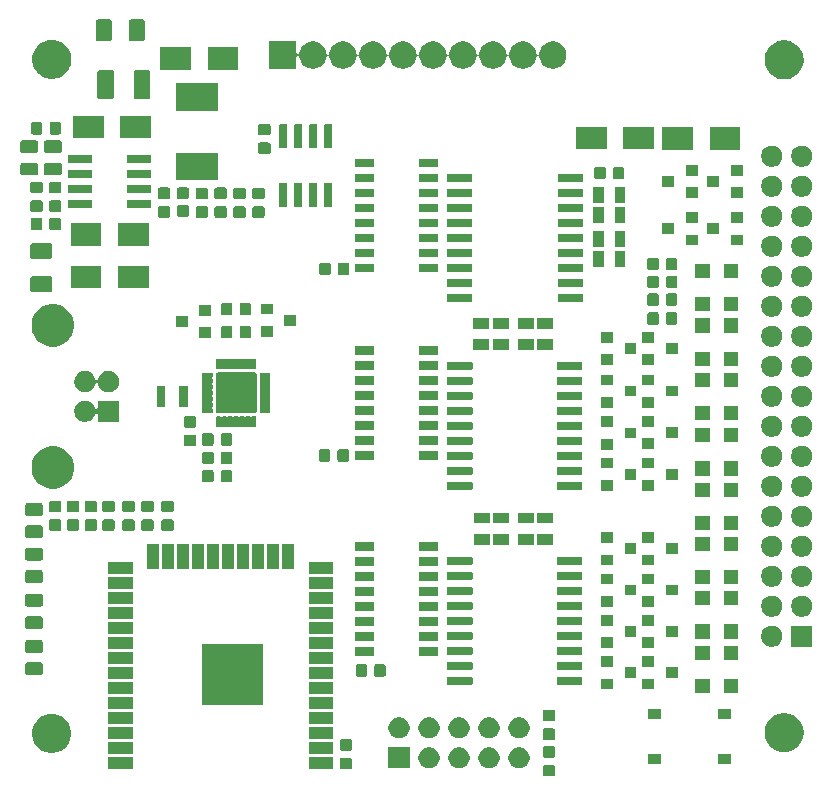
<source format=gbr>
G04 #@! TF.GenerationSoftware,KiCad,Pcbnew,5.1.6*
G04 #@! TF.CreationDate,2020-06-20T19:13:06+02:00*
G04 #@! TF.ProjectId,fluepdot,666c7565-7064-46f7-942e-6b696361645f,rev?*
G04 #@! TF.SameCoordinates,Original*
G04 #@! TF.FileFunction,Soldermask,Top*
G04 #@! TF.FilePolarity,Negative*
%FSLAX46Y46*%
G04 Gerber Fmt 4.6, Leading zero omitted, Abs format (unit mm)*
G04 Created by KiCad (PCBNEW 5.1.6) date 2020-06-20 19:13:06*
%MOMM*%
%LPD*%
G01*
G04 APERTURE LIST*
%ADD10C,0.100000*%
G04 APERTURE END LIST*
D10*
G36*
X76479591Y-178703085D02*
G01*
X76513569Y-178713393D01*
X76544890Y-178730134D01*
X76572339Y-178752661D01*
X76594866Y-178780110D01*
X76611607Y-178811431D01*
X76621915Y-178845409D01*
X76626000Y-178886890D01*
X76626000Y-179488110D01*
X76621915Y-179529591D01*
X76611607Y-179563569D01*
X76594866Y-179594890D01*
X76572339Y-179622339D01*
X76544890Y-179644866D01*
X76513569Y-179661607D01*
X76479591Y-179671915D01*
X76438110Y-179676000D01*
X75761890Y-179676000D01*
X75720409Y-179671915D01*
X75686431Y-179661607D01*
X75655110Y-179644866D01*
X75627661Y-179622339D01*
X75605134Y-179594890D01*
X75588393Y-179563569D01*
X75578085Y-179529591D01*
X75574000Y-179488110D01*
X75574000Y-178886890D01*
X75578085Y-178845409D01*
X75588393Y-178811431D01*
X75605134Y-178780110D01*
X75627661Y-178752661D01*
X75655110Y-178730134D01*
X75686431Y-178713393D01*
X75720409Y-178703085D01*
X75761890Y-178699000D01*
X76438110Y-178699000D01*
X76479591Y-178703085D01*
G37*
G36*
X59279591Y-178103085D02*
G01*
X59313569Y-178113393D01*
X59344890Y-178130134D01*
X59372339Y-178152661D01*
X59394866Y-178180110D01*
X59411607Y-178211431D01*
X59421915Y-178245409D01*
X59426000Y-178286890D01*
X59426000Y-178888110D01*
X59421915Y-178929591D01*
X59411607Y-178963569D01*
X59394866Y-178994890D01*
X59372339Y-179022339D01*
X59344890Y-179044866D01*
X59313569Y-179061607D01*
X59279591Y-179071915D01*
X59238110Y-179076000D01*
X58561890Y-179076000D01*
X58520409Y-179071915D01*
X58486431Y-179061607D01*
X58455110Y-179044866D01*
X58427661Y-179022339D01*
X58405134Y-178994890D01*
X58388393Y-178963569D01*
X58378085Y-178929591D01*
X58374000Y-178888110D01*
X58374000Y-178286890D01*
X58378085Y-178245409D01*
X58388393Y-178211431D01*
X58405134Y-178180110D01*
X58427661Y-178152661D01*
X58455110Y-178130134D01*
X58486431Y-178113393D01*
X58520409Y-178103085D01*
X58561890Y-178099000D01*
X59238110Y-178099000D01*
X59279591Y-178103085D01*
G37*
G36*
X40851000Y-179056000D02*
G01*
X38749000Y-179056000D01*
X38749000Y-178054000D01*
X40851000Y-178054000D01*
X40851000Y-179056000D01*
G37*
G36*
X57851000Y-179056000D02*
G01*
X55749000Y-179056000D01*
X55749000Y-178054000D01*
X57851000Y-178054000D01*
X57851000Y-179056000D01*
G37*
G36*
X66053512Y-177203927D02*
G01*
X66202812Y-177233624D01*
X66366784Y-177301544D01*
X66514354Y-177400147D01*
X66639853Y-177525646D01*
X66738456Y-177673216D01*
X66806376Y-177837188D01*
X66841000Y-178011259D01*
X66841000Y-178188741D01*
X66806376Y-178362812D01*
X66738456Y-178526784D01*
X66639853Y-178674354D01*
X66514354Y-178799853D01*
X66366784Y-178898456D01*
X66202812Y-178966376D01*
X66059459Y-178994890D01*
X66028742Y-179001000D01*
X65851258Y-179001000D01*
X65820541Y-178994890D01*
X65677188Y-178966376D01*
X65513216Y-178898456D01*
X65365646Y-178799853D01*
X65240147Y-178674354D01*
X65141544Y-178526784D01*
X65073624Y-178362812D01*
X65039000Y-178188741D01*
X65039000Y-178011259D01*
X65073624Y-177837188D01*
X65141544Y-177673216D01*
X65240147Y-177525646D01*
X65365646Y-177400147D01*
X65513216Y-177301544D01*
X65677188Y-177233624D01*
X65826488Y-177203927D01*
X65851258Y-177199000D01*
X66028742Y-177199000D01*
X66053512Y-177203927D01*
G37*
G36*
X68593512Y-177203927D02*
G01*
X68742812Y-177233624D01*
X68906784Y-177301544D01*
X69054354Y-177400147D01*
X69179853Y-177525646D01*
X69278456Y-177673216D01*
X69346376Y-177837188D01*
X69381000Y-178011259D01*
X69381000Y-178188741D01*
X69346376Y-178362812D01*
X69278456Y-178526784D01*
X69179853Y-178674354D01*
X69054354Y-178799853D01*
X68906784Y-178898456D01*
X68742812Y-178966376D01*
X68599459Y-178994890D01*
X68568742Y-179001000D01*
X68391258Y-179001000D01*
X68360541Y-178994890D01*
X68217188Y-178966376D01*
X68053216Y-178898456D01*
X67905646Y-178799853D01*
X67780147Y-178674354D01*
X67681544Y-178526784D01*
X67613624Y-178362812D01*
X67579000Y-178188741D01*
X67579000Y-178011259D01*
X67613624Y-177837188D01*
X67681544Y-177673216D01*
X67780147Y-177525646D01*
X67905646Y-177400147D01*
X68053216Y-177301544D01*
X68217188Y-177233624D01*
X68366488Y-177203927D01*
X68391258Y-177199000D01*
X68568742Y-177199000D01*
X68593512Y-177203927D01*
G37*
G36*
X71133512Y-177203927D02*
G01*
X71282812Y-177233624D01*
X71446784Y-177301544D01*
X71594354Y-177400147D01*
X71719853Y-177525646D01*
X71818456Y-177673216D01*
X71886376Y-177837188D01*
X71921000Y-178011259D01*
X71921000Y-178188741D01*
X71886376Y-178362812D01*
X71818456Y-178526784D01*
X71719853Y-178674354D01*
X71594354Y-178799853D01*
X71446784Y-178898456D01*
X71282812Y-178966376D01*
X71139459Y-178994890D01*
X71108742Y-179001000D01*
X70931258Y-179001000D01*
X70900541Y-178994890D01*
X70757188Y-178966376D01*
X70593216Y-178898456D01*
X70445646Y-178799853D01*
X70320147Y-178674354D01*
X70221544Y-178526784D01*
X70153624Y-178362812D01*
X70119000Y-178188741D01*
X70119000Y-178011259D01*
X70153624Y-177837188D01*
X70221544Y-177673216D01*
X70320147Y-177525646D01*
X70445646Y-177400147D01*
X70593216Y-177301544D01*
X70757188Y-177233624D01*
X70906488Y-177203927D01*
X70931258Y-177199000D01*
X71108742Y-177199000D01*
X71133512Y-177203927D01*
G37*
G36*
X73673512Y-177203927D02*
G01*
X73822812Y-177233624D01*
X73986784Y-177301544D01*
X74134354Y-177400147D01*
X74259853Y-177525646D01*
X74358456Y-177673216D01*
X74426376Y-177837188D01*
X74461000Y-178011259D01*
X74461000Y-178188741D01*
X74426376Y-178362812D01*
X74358456Y-178526784D01*
X74259853Y-178674354D01*
X74134354Y-178799853D01*
X73986784Y-178898456D01*
X73822812Y-178966376D01*
X73679459Y-178994890D01*
X73648742Y-179001000D01*
X73471258Y-179001000D01*
X73440541Y-178994890D01*
X73297188Y-178966376D01*
X73133216Y-178898456D01*
X72985646Y-178799853D01*
X72860147Y-178674354D01*
X72761544Y-178526784D01*
X72693624Y-178362812D01*
X72659000Y-178188741D01*
X72659000Y-178011259D01*
X72693624Y-177837188D01*
X72761544Y-177673216D01*
X72860147Y-177525646D01*
X72985646Y-177400147D01*
X73133216Y-177301544D01*
X73297188Y-177233624D01*
X73446488Y-177203927D01*
X73471258Y-177199000D01*
X73648742Y-177199000D01*
X73673512Y-177203927D01*
G37*
G36*
X64301000Y-179001000D02*
G01*
X62499000Y-179001000D01*
X62499000Y-177199000D01*
X64301000Y-177199000D01*
X64301000Y-179001000D01*
G37*
G36*
X85551000Y-178601000D02*
G01*
X84449000Y-178601000D01*
X84449000Y-177749000D01*
X85551000Y-177749000D01*
X85551000Y-178601000D01*
G37*
G36*
X91551000Y-178601000D02*
G01*
X90449000Y-178601000D01*
X90449000Y-177749000D01*
X91551000Y-177749000D01*
X91551000Y-178601000D01*
G37*
G36*
X76479591Y-177128085D02*
G01*
X76513569Y-177138393D01*
X76544890Y-177155134D01*
X76572339Y-177177661D01*
X76594866Y-177205110D01*
X76611607Y-177236431D01*
X76621915Y-177270409D01*
X76626000Y-177311890D01*
X76626000Y-177913110D01*
X76621915Y-177954591D01*
X76611607Y-177988569D01*
X76594866Y-178019890D01*
X76572339Y-178047339D01*
X76544890Y-178069866D01*
X76513569Y-178086607D01*
X76479591Y-178096915D01*
X76438110Y-178101000D01*
X75761890Y-178101000D01*
X75720409Y-178096915D01*
X75686431Y-178086607D01*
X75655110Y-178069866D01*
X75627661Y-178047339D01*
X75605134Y-178019890D01*
X75588393Y-177988569D01*
X75578085Y-177954591D01*
X75574000Y-177913110D01*
X75574000Y-177311890D01*
X75578085Y-177270409D01*
X75588393Y-177236431D01*
X75605134Y-177205110D01*
X75627661Y-177177661D01*
X75655110Y-177155134D01*
X75686431Y-177138393D01*
X75720409Y-177128085D01*
X75761890Y-177124000D01*
X76438110Y-177124000D01*
X76479591Y-177128085D01*
G37*
G36*
X40851000Y-177786000D02*
G01*
X38749000Y-177786000D01*
X38749000Y-176784000D01*
X40851000Y-176784000D01*
X40851000Y-177786000D01*
G37*
G36*
X57851000Y-177786000D02*
G01*
X55749000Y-177786000D01*
X55749000Y-176784000D01*
X57851000Y-176784000D01*
X57851000Y-177786000D01*
G37*
G36*
X34368656Y-174429298D02*
G01*
X34474979Y-174450447D01*
X34775442Y-174574903D01*
X35045851Y-174755585D01*
X35275815Y-174985549D01*
X35449843Y-175246000D01*
X35456498Y-175255960D01*
X35492950Y-175343963D01*
X35563382Y-175514000D01*
X35580953Y-175556422D01*
X35633942Y-175822812D01*
X35644400Y-175875391D01*
X35644400Y-176200609D01*
X35580953Y-176519579D01*
X35456497Y-176820042D01*
X35275815Y-177090451D01*
X35045851Y-177320415D01*
X34775442Y-177501097D01*
X34474979Y-177625553D01*
X34368656Y-177646702D01*
X34156011Y-177689000D01*
X33830789Y-177689000D01*
X33618144Y-177646702D01*
X33511821Y-177625553D01*
X33211358Y-177501097D01*
X32940949Y-177320415D01*
X32710985Y-177090451D01*
X32530303Y-176820042D01*
X32405847Y-176519579D01*
X32342400Y-176200609D01*
X32342400Y-175875391D01*
X32352859Y-175822812D01*
X32405847Y-175556422D01*
X32423419Y-175514000D01*
X32493850Y-175343963D01*
X32530302Y-175255960D01*
X32536957Y-175246000D01*
X32710985Y-174985549D01*
X32940949Y-174755585D01*
X33211358Y-174574903D01*
X33511821Y-174450447D01*
X33618144Y-174429298D01*
X33830789Y-174387000D01*
X34156011Y-174387000D01*
X34368656Y-174429298D01*
G37*
G36*
X96375256Y-174353298D02*
G01*
X96481579Y-174374447D01*
X96782042Y-174498903D01*
X97052451Y-174679585D01*
X97282415Y-174909549D01*
X97463097Y-175179958D01*
X97587553Y-175480421D01*
X97608702Y-175586744D01*
X97651000Y-175799389D01*
X97651000Y-176124611D01*
X97624099Y-176259852D01*
X97587553Y-176443579D01*
X97509278Y-176632552D01*
X97472808Y-176720599D01*
X97463097Y-176744042D01*
X97282415Y-177014451D01*
X97052451Y-177244415D01*
X96782042Y-177425097D01*
X96782041Y-177425098D01*
X96782040Y-177425098D01*
X96728345Y-177447339D01*
X96481579Y-177549553D01*
X96375256Y-177570702D01*
X96162611Y-177613000D01*
X95837389Y-177613000D01*
X95624744Y-177570702D01*
X95518421Y-177549553D01*
X95271655Y-177447339D01*
X95217960Y-177425098D01*
X95217959Y-177425098D01*
X95217958Y-177425097D01*
X94947549Y-177244415D01*
X94717585Y-177014451D01*
X94536903Y-176744042D01*
X94527193Y-176720599D01*
X94490722Y-176632552D01*
X94412447Y-176443579D01*
X94375901Y-176259852D01*
X94349000Y-176124611D01*
X94349000Y-175799389D01*
X94391298Y-175586744D01*
X94412447Y-175480421D01*
X94536903Y-175179958D01*
X94717585Y-174909549D01*
X94947549Y-174679585D01*
X95217958Y-174498903D01*
X95518421Y-174374447D01*
X95624744Y-174353298D01*
X95837389Y-174311000D01*
X96162611Y-174311000D01*
X96375256Y-174353298D01*
G37*
G36*
X59279591Y-176528085D02*
G01*
X59313569Y-176538393D01*
X59344890Y-176555134D01*
X59372339Y-176577661D01*
X59394866Y-176605110D01*
X59411607Y-176636431D01*
X59421915Y-176670409D01*
X59426000Y-176711890D01*
X59426000Y-177313110D01*
X59421915Y-177354591D01*
X59411607Y-177388569D01*
X59394866Y-177419890D01*
X59372339Y-177447339D01*
X59344890Y-177469866D01*
X59313569Y-177486607D01*
X59279591Y-177496915D01*
X59238110Y-177501000D01*
X58561890Y-177501000D01*
X58520409Y-177496915D01*
X58486431Y-177486607D01*
X58455110Y-177469866D01*
X58427661Y-177447339D01*
X58405134Y-177419890D01*
X58388393Y-177388569D01*
X58378085Y-177354591D01*
X58374000Y-177313110D01*
X58374000Y-176711890D01*
X58378085Y-176670409D01*
X58388393Y-176636431D01*
X58405134Y-176605110D01*
X58427661Y-176577661D01*
X58455110Y-176555134D01*
X58486431Y-176538393D01*
X58520409Y-176528085D01*
X58561890Y-176524000D01*
X59238110Y-176524000D01*
X59279591Y-176528085D01*
G37*
G36*
X76479591Y-175615085D02*
G01*
X76513569Y-175625393D01*
X76544890Y-175642134D01*
X76572339Y-175664661D01*
X76594866Y-175692110D01*
X76611607Y-175723431D01*
X76621915Y-175757409D01*
X76626000Y-175798890D01*
X76626000Y-176400110D01*
X76621915Y-176441591D01*
X76611607Y-176475569D01*
X76594866Y-176506890D01*
X76572339Y-176534339D01*
X76544890Y-176556866D01*
X76513569Y-176573607D01*
X76479591Y-176583915D01*
X76438110Y-176588000D01*
X75761890Y-176588000D01*
X75720409Y-176583915D01*
X75686431Y-176573607D01*
X75655110Y-176556866D01*
X75627661Y-176534339D01*
X75605134Y-176506890D01*
X75588393Y-176475569D01*
X75578085Y-176441591D01*
X75574000Y-176400110D01*
X75574000Y-175798890D01*
X75578085Y-175757409D01*
X75588393Y-175723431D01*
X75605134Y-175692110D01*
X75627661Y-175664661D01*
X75655110Y-175642134D01*
X75686431Y-175625393D01*
X75720409Y-175615085D01*
X75761890Y-175611000D01*
X76438110Y-175611000D01*
X76479591Y-175615085D01*
G37*
G36*
X57851000Y-176516000D02*
G01*
X55749000Y-176516000D01*
X55749000Y-175514000D01*
X57851000Y-175514000D01*
X57851000Y-176516000D01*
G37*
G36*
X40851000Y-176516000D02*
G01*
X38749000Y-176516000D01*
X38749000Y-175514000D01*
X40851000Y-175514000D01*
X40851000Y-176516000D01*
G37*
G36*
X63513512Y-174663927D02*
G01*
X63662812Y-174693624D01*
X63826784Y-174761544D01*
X63974354Y-174860147D01*
X64099853Y-174985646D01*
X64198456Y-175133216D01*
X64266376Y-175297188D01*
X64301000Y-175471259D01*
X64301000Y-175648741D01*
X64266376Y-175822812D01*
X64198456Y-175986784D01*
X64099853Y-176134354D01*
X63974354Y-176259853D01*
X63826784Y-176358456D01*
X63662812Y-176426376D01*
X63513512Y-176456073D01*
X63488742Y-176461000D01*
X63311258Y-176461000D01*
X63286488Y-176456073D01*
X63137188Y-176426376D01*
X62973216Y-176358456D01*
X62825646Y-176259853D01*
X62700147Y-176134354D01*
X62601544Y-175986784D01*
X62533624Y-175822812D01*
X62499000Y-175648741D01*
X62499000Y-175471259D01*
X62533624Y-175297188D01*
X62601544Y-175133216D01*
X62700147Y-174985646D01*
X62825646Y-174860147D01*
X62973216Y-174761544D01*
X63137188Y-174693624D01*
X63286488Y-174663927D01*
X63311258Y-174659000D01*
X63488742Y-174659000D01*
X63513512Y-174663927D01*
G37*
G36*
X66053512Y-174663927D02*
G01*
X66202812Y-174693624D01*
X66366784Y-174761544D01*
X66514354Y-174860147D01*
X66639853Y-174985646D01*
X66738456Y-175133216D01*
X66806376Y-175297188D01*
X66841000Y-175471259D01*
X66841000Y-175648741D01*
X66806376Y-175822812D01*
X66738456Y-175986784D01*
X66639853Y-176134354D01*
X66514354Y-176259853D01*
X66366784Y-176358456D01*
X66202812Y-176426376D01*
X66053512Y-176456073D01*
X66028742Y-176461000D01*
X65851258Y-176461000D01*
X65826488Y-176456073D01*
X65677188Y-176426376D01*
X65513216Y-176358456D01*
X65365646Y-176259853D01*
X65240147Y-176134354D01*
X65141544Y-175986784D01*
X65073624Y-175822812D01*
X65039000Y-175648741D01*
X65039000Y-175471259D01*
X65073624Y-175297188D01*
X65141544Y-175133216D01*
X65240147Y-174985646D01*
X65365646Y-174860147D01*
X65513216Y-174761544D01*
X65677188Y-174693624D01*
X65826488Y-174663927D01*
X65851258Y-174659000D01*
X66028742Y-174659000D01*
X66053512Y-174663927D01*
G37*
G36*
X68593512Y-174663927D02*
G01*
X68742812Y-174693624D01*
X68906784Y-174761544D01*
X69054354Y-174860147D01*
X69179853Y-174985646D01*
X69278456Y-175133216D01*
X69346376Y-175297188D01*
X69381000Y-175471259D01*
X69381000Y-175648741D01*
X69346376Y-175822812D01*
X69278456Y-175986784D01*
X69179853Y-176134354D01*
X69054354Y-176259853D01*
X68906784Y-176358456D01*
X68742812Y-176426376D01*
X68593512Y-176456073D01*
X68568742Y-176461000D01*
X68391258Y-176461000D01*
X68366488Y-176456073D01*
X68217188Y-176426376D01*
X68053216Y-176358456D01*
X67905646Y-176259853D01*
X67780147Y-176134354D01*
X67681544Y-175986784D01*
X67613624Y-175822812D01*
X67579000Y-175648741D01*
X67579000Y-175471259D01*
X67613624Y-175297188D01*
X67681544Y-175133216D01*
X67780147Y-174985646D01*
X67905646Y-174860147D01*
X68053216Y-174761544D01*
X68217188Y-174693624D01*
X68366488Y-174663927D01*
X68391258Y-174659000D01*
X68568742Y-174659000D01*
X68593512Y-174663927D01*
G37*
G36*
X71133512Y-174663927D02*
G01*
X71282812Y-174693624D01*
X71446784Y-174761544D01*
X71594354Y-174860147D01*
X71719853Y-174985646D01*
X71818456Y-175133216D01*
X71886376Y-175297188D01*
X71921000Y-175471259D01*
X71921000Y-175648741D01*
X71886376Y-175822812D01*
X71818456Y-175986784D01*
X71719853Y-176134354D01*
X71594354Y-176259853D01*
X71446784Y-176358456D01*
X71282812Y-176426376D01*
X71133512Y-176456073D01*
X71108742Y-176461000D01*
X70931258Y-176461000D01*
X70906488Y-176456073D01*
X70757188Y-176426376D01*
X70593216Y-176358456D01*
X70445646Y-176259853D01*
X70320147Y-176134354D01*
X70221544Y-175986784D01*
X70153624Y-175822812D01*
X70119000Y-175648741D01*
X70119000Y-175471259D01*
X70153624Y-175297188D01*
X70221544Y-175133216D01*
X70320147Y-174985646D01*
X70445646Y-174860147D01*
X70593216Y-174761544D01*
X70757188Y-174693624D01*
X70906488Y-174663927D01*
X70931258Y-174659000D01*
X71108742Y-174659000D01*
X71133512Y-174663927D01*
G37*
G36*
X73673512Y-174663927D02*
G01*
X73822812Y-174693624D01*
X73986784Y-174761544D01*
X74134354Y-174860147D01*
X74259853Y-174985646D01*
X74358456Y-175133216D01*
X74426376Y-175297188D01*
X74461000Y-175471259D01*
X74461000Y-175648741D01*
X74426376Y-175822812D01*
X74358456Y-175986784D01*
X74259853Y-176134354D01*
X74134354Y-176259853D01*
X73986784Y-176358456D01*
X73822812Y-176426376D01*
X73673512Y-176456073D01*
X73648742Y-176461000D01*
X73471258Y-176461000D01*
X73446488Y-176456073D01*
X73297188Y-176426376D01*
X73133216Y-176358456D01*
X72985646Y-176259853D01*
X72860147Y-176134354D01*
X72761544Y-175986784D01*
X72693624Y-175822812D01*
X72659000Y-175648741D01*
X72659000Y-175471259D01*
X72693624Y-175297188D01*
X72761544Y-175133216D01*
X72860147Y-174985646D01*
X72985646Y-174860147D01*
X73133216Y-174761544D01*
X73297188Y-174693624D01*
X73446488Y-174663927D01*
X73471258Y-174659000D01*
X73648742Y-174659000D01*
X73673512Y-174663927D01*
G37*
G36*
X40851000Y-175246000D02*
G01*
X38749000Y-175246000D01*
X38749000Y-174244000D01*
X40851000Y-174244000D01*
X40851000Y-175246000D01*
G37*
G36*
X57851000Y-175246000D02*
G01*
X55749000Y-175246000D01*
X55749000Y-174244000D01*
X57851000Y-174244000D01*
X57851000Y-175246000D01*
G37*
G36*
X76479591Y-174040085D02*
G01*
X76513569Y-174050393D01*
X76544890Y-174067134D01*
X76572339Y-174089661D01*
X76594866Y-174117110D01*
X76611607Y-174148431D01*
X76621915Y-174182409D01*
X76626000Y-174223890D01*
X76626000Y-174825110D01*
X76621915Y-174866591D01*
X76611607Y-174900569D01*
X76594866Y-174931890D01*
X76572339Y-174959339D01*
X76544890Y-174981866D01*
X76513569Y-174998607D01*
X76479591Y-175008915D01*
X76438110Y-175013000D01*
X75761890Y-175013000D01*
X75720409Y-175008915D01*
X75686431Y-174998607D01*
X75655110Y-174981866D01*
X75627661Y-174959339D01*
X75605134Y-174931890D01*
X75588393Y-174900569D01*
X75578085Y-174866591D01*
X75574000Y-174825110D01*
X75574000Y-174223890D01*
X75578085Y-174182409D01*
X75588393Y-174148431D01*
X75605134Y-174117110D01*
X75627661Y-174089661D01*
X75655110Y-174067134D01*
X75686431Y-174050393D01*
X75720409Y-174040085D01*
X75761890Y-174036000D01*
X76438110Y-174036000D01*
X76479591Y-174040085D01*
G37*
G36*
X91551000Y-174851000D02*
G01*
X90449000Y-174851000D01*
X90449000Y-173999000D01*
X91551000Y-173999000D01*
X91551000Y-174851000D01*
G37*
G36*
X85551000Y-174851000D02*
G01*
X84449000Y-174851000D01*
X84449000Y-173999000D01*
X85551000Y-173999000D01*
X85551000Y-174851000D01*
G37*
G36*
X57851000Y-173976000D02*
G01*
X55749000Y-173976000D01*
X55749000Y-172974000D01*
X57851000Y-172974000D01*
X57851000Y-173976000D01*
G37*
G36*
X40851000Y-173976000D02*
G01*
X38749000Y-173976000D01*
X38749000Y-172974000D01*
X40851000Y-172974000D01*
X40851000Y-173976000D01*
G37*
G36*
X51851000Y-173606000D02*
G01*
X46749000Y-173606000D01*
X46749000Y-168504000D01*
X51851000Y-168504000D01*
X51851000Y-173606000D01*
G37*
G36*
X57851000Y-172706000D02*
G01*
X55749000Y-172706000D01*
X55749000Y-171704000D01*
X57851000Y-171704000D01*
X57851000Y-172706000D01*
G37*
G36*
X40851000Y-172706000D02*
G01*
X38749000Y-172706000D01*
X38749000Y-171704000D01*
X40851000Y-171704000D01*
X40851000Y-172706000D01*
G37*
G36*
X89701000Y-172601000D02*
G01*
X88499000Y-172601000D01*
X88499000Y-171399000D01*
X89701000Y-171399000D01*
X89701000Y-172601000D01*
G37*
G36*
X92101000Y-172601000D02*
G01*
X90899000Y-172601000D01*
X90899000Y-171399000D01*
X92101000Y-171399000D01*
X92101000Y-172601000D01*
G37*
G36*
X85001000Y-172301000D02*
G01*
X83999000Y-172301000D01*
X83999000Y-171399000D01*
X85001000Y-171399000D01*
X85001000Y-172301000D01*
G37*
G36*
X81501000Y-172301000D02*
G01*
X80499000Y-172301000D01*
X80499000Y-171399000D01*
X81501000Y-171399000D01*
X81501000Y-172301000D01*
G37*
G36*
X69534928Y-171231764D02*
G01*
X69556009Y-171238160D01*
X69575445Y-171248548D01*
X69592476Y-171262524D01*
X69606452Y-171279555D01*
X69616840Y-171298991D01*
X69623236Y-171320072D01*
X69626000Y-171348140D01*
X69626000Y-171811860D01*
X69623236Y-171839928D01*
X69616840Y-171861009D01*
X69606452Y-171880445D01*
X69592476Y-171897476D01*
X69575445Y-171911452D01*
X69556009Y-171921840D01*
X69534928Y-171928236D01*
X69506860Y-171931000D01*
X67593140Y-171931000D01*
X67565072Y-171928236D01*
X67543991Y-171921840D01*
X67524555Y-171911452D01*
X67507524Y-171897476D01*
X67493548Y-171880445D01*
X67483160Y-171861009D01*
X67476764Y-171839928D01*
X67474000Y-171811860D01*
X67474000Y-171348140D01*
X67476764Y-171320072D01*
X67483160Y-171298991D01*
X67493548Y-171279555D01*
X67507524Y-171262524D01*
X67524555Y-171248548D01*
X67543991Y-171238160D01*
X67565072Y-171231764D01*
X67593140Y-171229000D01*
X69506860Y-171229000D01*
X69534928Y-171231764D01*
G37*
G36*
X78834928Y-171231764D02*
G01*
X78856009Y-171238160D01*
X78875445Y-171248548D01*
X78892476Y-171262524D01*
X78906452Y-171279555D01*
X78916840Y-171298991D01*
X78923236Y-171320072D01*
X78926000Y-171348140D01*
X78926000Y-171811860D01*
X78923236Y-171839928D01*
X78916840Y-171861009D01*
X78906452Y-171880445D01*
X78892476Y-171897476D01*
X78875445Y-171911452D01*
X78856009Y-171921840D01*
X78834928Y-171928236D01*
X78806860Y-171931000D01*
X76893140Y-171931000D01*
X76865072Y-171928236D01*
X76843991Y-171921840D01*
X76824555Y-171911452D01*
X76807524Y-171897476D01*
X76793548Y-171880445D01*
X76783160Y-171861009D01*
X76776764Y-171839928D01*
X76774000Y-171811860D01*
X76774000Y-171348140D01*
X76776764Y-171320072D01*
X76783160Y-171298991D01*
X76793548Y-171279555D01*
X76807524Y-171262524D01*
X76824555Y-171248548D01*
X76843991Y-171238160D01*
X76865072Y-171231764D01*
X76893140Y-171229000D01*
X78806860Y-171229000D01*
X78834928Y-171231764D01*
G37*
G36*
X57851000Y-171436000D02*
G01*
X55749000Y-171436000D01*
X55749000Y-170434000D01*
X57851000Y-170434000D01*
X57851000Y-171436000D01*
G37*
G36*
X40851000Y-171436000D02*
G01*
X38749000Y-171436000D01*
X38749000Y-170434000D01*
X40851000Y-170434000D01*
X40851000Y-171436000D01*
G37*
G36*
X87001000Y-171351000D02*
G01*
X85999000Y-171351000D01*
X85999000Y-170449000D01*
X87001000Y-170449000D01*
X87001000Y-171351000D01*
G37*
G36*
X83501000Y-171351000D02*
G01*
X82499000Y-171351000D01*
X82499000Y-170449000D01*
X83501000Y-170449000D01*
X83501000Y-171351000D01*
G37*
G36*
X62129591Y-170178085D02*
G01*
X62163569Y-170188393D01*
X62194890Y-170205134D01*
X62222339Y-170227661D01*
X62244866Y-170255110D01*
X62261607Y-170286431D01*
X62271915Y-170320409D01*
X62276000Y-170361890D01*
X62276000Y-171038110D01*
X62271915Y-171079591D01*
X62261607Y-171113569D01*
X62244866Y-171144890D01*
X62222339Y-171172339D01*
X62194890Y-171194866D01*
X62163569Y-171211607D01*
X62129591Y-171221915D01*
X62088110Y-171226000D01*
X61486890Y-171226000D01*
X61445409Y-171221915D01*
X61411431Y-171211607D01*
X61380110Y-171194866D01*
X61352661Y-171172339D01*
X61330134Y-171144890D01*
X61313393Y-171113569D01*
X61303085Y-171079591D01*
X61299000Y-171038110D01*
X61299000Y-170361890D01*
X61303085Y-170320409D01*
X61313393Y-170286431D01*
X61330134Y-170255110D01*
X61352661Y-170227661D01*
X61380110Y-170205134D01*
X61411431Y-170188393D01*
X61445409Y-170178085D01*
X61486890Y-170174000D01*
X62088110Y-170174000D01*
X62129591Y-170178085D01*
G37*
G36*
X60554591Y-170178085D02*
G01*
X60588569Y-170188393D01*
X60619890Y-170205134D01*
X60647339Y-170227661D01*
X60669866Y-170255110D01*
X60686607Y-170286431D01*
X60696915Y-170320409D01*
X60701000Y-170361890D01*
X60701000Y-171038110D01*
X60696915Y-171079591D01*
X60686607Y-171113569D01*
X60669866Y-171144890D01*
X60647339Y-171172339D01*
X60619890Y-171194866D01*
X60588569Y-171211607D01*
X60554591Y-171221915D01*
X60513110Y-171226000D01*
X59911890Y-171226000D01*
X59870409Y-171221915D01*
X59836431Y-171211607D01*
X59805110Y-171194866D01*
X59777661Y-171172339D01*
X59755134Y-171144890D01*
X59738393Y-171113569D01*
X59728085Y-171079591D01*
X59724000Y-171038110D01*
X59724000Y-170361890D01*
X59728085Y-170320409D01*
X59738393Y-170286431D01*
X59755134Y-170255110D01*
X59777661Y-170227661D01*
X59805110Y-170205134D01*
X59836431Y-170188393D01*
X59870409Y-170178085D01*
X59911890Y-170174000D01*
X60513110Y-170174000D01*
X60554591Y-170178085D01*
G37*
G36*
X33084468Y-170003565D02*
G01*
X33123138Y-170015296D01*
X33158777Y-170034346D01*
X33190017Y-170059983D01*
X33215654Y-170091223D01*
X33234704Y-170126862D01*
X33246435Y-170165532D01*
X33251000Y-170211888D01*
X33251000Y-170863112D01*
X33246435Y-170909468D01*
X33234704Y-170948138D01*
X33215654Y-170983777D01*
X33190017Y-171015017D01*
X33158777Y-171040654D01*
X33123138Y-171059704D01*
X33084468Y-171071435D01*
X33038112Y-171076000D01*
X31961888Y-171076000D01*
X31915532Y-171071435D01*
X31876862Y-171059704D01*
X31841223Y-171040654D01*
X31809983Y-171015017D01*
X31784346Y-170983777D01*
X31765296Y-170948138D01*
X31753565Y-170909468D01*
X31749000Y-170863112D01*
X31749000Y-170211888D01*
X31753565Y-170165532D01*
X31765296Y-170126862D01*
X31784346Y-170091223D01*
X31809983Y-170059983D01*
X31841223Y-170034346D01*
X31876862Y-170015296D01*
X31915532Y-170003565D01*
X31961888Y-169999000D01*
X33038112Y-169999000D01*
X33084468Y-170003565D01*
G37*
G36*
X78834928Y-169961764D02*
G01*
X78856009Y-169968160D01*
X78875445Y-169978548D01*
X78892476Y-169992524D01*
X78906452Y-170009555D01*
X78916840Y-170028991D01*
X78923236Y-170050072D01*
X78926000Y-170078140D01*
X78926000Y-170541860D01*
X78923236Y-170569928D01*
X78916840Y-170591009D01*
X78906452Y-170610445D01*
X78892476Y-170627476D01*
X78875445Y-170641452D01*
X78856009Y-170651840D01*
X78834928Y-170658236D01*
X78806860Y-170661000D01*
X76893140Y-170661000D01*
X76865072Y-170658236D01*
X76843991Y-170651840D01*
X76824555Y-170641452D01*
X76807524Y-170627476D01*
X76793548Y-170610445D01*
X76783160Y-170591009D01*
X76776764Y-170569928D01*
X76774000Y-170541860D01*
X76774000Y-170078140D01*
X76776764Y-170050072D01*
X76783160Y-170028991D01*
X76793548Y-170009555D01*
X76807524Y-169992524D01*
X76824555Y-169978548D01*
X76843991Y-169968160D01*
X76865072Y-169961764D01*
X76893140Y-169959000D01*
X78806860Y-169959000D01*
X78834928Y-169961764D01*
G37*
G36*
X69534928Y-169961764D02*
G01*
X69556009Y-169968160D01*
X69575445Y-169978548D01*
X69592476Y-169992524D01*
X69606452Y-170009555D01*
X69616840Y-170028991D01*
X69623236Y-170050072D01*
X69626000Y-170078140D01*
X69626000Y-170541860D01*
X69623236Y-170569928D01*
X69616840Y-170591009D01*
X69606452Y-170610445D01*
X69592476Y-170627476D01*
X69575445Y-170641452D01*
X69556009Y-170651840D01*
X69534928Y-170658236D01*
X69506860Y-170661000D01*
X67593140Y-170661000D01*
X67565072Y-170658236D01*
X67543991Y-170651840D01*
X67524555Y-170641452D01*
X67507524Y-170627476D01*
X67493548Y-170610445D01*
X67483160Y-170591009D01*
X67476764Y-170569928D01*
X67474000Y-170541860D01*
X67474000Y-170078140D01*
X67476764Y-170050072D01*
X67483160Y-170028991D01*
X67493548Y-170009555D01*
X67507524Y-169992524D01*
X67524555Y-169978548D01*
X67543991Y-169968160D01*
X67565072Y-169961764D01*
X67593140Y-169959000D01*
X69506860Y-169959000D01*
X69534928Y-169961764D01*
G37*
G36*
X81501000Y-170401000D02*
G01*
X80499000Y-170401000D01*
X80499000Y-169499000D01*
X81501000Y-169499000D01*
X81501000Y-170401000D01*
G37*
G36*
X85001000Y-170401000D02*
G01*
X83999000Y-170401000D01*
X83999000Y-169499000D01*
X85001000Y-169499000D01*
X85001000Y-170401000D01*
G37*
G36*
X57851000Y-170166000D02*
G01*
X55749000Y-170166000D01*
X55749000Y-169164000D01*
X57851000Y-169164000D01*
X57851000Y-170166000D01*
G37*
G36*
X40851000Y-170166000D02*
G01*
X38749000Y-170166000D01*
X38749000Y-169164000D01*
X40851000Y-169164000D01*
X40851000Y-170166000D01*
G37*
G36*
X92101000Y-169801000D02*
G01*
X90899000Y-169801000D01*
X90899000Y-168599000D01*
X92101000Y-168599000D01*
X92101000Y-169801000D01*
G37*
G36*
X89701000Y-169801000D02*
G01*
X88499000Y-169801000D01*
X88499000Y-168599000D01*
X89701000Y-168599000D01*
X89701000Y-169801000D01*
G37*
G36*
X61301000Y-169446000D02*
G01*
X59699000Y-169446000D01*
X59699000Y-168744000D01*
X61301000Y-168744000D01*
X61301000Y-169446000D01*
G37*
G36*
X66701000Y-169446000D02*
G01*
X65099000Y-169446000D01*
X65099000Y-168744000D01*
X66701000Y-168744000D01*
X66701000Y-169446000D01*
G37*
G36*
X78834928Y-168691764D02*
G01*
X78856009Y-168698160D01*
X78875445Y-168708548D01*
X78892476Y-168722524D01*
X78906452Y-168739555D01*
X78916840Y-168758991D01*
X78923236Y-168780072D01*
X78926000Y-168808140D01*
X78926000Y-169271860D01*
X78923236Y-169299928D01*
X78916840Y-169321009D01*
X78906452Y-169340445D01*
X78892476Y-169357476D01*
X78875445Y-169371452D01*
X78856009Y-169381840D01*
X78834928Y-169388236D01*
X78806860Y-169391000D01*
X76893140Y-169391000D01*
X76865072Y-169388236D01*
X76843991Y-169381840D01*
X76824555Y-169371452D01*
X76807524Y-169357476D01*
X76793548Y-169340445D01*
X76783160Y-169321009D01*
X76776764Y-169299928D01*
X76774000Y-169271860D01*
X76774000Y-168808140D01*
X76776764Y-168780072D01*
X76783160Y-168758991D01*
X76793548Y-168739555D01*
X76807524Y-168722524D01*
X76824555Y-168708548D01*
X76843991Y-168698160D01*
X76865072Y-168691764D01*
X76893140Y-168689000D01*
X78806860Y-168689000D01*
X78834928Y-168691764D01*
G37*
G36*
X69534928Y-168691764D02*
G01*
X69556009Y-168698160D01*
X69575445Y-168708548D01*
X69592476Y-168722524D01*
X69606452Y-168739555D01*
X69616840Y-168758991D01*
X69623236Y-168780072D01*
X69626000Y-168808140D01*
X69626000Y-169271860D01*
X69623236Y-169299928D01*
X69616840Y-169321009D01*
X69606452Y-169340445D01*
X69592476Y-169357476D01*
X69575445Y-169371452D01*
X69556009Y-169381840D01*
X69534928Y-169388236D01*
X69506860Y-169391000D01*
X67593140Y-169391000D01*
X67565072Y-169388236D01*
X67543991Y-169381840D01*
X67524555Y-169371452D01*
X67507524Y-169357476D01*
X67493548Y-169340445D01*
X67483160Y-169321009D01*
X67476764Y-169299928D01*
X67474000Y-169271860D01*
X67474000Y-168808140D01*
X67476764Y-168780072D01*
X67483160Y-168758991D01*
X67493548Y-168739555D01*
X67507524Y-168722524D01*
X67524555Y-168708548D01*
X67543991Y-168698160D01*
X67565072Y-168691764D01*
X67593140Y-168689000D01*
X69506860Y-168689000D01*
X69534928Y-168691764D01*
G37*
G36*
X33084468Y-168128565D02*
G01*
X33123138Y-168140296D01*
X33158777Y-168159346D01*
X33190017Y-168184983D01*
X33215654Y-168216223D01*
X33234704Y-168251862D01*
X33246435Y-168290532D01*
X33251000Y-168336888D01*
X33251000Y-168988112D01*
X33246435Y-169034468D01*
X33234704Y-169073138D01*
X33215654Y-169108777D01*
X33190017Y-169140017D01*
X33158777Y-169165654D01*
X33123138Y-169184704D01*
X33084468Y-169196435D01*
X33038112Y-169201000D01*
X31961888Y-169201000D01*
X31915532Y-169196435D01*
X31876862Y-169184704D01*
X31841223Y-169165654D01*
X31809983Y-169140017D01*
X31784346Y-169108777D01*
X31765296Y-169073138D01*
X31753565Y-169034468D01*
X31749000Y-168988112D01*
X31749000Y-168336888D01*
X31753565Y-168290532D01*
X31765296Y-168251862D01*
X31784346Y-168216223D01*
X31809983Y-168184983D01*
X31841223Y-168159346D01*
X31876862Y-168140296D01*
X31915532Y-168128565D01*
X31961888Y-168124000D01*
X33038112Y-168124000D01*
X33084468Y-168128565D01*
G37*
G36*
X40851000Y-168896000D02*
G01*
X38749000Y-168896000D01*
X38749000Y-167894000D01*
X40851000Y-167894000D01*
X40851000Y-168896000D01*
G37*
G36*
X57851000Y-168896000D02*
G01*
X55749000Y-168896000D01*
X55749000Y-167894000D01*
X57851000Y-167894000D01*
X57851000Y-168896000D01*
G37*
G36*
X85001000Y-168801000D02*
G01*
X83999000Y-168801000D01*
X83999000Y-167899000D01*
X85001000Y-167899000D01*
X85001000Y-168801000D01*
G37*
G36*
X81501000Y-168801000D02*
G01*
X80499000Y-168801000D01*
X80499000Y-167899000D01*
X81501000Y-167899000D01*
X81501000Y-168801000D01*
G37*
G36*
X95073512Y-166903927D02*
G01*
X95222812Y-166933624D01*
X95386784Y-167001544D01*
X95534354Y-167100147D01*
X95659853Y-167225646D01*
X95758456Y-167373216D01*
X95826376Y-167537188D01*
X95844041Y-167626000D01*
X95861000Y-167711258D01*
X95861000Y-167888742D01*
X95856073Y-167913512D01*
X95826376Y-168062812D01*
X95758456Y-168226784D01*
X95659853Y-168374354D01*
X95534354Y-168499853D01*
X95386784Y-168598456D01*
X95222812Y-168666376D01*
X95073512Y-168696073D01*
X95048742Y-168701000D01*
X94871258Y-168701000D01*
X94846488Y-168696073D01*
X94697188Y-168666376D01*
X94533216Y-168598456D01*
X94385646Y-168499853D01*
X94260147Y-168374354D01*
X94161544Y-168226784D01*
X94093624Y-168062812D01*
X94063927Y-167913512D01*
X94059000Y-167888742D01*
X94059000Y-167711258D01*
X94075959Y-167626000D01*
X94093624Y-167537188D01*
X94161544Y-167373216D01*
X94260147Y-167225646D01*
X94385646Y-167100147D01*
X94533216Y-167001544D01*
X94697188Y-166933624D01*
X94846488Y-166903927D01*
X94871258Y-166899000D01*
X95048742Y-166899000D01*
X95073512Y-166903927D01*
G37*
G36*
X98401000Y-168701000D02*
G01*
X96599000Y-168701000D01*
X96599000Y-166899000D01*
X98401000Y-166899000D01*
X98401000Y-168701000D01*
G37*
G36*
X61301000Y-168176000D02*
G01*
X59699000Y-168176000D01*
X59699000Y-167474000D01*
X61301000Y-167474000D01*
X61301000Y-168176000D01*
G37*
G36*
X66701000Y-168176000D02*
G01*
X65099000Y-168176000D01*
X65099000Y-167474000D01*
X66701000Y-167474000D01*
X66701000Y-168176000D01*
G37*
G36*
X78834928Y-167421764D02*
G01*
X78856009Y-167428160D01*
X78875445Y-167438548D01*
X78892476Y-167452524D01*
X78906452Y-167469555D01*
X78916840Y-167488991D01*
X78923236Y-167510072D01*
X78926000Y-167538140D01*
X78926000Y-168001860D01*
X78923236Y-168029928D01*
X78916840Y-168051009D01*
X78906452Y-168070445D01*
X78892476Y-168087476D01*
X78875445Y-168101452D01*
X78856009Y-168111840D01*
X78834928Y-168118236D01*
X78806860Y-168121000D01*
X76893140Y-168121000D01*
X76865072Y-168118236D01*
X76843991Y-168111840D01*
X76824555Y-168101452D01*
X76807524Y-168087476D01*
X76793548Y-168070445D01*
X76783160Y-168051009D01*
X76776764Y-168029928D01*
X76774000Y-168001860D01*
X76774000Y-167538140D01*
X76776764Y-167510072D01*
X76783160Y-167488991D01*
X76793548Y-167469555D01*
X76807524Y-167452524D01*
X76824555Y-167438548D01*
X76843991Y-167428160D01*
X76865072Y-167421764D01*
X76893140Y-167419000D01*
X78806860Y-167419000D01*
X78834928Y-167421764D01*
G37*
G36*
X69534928Y-167421764D02*
G01*
X69556009Y-167428160D01*
X69575445Y-167438548D01*
X69592476Y-167452524D01*
X69606452Y-167469555D01*
X69616840Y-167488991D01*
X69623236Y-167510072D01*
X69626000Y-167538140D01*
X69626000Y-168001860D01*
X69623236Y-168029928D01*
X69616840Y-168051009D01*
X69606452Y-168070445D01*
X69592476Y-168087476D01*
X69575445Y-168101452D01*
X69556009Y-168111840D01*
X69534928Y-168118236D01*
X69506860Y-168121000D01*
X67593140Y-168121000D01*
X67565072Y-168118236D01*
X67543991Y-168111840D01*
X67524555Y-168101452D01*
X67507524Y-168087476D01*
X67493548Y-168070445D01*
X67483160Y-168051009D01*
X67476764Y-168029928D01*
X67474000Y-168001860D01*
X67474000Y-167538140D01*
X67476764Y-167510072D01*
X67483160Y-167488991D01*
X67493548Y-167469555D01*
X67507524Y-167452524D01*
X67524555Y-167438548D01*
X67543991Y-167428160D01*
X67565072Y-167421764D01*
X67593140Y-167419000D01*
X69506860Y-167419000D01*
X69534928Y-167421764D01*
G37*
G36*
X92101000Y-168001000D02*
G01*
X90899000Y-168001000D01*
X90899000Y-166799000D01*
X92101000Y-166799000D01*
X92101000Y-168001000D01*
G37*
G36*
X89701000Y-168001000D02*
G01*
X88499000Y-168001000D01*
X88499000Y-166799000D01*
X89701000Y-166799000D01*
X89701000Y-168001000D01*
G37*
G36*
X83501000Y-167851000D02*
G01*
X82499000Y-167851000D01*
X82499000Y-166949000D01*
X83501000Y-166949000D01*
X83501000Y-167851000D01*
G37*
G36*
X87001000Y-167851000D02*
G01*
X85999000Y-167851000D01*
X85999000Y-166949000D01*
X87001000Y-166949000D01*
X87001000Y-167851000D01*
G37*
G36*
X57851000Y-167626000D02*
G01*
X55749000Y-167626000D01*
X55749000Y-166624000D01*
X57851000Y-166624000D01*
X57851000Y-167626000D01*
G37*
G36*
X40851000Y-167626000D02*
G01*
X38749000Y-167626000D01*
X38749000Y-166624000D01*
X40851000Y-166624000D01*
X40851000Y-167626000D01*
G37*
G36*
X33084468Y-166103565D02*
G01*
X33123138Y-166115296D01*
X33158777Y-166134346D01*
X33190017Y-166159983D01*
X33215654Y-166191223D01*
X33234704Y-166226862D01*
X33246435Y-166265532D01*
X33251000Y-166311888D01*
X33251000Y-166963112D01*
X33246435Y-167009468D01*
X33234704Y-167048138D01*
X33215654Y-167083777D01*
X33190017Y-167115017D01*
X33158777Y-167140654D01*
X33123138Y-167159704D01*
X33084468Y-167171435D01*
X33038112Y-167176000D01*
X31961888Y-167176000D01*
X31915532Y-167171435D01*
X31876862Y-167159704D01*
X31841223Y-167140654D01*
X31809983Y-167115017D01*
X31784346Y-167083777D01*
X31765296Y-167048138D01*
X31753565Y-167009468D01*
X31749000Y-166963112D01*
X31749000Y-166311888D01*
X31753565Y-166265532D01*
X31765296Y-166226862D01*
X31784346Y-166191223D01*
X31809983Y-166159983D01*
X31841223Y-166134346D01*
X31876862Y-166115296D01*
X31915532Y-166103565D01*
X31961888Y-166099000D01*
X33038112Y-166099000D01*
X33084468Y-166103565D01*
G37*
G36*
X66701000Y-166906000D02*
G01*
X65099000Y-166906000D01*
X65099000Y-166204000D01*
X66701000Y-166204000D01*
X66701000Y-166906000D01*
G37*
G36*
X61301000Y-166906000D02*
G01*
X59699000Y-166906000D01*
X59699000Y-166204000D01*
X61301000Y-166204000D01*
X61301000Y-166906000D01*
G37*
G36*
X85001000Y-166901000D02*
G01*
X83999000Y-166901000D01*
X83999000Y-165999000D01*
X85001000Y-165999000D01*
X85001000Y-166901000D01*
G37*
G36*
X81501000Y-166901000D02*
G01*
X80499000Y-166901000D01*
X80499000Y-165999000D01*
X81501000Y-165999000D01*
X81501000Y-166901000D01*
G37*
G36*
X78834928Y-166151764D02*
G01*
X78856009Y-166158160D01*
X78875445Y-166168548D01*
X78892476Y-166182524D01*
X78906452Y-166199555D01*
X78916840Y-166218991D01*
X78923236Y-166240072D01*
X78926000Y-166268140D01*
X78926000Y-166731860D01*
X78923236Y-166759928D01*
X78916840Y-166781009D01*
X78906452Y-166800445D01*
X78892476Y-166817476D01*
X78875445Y-166831452D01*
X78856009Y-166841840D01*
X78834928Y-166848236D01*
X78806860Y-166851000D01*
X76893140Y-166851000D01*
X76865072Y-166848236D01*
X76843991Y-166841840D01*
X76824555Y-166831452D01*
X76807524Y-166817476D01*
X76793548Y-166800445D01*
X76783160Y-166781009D01*
X76776764Y-166759928D01*
X76774000Y-166731860D01*
X76774000Y-166268140D01*
X76776764Y-166240072D01*
X76783160Y-166218991D01*
X76793548Y-166199555D01*
X76807524Y-166182524D01*
X76824555Y-166168548D01*
X76843991Y-166158160D01*
X76865072Y-166151764D01*
X76893140Y-166149000D01*
X78806860Y-166149000D01*
X78834928Y-166151764D01*
G37*
G36*
X69534928Y-166151764D02*
G01*
X69556009Y-166158160D01*
X69575445Y-166168548D01*
X69592476Y-166182524D01*
X69606452Y-166199555D01*
X69616840Y-166218991D01*
X69623236Y-166240072D01*
X69626000Y-166268140D01*
X69626000Y-166731860D01*
X69623236Y-166759928D01*
X69616840Y-166781009D01*
X69606452Y-166800445D01*
X69592476Y-166817476D01*
X69575445Y-166831452D01*
X69556009Y-166841840D01*
X69534928Y-166848236D01*
X69506860Y-166851000D01*
X67593140Y-166851000D01*
X67565072Y-166848236D01*
X67543991Y-166841840D01*
X67524555Y-166831452D01*
X67507524Y-166817476D01*
X67493548Y-166800445D01*
X67483160Y-166781009D01*
X67476764Y-166759928D01*
X67474000Y-166731860D01*
X67474000Y-166268140D01*
X67476764Y-166240072D01*
X67483160Y-166218991D01*
X67493548Y-166199555D01*
X67507524Y-166182524D01*
X67524555Y-166168548D01*
X67543991Y-166158160D01*
X67565072Y-166151764D01*
X67593140Y-166149000D01*
X69506860Y-166149000D01*
X69534928Y-166151764D01*
G37*
G36*
X57851000Y-166356000D02*
G01*
X55749000Y-166356000D01*
X55749000Y-165354000D01*
X57851000Y-165354000D01*
X57851000Y-166356000D01*
G37*
G36*
X40851000Y-166356000D02*
G01*
X38749000Y-166356000D01*
X38749000Y-165354000D01*
X40851000Y-165354000D01*
X40851000Y-166356000D01*
G37*
G36*
X95073512Y-164363927D02*
G01*
X95222812Y-164393624D01*
X95386784Y-164461544D01*
X95534354Y-164560147D01*
X95659853Y-164685646D01*
X95758456Y-164833216D01*
X95826376Y-164997188D01*
X95861000Y-165171259D01*
X95861000Y-165348741D01*
X95826376Y-165522812D01*
X95758456Y-165686784D01*
X95659853Y-165834354D01*
X95534354Y-165959853D01*
X95386784Y-166058456D01*
X95222812Y-166126376D01*
X95073512Y-166156073D01*
X95048742Y-166161000D01*
X94871258Y-166161000D01*
X94846488Y-166156073D01*
X94697188Y-166126376D01*
X94533216Y-166058456D01*
X94385646Y-165959853D01*
X94260147Y-165834354D01*
X94161544Y-165686784D01*
X94093624Y-165522812D01*
X94059000Y-165348741D01*
X94059000Y-165171259D01*
X94093624Y-164997188D01*
X94161544Y-164833216D01*
X94260147Y-164685646D01*
X94385646Y-164560147D01*
X94533216Y-164461544D01*
X94697188Y-164393624D01*
X94846488Y-164363927D01*
X94871258Y-164359000D01*
X95048742Y-164359000D01*
X95073512Y-164363927D01*
G37*
G36*
X97613512Y-164363927D02*
G01*
X97762812Y-164393624D01*
X97926784Y-164461544D01*
X98074354Y-164560147D01*
X98199853Y-164685646D01*
X98298456Y-164833216D01*
X98366376Y-164997188D01*
X98401000Y-165171259D01*
X98401000Y-165348741D01*
X98366376Y-165522812D01*
X98298456Y-165686784D01*
X98199853Y-165834354D01*
X98074354Y-165959853D01*
X97926784Y-166058456D01*
X97762812Y-166126376D01*
X97613512Y-166156073D01*
X97588742Y-166161000D01*
X97411258Y-166161000D01*
X97386488Y-166156073D01*
X97237188Y-166126376D01*
X97073216Y-166058456D01*
X96925646Y-165959853D01*
X96800147Y-165834354D01*
X96701544Y-165686784D01*
X96633624Y-165522812D01*
X96599000Y-165348741D01*
X96599000Y-165171259D01*
X96633624Y-164997188D01*
X96701544Y-164833216D01*
X96800147Y-164685646D01*
X96925646Y-164560147D01*
X97073216Y-164461544D01*
X97237188Y-164393624D01*
X97386488Y-164363927D01*
X97411258Y-164359000D01*
X97588742Y-164359000D01*
X97613512Y-164363927D01*
G37*
G36*
X61301000Y-165636000D02*
G01*
X59699000Y-165636000D01*
X59699000Y-164934000D01*
X61301000Y-164934000D01*
X61301000Y-165636000D01*
G37*
G36*
X66701000Y-165636000D02*
G01*
X65099000Y-165636000D01*
X65099000Y-164934000D01*
X66701000Y-164934000D01*
X66701000Y-165636000D01*
G37*
G36*
X78834928Y-164881764D02*
G01*
X78856009Y-164888160D01*
X78875445Y-164898548D01*
X78892476Y-164912524D01*
X78906452Y-164929555D01*
X78916840Y-164948991D01*
X78923236Y-164970072D01*
X78926000Y-164998140D01*
X78926000Y-165461860D01*
X78923236Y-165489928D01*
X78916840Y-165511009D01*
X78906452Y-165530445D01*
X78892476Y-165547476D01*
X78875445Y-165561452D01*
X78856009Y-165571840D01*
X78834928Y-165578236D01*
X78806860Y-165581000D01*
X76893140Y-165581000D01*
X76865072Y-165578236D01*
X76843991Y-165571840D01*
X76824555Y-165561452D01*
X76807524Y-165547476D01*
X76793548Y-165530445D01*
X76783160Y-165511009D01*
X76776764Y-165489928D01*
X76774000Y-165461860D01*
X76774000Y-164998140D01*
X76776764Y-164970072D01*
X76783160Y-164948991D01*
X76793548Y-164929555D01*
X76807524Y-164912524D01*
X76824555Y-164898548D01*
X76843991Y-164888160D01*
X76865072Y-164881764D01*
X76893140Y-164879000D01*
X78806860Y-164879000D01*
X78834928Y-164881764D01*
G37*
G36*
X69534928Y-164881764D02*
G01*
X69556009Y-164888160D01*
X69575445Y-164898548D01*
X69592476Y-164912524D01*
X69606452Y-164929555D01*
X69616840Y-164948991D01*
X69623236Y-164970072D01*
X69626000Y-164998140D01*
X69626000Y-165461860D01*
X69623236Y-165489928D01*
X69616840Y-165511009D01*
X69606452Y-165530445D01*
X69592476Y-165547476D01*
X69575445Y-165561452D01*
X69556009Y-165571840D01*
X69534928Y-165578236D01*
X69506860Y-165581000D01*
X67593140Y-165581000D01*
X67565072Y-165578236D01*
X67543991Y-165571840D01*
X67524555Y-165561452D01*
X67507524Y-165547476D01*
X67493548Y-165530445D01*
X67483160Y-165511009D01*
X67476764Y-165489928D01*
X67474000Y-165461860D01*
X67474000Y-164998140D01*
X67476764Y-164970072D01*
X67483160Y-164948991D01*
X67493548Y-164929555D01*
X67507524Y-164912524D01*
X67524555Y-164898548D01*
X67543991Y-164888160D01*
X67565072Y-164881764D01*
X67593140Y-164879000D01*
X69506860Y-164879000D01*
X69534928Y-164881764D01*
G37*
G36*
X81501000Y-165301000D02*
G01*
X80499000Y-165301000D01*
X80499000Y-164399000D01*
X81501000Y-164399000D01*
X81501000Y-165301000D01*
G37*
G36*
X33084468Y-164228565D02*
G01*
X33123138Y-164240296D01*
X33158777Y-164259346D01*
X33190017Y-164284983D01*
X33215654Y-164316223D01*
X33234704Y-164351862D01*
X33246435Y-164390532D01*
X33251000Y-164436888D01*
X33251000Y-165088112D01*
X33246435Y-165134468D01*
X33234704Y-165173138D01*
X33215654Y-165208777D01*
X33190017Y-165240017D01*
X33158777Y-165265654D01*
X33123138Y-165284704D01*
X33084468Y-165296435D01*
X33038112Y-165301000D01*
X31961888Y-165301000D01*
X31915532Y-165296435D01*
X31876862Y-165284704D01*
X31841223Y-165265654D01*
X31809983Y-165240017D01*
X31784346Y-165208777D01*
X31765296Y-165173138D01*
X31753565Y-165134468D01*
X31749000Y-165088112D01*
X31749000Y-164436888D01*
X31753565Y-164390532D01*
X31765296Y-164351862D01*
X31784346Y-164316223D01*
X31809983Y-164284983D01*
X31841223Y-164259346D01*
X31876862Y-164240296D01*
X31915532Y-164228565D01*
X31961888Y-164224000D01*
X33038112Y-164224000D01*
X33084468Y-164228565D01*
G37*
G36*
X85001000Y-165301000D02*
G01*
X83999000Y-165301000D01*
X83999000Y-164399000D01*
X85001000Y-164399000D01*
X85001000Y-165301000D01*
G37*
G36*
X89701000Y-165201000D02*
G01*
X88499000Y-165201000D01*
X88499000Y-163999000D01*
X89701000Y-163999000D01*
X89701000Y-165201000D01*
G37*
G36*
X92101000Y-165201000D02*
G01*
X90899000Y-165201000D01*
X90899000Y-163999000D01*
X92101000Y-163999000D01*
X92101000Y-165201000D01*
G37*
G36*
X57851000Y-165086000D02*
G01*
X55749000Y-165086000D01*
X55749000Y-164084000D01*
X57851000Y-164084000D01*
X57851000Y-165086000D01*
G37*
G36*
X40851000Y-165086000D02*
G01*
X38749000Y-165086000D01*
X38749000Y-164084000D01*
X40851000Y-164084000D01*
X40851000Y-165086000D01*
G37*
G36*
X66701000Y-164366000D02*
G01*
X65099000Y-164366000D01*
X65099000Y-163664000D01*
X66701000Y-163664000D01*
X66701000Y-164366000D01*
G37*
G36*
X61301000Y-164366000D02*
G01*
X59699000Y-164366000D01*
X59699000Y-163664000D01*
X61301000Y-163664000D01*
X61301000Y-164366000D01*
G37*
G36*
X87001000Y-164351000D02*
G01*
X85999000Y-164351000D01*
X85999000Y-163449000D01*
X87001000Y-163449000D01*
X87001000Y-164351000D01*
G37*
G36*
X83501000Y-164351000D02*
G01*
X82499000Y-164351000D01*
X82499000Y-163449000D01*
X83501000Y-163449000D01*
X83501000Y-164351000D01*
G37*
G36*
X69534928Y-163611764D02*
G01*
X69556009Y-163618160D01*
X69575445Y-163628548D01*
X69592476Y-163642524D01*
X69606452Y-163659555D01*
X69616840Y-163678991D01*
X69623236Y-163700072D01*
X69626000Y-163728140D01*
X69626000Y-164191860D01*
X69623236Y-164219928D01*
X69616840Y-164241009D01*
X69606452Y-164260445D01*
X69592476Y-164277476D01*
X69575445Y-164291452D01*
X69556009Y-164301840D01*
X69534928Y-164308236D01*
X69506860Y-164311000D01*
X67593140Y-164311000D01*
X67565072Y-164308236D01*
X67543991Y-164301840D01*
X67524555Y-164291452D01*
X67507524Y-164277476D01*
X67493548Y-164260445D01*
X67483160Y-164241009D01*
X67476764Y-164219928D01*
X67474000Y-164191860D01*
X67474000Y-163728140D01*
X67476764Y-163700072D01*
X67483160Y-163678991D01*
X67493548Y-163659555D01*
X67507524Y-163642524D01*
X67524555Y-163628548D01*
X67543991Y-163618160D01*
X67565072Y-163611764D01*
X67593140Y-163609000D01*
X69506860Y-163609000D01*
X69534928Y-163611764D01*
G37*
G36*
X78834928Y-163611764D02*
G01*
X78856009Y-163618160D01*
X78875445Y-163628548D01*
X78892476Y-163642524D01*
X78906452Y-163659555D01*
X78916840Y-163678991D01*
X78923236Y-163700072D01*
X78926000Y-163728140D01*
X78926000Y-164191860D01*
X78923236Y-164219928D01*
X78916840Y-164241009D01*
X78906452Y-164260445D01*
X78892476Y-164277476D01*
X78875445Y-164291452D01*
X78856009Y-164301840D01*
X78834928Y-164308236D01*
X78806860Y-164311000D01*
X76893140Y-164311000D01*
X76865072Y-164308236D01*
X76843991Y-164301840D01*
X76824555Y-164291452D01*
X76807524Y-164277476D01*
X76793548Y-164260445D01*
X76783160Y-164241009D01*
X76776764Y-164219928D01*
X76774000Y-164191860D01*
X76774000Y-163728140D01*
X76776764Y-163700072D01*
X76783160Y-163678991D01*
X76793548Y-163659555D01*
X76807524Y-163642524D01*
X76824555Y-163628548D01*
X76843991Y-163618160D01*
X76865072Y-163611764D01*
X76893140Y-163609000D01*
X78806860Y-163609000D01*
X78834928Y-163611764D01*
G37*
G36*
X40851000Y-163816000D02*
G01*
X38749000Y-163816000D01*
X38749000Y-162814000D01*
X40851000Y-162814000D01*
X40851000Y-163816000D01*
G37*
G36*
X57851000Y-163816000D02*
G01*
X55749000Y-163816000D01*
X55749000Y-162814000D01*
X57851000Y-162814000D01*
X57851000Y-163816000D01*
G37*
G36*
X95073512Y-161823927D02*
G01*
X95222812Y-161853624D01*
X95386784Y-161921544D01*
X95534354Y-162020147D01*
X95659853Y-162145646D01*
X95758456Y-162293216D01*
X95826376Y-162457188D01*
X95861000Y-162631259D01*
X95861000Y-162808741D01*
X95826376Y-162982812D01*
X95758456Y-163146784D01*
X95659853Y-163294354D01*
X95534354Y-163419853D01*
X95386784Y-163518456D01*
X95222812Y-163586376D01*
X95073512Y-163616073D01*
X95048742Y-163621000D01*
X94871258Y-163621000D01*
X94846488Y-163616073D01*
X94697188Y-163586376D01*
X94533216Y-163518456D01*
X94385646Y-163419853D01*
X94260147Y-163294354D01*
X94161544Y-163146784D01*
X94093624Y-162982812D01*
X94059000Y-162808741D01*
X94059000Y-162631259D01*
X94093624Y-162457188D01*
X94161544Y-162293216D01*
X94260147Y-162145646D01*
X94385646Y-162020147D01*
X94533216Y-161921544D01*
X94697188Y-161853624D01*
X94846488Y-161823927D01*
X94871258Y-161819000D01*
X95048742Y-161819000D01*
X95073512Y-161823927D01*
G37*
G36*
X97613512Y-161823927D02*
G01*
X97762812Y-161853624D01*
X97926784Y-161921544D01*
X98074354Y-162020147D01*
X98199853Y-162145646D01*
X98298456Y-162293216D01*
X98366376Y-162457188D01*
X98401000Y-162631259D01*
X98401000Y-162808741D01*
X98366376Y-162982812D01*
X98298456Y-163146784D01*
X98199853Y-163294354D01*
X98074354Y-163419853D01*
X97926784Y-163518456D01*
X97762812Y-163586376D01*
X97613512Y-163616073D01*
X97588742Y-163621000D01*
X97411258Y-163621000D01*
X97386488Y-163616073D01*
X97237188Y-163586376D01*
X97073216Y-163518456D01*
X96925646Y-163419853D01*
X96800147Y-163294354D01*
X96701544Y-163146784D01*
X96633624Y-162982812D01*
X96599000Y-162808741D01*
X96599000Y-162631259D01*
X96633624Y-162457188D01*
X96701544Y-162293216D01*
X96800147Y-162145646D01*
X96925646Y-162020147D01*
X97073216Y-161921544D01*
X97237188Y-161853624D01*
X97386488Y-161823927D01*
X97411258Y-161819000D01*
X97588742Y-161819000D01*
X97613512Y-161823927D01*
G37*
G36*
X85001000Y-163401000D02*
G01*
X83999000Y-163401000D01*
X83999000Y-162499000D01*
X85001000Y-162499000D01*
X85001000Y-163401000D01*
G37*
G36*
X89701000Y-163401000D02*
G01*
X88499000Y-163401000D01*
X88499000Y-162199000D01*
X89701000Y-162199000D01*
X89701000Y-163401000D01*
G37*
G36*
X92101000Y-163401000D02*
G01*
X90899000Y-163401000D01*
X90899000Y-162199000D01*
X92101000Y-162199000D01*
X92101000Y-163401000D01*
G37*
G36*
X81501000Y-163401000D02*
G01*
X80499000Y-163401000D01*
X80499000Y-162499000D01*
X81501000Y-162499000D01*
X81501000Y-163401000D01*
G37*
G36*
X33084468Y-162203565D02*
G01*
X33123138Y-162215296D01*
X33158777Y-162234346D01*
X33190017Y-162259983D01*
X33215654Y-162291223D01*
X33234704Y-162326862D01*
X33246435Y-162365532D01*
X33251000Y-162411888D01*
X33251000Y-163063112D01*
X33246435Y-163109468D01*
X33234704Y-163148138D01*
X33215654Y-163183777D01*
X33190017Y-163215017D01*
X33158777Y-163240654D01*
X33123138Y-163259704D01*
X33084468Y-163271435D01*
X33038112Y-163276000D01*
X31961888Y-163276000D01*
X31915532Y-163271435D01*
X31876862Y-163259704D01*
X31841223Y-163240654D01*
X31809983Y-163215017D01*
X31784346Y-163183777D01*
X31765296Y-163148138D01*
X31753565Y-163109468D01*
X31749000Y-163063112D01*
X31749000Y-162411888D01*
X31753565Y-162365532D01*
X31765296Y-162326862D01*
X31784346Y-162291223D01*
X31809983Y-162259983D01*
X31841223Y-162234346D01*
X31876862Y-162215296D01*
X31915532Y-162203565D01*
X31961888Y-162199000D01*
X33038112Y-162199000D01*
X33084468Y-162203565D01*
G37*
G36*
X66701000Y-163096000D02*
G01*
X65099000Y-163096000D01*
X65099000Y-162394000D01*
X66701000Y-162394000D01*
X66701000Y-163096000D01*
G37*
G36*
X61301000Y-163096000D02*
G01*
X59699000Y-163096000D01*
X59699000Y-162394000D01*
X61301000Y-162394000D01*
X61301000Y-163096000D01*
G37*
G36*
X69534928Y-162341764D02*
G01*
X69556009Y-162348160D01*
X69575445Y-162358548D01*
X69592476Y-162372524D01*
X69606452Y-162389555D01*
X69616840Y-162408991D01*
X69623236Y-162430072D01*
X69626000Y-162458140D01*
X69626000Y-162921860D01*
X69623236Y-162949928D01*
X69616840Y-162971009D01*
X69606452Y-162990445D01*
X69592476Y-163007476D01*
X69575445Y-163021452D01*
X69556009Y-163031840D01*
X69534928Y-163038236D01*
X69506860Y-163041000D01*
X67593140Y-163041000D01*
X67565072Y-163038236D01*
X67543991Y-163031840D01*
X67524555Y-163021452D01*
X67507524Y-163007476D01*
X67493548Y-162990445D01*
X67483160Y-162971009D01*
X67476764Y-162949928D01*
X67474000Y-162921860D01*
X67474000Y-162458140D01*
X67476764Y-162430072D01*
X67483160Y-162408991D01*
X67493548Y-162389555D01*
X67507524Y-162372524D01*
X67524555Y-162358548D01*
X67543991Y-162348160D01*
X67565072Y-162341764D01*
X67593140Y-162339000D01*
X69506860Y-162339000D01*
X69534928Y-162341764D01*
G37*
G36*
X78834928Y-162341764D02*
G01*
X78856009Y-162348160D01*
X78875445Y-162358548D01*
X78892476Y-162372524D01*
X78906452Y-162389555D01*
X78916840Y-162408991D01*
X78923236Y-162430072D01*
X78926000Y-162458140D01*
X78926000Y-162921860D01*
X78923236Y-162949928D01*
X78916840Y-162971009D01*
X78906452Y-162990445D01*
X78892476Y-163007476D01*
X78875445Y-163021452D01*
X78856009Y-163031840D01*
X78834928Y-163038236D01*
X78806860Y-163041000D01*
X76893140Y-163041000D01*
X76865072Y-163038236D01*
X76843991Y-163031840D01*
X76824555Y-163021452D01*
X76807524Y-163007476D01*
X76793548Y-162990445D01*
X76783160Y-162971009D01*
X76776764Y-162949928D01*
X76774000Y-162921860D01*
X76774000Y-162458140D01*
X76776764Y-162430072D01*
X76783160Y-162408991D01*
X76793548Y-162389555D01*
X76807524Y-162372524D01*
X76824555Y-162358548D01*
X76843991Y-162348160D01*
X76865072Y-162341764D01*
X76893140Y-162339000D01*
X78806860Y-162339000D01*
X78834928Y-162341764D01*
G37*
G36*
X40851000Y-162546000D02*
G01*
X38749000Y-162546000D01*
X38749000Y-161544000D01*
X40851000Y-161544000D01*
X40851000Y-162546000D01*
G37*
G36*
X57851000Y-162546000D02*
G01*
X55749000Y-162546000D01*
X55749000Y-161544000D01*
X57851000Y-161544000D01*
X57851000Y-162546000D01*
G37*
G36*
X50706000Y-162096000D02*
G01*
X49704000Y-162096000D01*
X49704000Y-159994000D01*
X50706000Y-159994000D01*
X50706000Y-162096000D01*
G37*
G36*
X46896000Y-162096000D02*
G01*
X45894000Y-162096000D01*
X45894000Y-159994000D01*
X46896000Y-159994000D01*
X46896000Y-162096000D01*
G37*
G36*
X44356000Y-162096000D02*
G01*
X43354000Y-162096000D01*
X43354000Y-159994000D01*
X44356000Y-159994000D01*
X44356000Y-162096000D01*
G37*
G36*
X43086000Y-162096000D02*
G01*
X42084000Y-162096000D01*
X42084000Y-159994000D01*
X43086000Y-159994000D01*
X43086000Y-162096000D01*
G37*
G36*
X49436000Y-162096000D02*
G01*
X48434000Y-162096000D01*
X48434000Y-159994000D01*
X49436000Y-159994000D01*
X49436000Y-162096000D01*
G37*
G36*
X54516000Y-162096000D02*
G01*
X53514000Y-162096000D01*
X53514000Y-159994000D01*
X54516000Y-159994000D01*
X54516000Y-162096000D01*
G37*
G36*
X53246000Y-162096000D02*
G01*
X52244000Y-162096000D01*
X52244000Y-159994000D01*
X53246000Y-159994000D01*
X53246000Y-162096000D01*
G37*
G36*
X48166000Y-162096000D02*
G01*
X47164000Y-162096000D01*
X47164000Y-159994000D01*
X48166000Y-159994000D01*
X48166000Y-162096000D01*
G37*
G36*
X51976000Y-162096000D02*
G01*
X50974000Y-162096000D01*
X50974000Y-159994000D01*
X51976000Y-159994000D01*
X51976000Y-162096000D01*
G37*
G36*
X45626000Y-162096000D02*
G01*
X44624000Y-162096000D01*
X44624000Y-159994000D01*
X45626000Y-159994000D01*
X45626000Y-162096000D01*
G37*
G36*
X61301000Y-161826000D02*
G01*
X59699000Y-161826000D01*
X59699000Y-161124000D01*
X61301000Y-161124000D01*
X61301000Y-161826000D01*
G37*
G36*
X66701000Y-161826000D02*
G01*
X65099000Y-161826000D01*
X65099000Y-161124000D01*
X66701000Y-161124000D01*
X66701000Y-161826000D01*
G37*
G36*
X81501000Y-161801000D02*
G01*
X80499000Y-161801000D01*
X80499000Y-160899000D01*
X81501000Y-160899000D01*
X81501000Y-161801000D01*
G37*
G36*
X85001000Y-161801000D02*
G01*
X83999000Y-161801000D01*
X83999000Y-160899000D01*
X85001000Y-160899000D01*
X85001000Y-161801000D01*
G37*
G36*
X69534928Y-161071764D02*
G01*
X69556009Y-161078160D01*
X69575445Y-161088548D01*
X69592476Y-161102524D01*
X69606452Y-161119555D01*
X69616840Y-161138991D01*
X69623236Y-161160072D01*
X69626000Y-161188140D01*
X69626000Y-161651860D01*
X69623236Y-161679928D01*
X69616840Y-161701009D01*
X69606452Y-161720445D01*
X69592476Y-161737476D01*
X69575445Y-161751452D01*
X69556009Y-161761840D01*
X69534928Y-161768236D01*
X69506860Y-161771000D01*
X67593140Y-161771000D01*
X67565072Y-161768236D01*
X67543991Y-161761840D01*
X67524555Y-161751452D01*
X67507524Y-161737476D01*
X67493548Y-161720445D01*
X67483160Y-161701009D01*
X67476764Y-161679928D01*
X67474000Y-161651860D01*
X67474000Y-161188140D01*
X67476764Y-161160072D01*
X67483160Y-161138991D01*
X67493548Y-161119555D01*
X67507524Y-161102524D01*
X67524555Y-161088548D01*
X67543991Y-161078160D01*
X67565072Y-161071764D01*
X67593140Y-161069000D01*
X69506860Y-161069000D01*
X69534928Y-161071764D01*
G37*
G36*
X78834928Y-161071764D02*
G01*
X78856009Y-161078160D01*
X78875445Y-161088548D01*
X78892476Y-161102524D01*
X78906452Y-161119555D01*
X78916840Y-161138991D01*
X78923236Y-161160072D01*
X78926000Y-161188140D01*
X78926000Y-161651860D01*
X78923236Y-161679928D01*
X78916840Y-161701009D01*
X78906452Y-161720445D01*
X78892476Y-161737476D01*
X78875445Y-161751452D01*
X78856009Y-161761840D01*
X78834928Y-161768236D01*
X78806860Y-161771000D01*
X76893140Y-161771000D01*
X76865072Y-161768236D01*
X76843991Y-161761840D01*
X76824555Y-161751452D01*
X76807524Y-161737476D01*
X76793548Y-161720445D01*
X76783160Y-161701009D01*
X76776764Y-161679928D01*
X76774000Y-161651860D01*
X76774000Y-161188140D01*
X76776764Y-161160072D01*
X76783160Y-161138991D01*
X76793548Y-161119555D01*
X76807524Y-161102524D01*
X76824555Y-161088548D01*
X76843991Y-161078160D01*
X76865072Y-161071764D01*
X76893140Y-161069000D01*
X78806860Y-161069000D01*
X78834928Y-161071764D01*
G37*
G36*
X33084468Y-160328565D02*
G01*
X33123138Y-160340296D01*
X33158777Y-160359346D01*
X33190017Y-160384983D01*
X33215654Y-160416223D01*
X33234704Y-160451862D01*
X33246435Y-160490532D01*
X33251000Y-160536888D01*
X33251000Y-161188112D01*
X33246435Y-161234468D01*
X33234704Y-161273138D01*
X33215654Y-161308777D01*
X33190017Y-161340017D01*
X33158777Y-161365654D01*
X33123138Y-161384704D01*
X33084468Y-161396435D01*
X33038112Y-161401000D01*
X31961888Y-161401000D01*
X31915532Y-161396435D01*
X31876862Y-161384704D01*
X31841223Y-161365654D01*
X31809983Y-161340017D01*
X31784346Y-161308777D01*
X31765296Y-161273138D01*
X31753565Y-161234468D01*
X31749000Y-161188112D01*
X31749000Y-160536888D01*
X31753565Y-160490532D01*
X31765296Y-160451862D01*
X31784346Y-160416223D01*
X31809983Y-160384983D01*
X31841223Y-160359346D01*
X31876862Y-160340296D01*
X31915532Y-160328565D01*
X31961888Y-160324000D01*
X33038112Y-160324000D01*
X33084468Y-160328565D01*
G37*
G36*
X97613512Y-159283927D02*
G01*
X97762812Y-159313624D01*
X97926784Y-159381544D01*
X98074354Y-159480147D01*
X98199853Y-159605646D01*
X98298456Y-159753216D01*
X98366376Y-159917188D01*
X98401000Y-160091259D01*
X98401000Y-160268741D01*
X98366376Y-160442812D01*
X98298456Y-160606784D01*
X98199853Y-160754354D01*
X98074354Y-160879853D01*
X97926784Y-160978456D01*
X97762812Y-161046376D01*
X97613512Y-161076073D01*
X97588742Y-161081000D01*
X97411258Y-161081000D01*
X97386488Y-161076073D01*
X97237188Y-161046376D01*
X97073216Y-160978456D01*
X96925646Y-160879853D01*
X96800147Y-160754354D01*
X96701544Y-160606784D01*
X96633624Y-160442812D01*
X96599000Y-160268741D01*
X96599000Y-160091259D01*
X96633624Y-159917188D01*
X96701544Y-159753216D01*
X96800147Y-159605646D01*
X96925646Y-159480147D01*
X97073216Y-159381544D01*
X97237188Y-159313624D01*
X97386488Y-159283927D01*
X97411258Y-159279000D01*
X97588742Y-159279000D01*
X97613512Y-159283927D01*
G37*
G36*
X95073512Y-159283927D02*
G01*
X95222812Y-159313624D01*
X95386784Y-159381544D01*
X95534354Y-159480147D01*
X95659853Y-159605646D01*
X95758456Y-159753216D01*
X95826376Y-159917188D01*
X95861000Y-160091259D01*
X95861000Y-160268741D01*
X95826376Y-160442812D01*
X95758456Y-160606784D01*
X95659853Y-160754354D01*
X95534354Y-160879853D01*
X95386784Y-160978456D01*
X95222812Y-161046376D01*
X95073512Y-161076073D01*
X95048742Y-161081000D01*
X94871258Y-161081000D01*
X94846488Y-161076073D01*
X94697188Y-161046376D01*
X94533216Y-160978456D01*
X94385646Y-160879853D01*
X94260147Y-160754354D01*
X94161544Y-160606784D01*
X94093624Y-160442812D01*
X94059000Y-160268741D01*
X94059000Y-160091259D01*
X94093624Y-159917188D01*
X94161544Y-159753216D01*
X94260147Y-159605646D01*
X94385646Y-159480147D01*
X94533216Y-159381544D01*
X94697188Y-159313624D01*
X94846488Y-159283927D01*
X94871258Y-159279000D01*
X95048742Y-159279000D01*
X95073512Y-159283927D01*
G37*
G36*
X87001000Y-160851000D02*
G01*
X85999000Y-160851000D01*
X85999000Y-159949000D01*
X87001000Y-159949000D01*
X87001000Y-160851000D01*
G37*
G36*
X83501000Y-160851000D02*
G01*
X82499000Y-160851000D01*
X82499000Y-159949000D01*
X83501000Y-159949000D01*
X83501000Y-160851000D01*
G37*
G36*
X89701000Y-160601000D02*
G01*
X88499000Y-160601000D01*
X88499000Y-159399000D01*
X89701000Y-159399000D01*
X89701000Y-160601000D01*
G37*
G36*
X92101000Y-160601000D02*
G01*
X90899000Y-160601000D01*
X90899000Y-159399000D01*
X92101000Y-159399000D01*
X92101000Y-160601000D01*
G37*
G36*
X66701000Y-160556000D02*
G01*
X65099000Y-160556000D01*
X65099000Y-159854000D01*
X66701000Y-159854000D01*
X66701000Y-160556000D01*
G37*
G36*
X61301000Y-160556000D02*
G01*
X59699000Y-160556000D01*
X59699000Y-159854000D01*
X61301000Y-159854000D01*
X61301000Y-160556000D01*
G37*
G36*
X71101000Y-160051000D02*
G01*
X69749000Y-160051000D01*
X69749000Y-159149000D01*
X71101000Y-159149000D01*
X71101000Y-160051000D01*
G37*
G36*
X72751000Y-160051000D02*
G01*
X71399000Y-160051000D01*
X71399000Y-159149000D01*
X72751000Y-159149000D01*
X72751000Y-160051000D01*
G37*
G36*
X74801000Y-160051000D02*
G01*
X73449000Y-160051000D01*
X73449000Y-159149000D01*
X74801000Y-159149000D01*
X74801000Y-160051000D01*
G37*
G36*
X76451000Y-160051000D02*
G01*
X75099000Y-160051000D01*
X75099000Y-159149000D01*
X76451000Y-159149000D01*
X76451000Y-160051000D01*
G37*
G36*
X85001000Y-159901000D02*
G01*
X83999000Y-159901000D01*
X83999000Y-158999000D01*
X85001000Y-158999000D01*
X85001000Y-159901000D01*
G37*
G36*
X81501000Y-159901000D02*
G01*
X80499000Y-159901000D01*
X80499000Y-158999000D01*
X81501000Y-158999000D01*
X81501000Y-159901000D01*
G37*
G36*
X33084468Y-158403565D02*
G01*
X33123138Y-158415296D01*
X33158777Y-158434346D01*
X33190017Y-158459983D01*
X33215654Y-158491223D01*
X33234704Y-158526862D01*
X33246435Y-158565532D01*
X33251000Y-158611888D01*
X33251000Y-159263112D01*
X33246435Y-159309468D01*
X33234704Y-159348138D01*
X33215654Y-159383777D01*
X33190017Y-159415017D01*
X33158777Y-159440654D01*
X33123138Y-159459704D01*
X33084468Y-159471435D01*
X33038112Y-159476000D01*
X31961888Y-159476000D01*
X31915532Y-159471435D01*
X31876862Y-159459704D01*
X31841223Y-159440654D01*
X31809983Y-159415017D01*
X31784346Y-159383777D01*
X31765296Y-159348138D01*
X31753565Y-159309468D01*
X31749000Y-159263112D01*
X31749000Y-158611888D01*
X31753565Y-158565532D01*
X31765296Y-158526862D01*
X31784346Y-158491223D01*
X31809983Y-158459983D01*
X31841223Y-158434346D01*
X31876862Y-158415296D01*
X31915532Y-158403565D01*
X31961888Y-158399000D01*
X33038112Y-158399000D01*
X33084468Y-158403565D01*
G37*
G36*
X44179591Y-157903085D02*
G01*
X44213569Y-157913393D01*
X44244890Y-157930134D01*
X44272339Y-157952661D01*
X44294866Y-157980110D01*
X44311607Y-158011431D01*
X44321915Y-158045409D01*
X44326000Y-158086890D01*
X44326000Y-158688110D01*
X44321915Y-158729591D01*
X44311607Y-158763569D01*
X44294866Y-158794890D01*
X44272339Y-158822339D01*
X44244890Y-158844866D01*
X44213569Y-158861607D01*
X44179591Y-158871915D01*
X44138110Y-158876000D01*
X43461890Y-158876000D01*
X43420409Y-158871915D01*
X43386431Y-158861607D01*
X43355110Y-158844866D01*
X43327661Y-158822339D01*
X43305134Y-158794890D01*
X43288393Y-158763569D01*
X43278085Y-158729591D01*
X43274000Y-158688110D01*
X43274000Y-158086890D01*
X43278085Y-158045409D01*
X43288393Y-158011431D01*
X43305134Y-157980110D01*
X43327661Y-157952661D01*
X43355110Y-157930134D01*
X43386431Y-157913393D01*
X43420409Y-157903085D01*
X43461890Y-157899000D01*
X44138110Y-157899000D01*
X44179591Y-157903085D01*
G37*
G36*
X42479591Y-157903085D02*
G01*
X42513569Y-157913393D01*
X42544890Y-157930134D01*
X42572339Y-157952661D01*
X42594866Y-157980110D01*
X42611607Y-158011431D01*
X42621915Y-158045409D01*
X42626000Y-158086890D01*
X42626000Y-158688110D01*
X42621915Y-158729591D01*
X42611607Y-158763569D01*
X42594866Y-158794890D01*
X42572339Y-158822339D01*
X42544890Y-158844866D01*
X42513569Y-158861607D01*
X42479591Y-158871915D01*
X42438110Y-158876000D01*
X41761890Y-158876000D01*
X41720409Y-158871915D01*
X41686431Y-158861607D01*
X41655110Y-158844866D01*
X41627661Y-158822339D01*
X41605134Y-158794890D01*
X41588393Y-158763569D01*
X41578085Y-158729591D01*
X41574000Y-158688110D01*
X41574000Y-158086890D01*
X41578085Y-158045409D01*
X41588393Y-158011431D01*
X41605134Y-157980110D01*
X41627661Y-157952661D01*
X41655110Y-157930134D01*
X41686431Y-157913393D01*
X41720409Y-157903085D01*
X41761890Y-157899000D01*
X42438110Y-157899000D01*
X42479591Y-157903085D01*
G37*
G36*
X34679591Y-157903085D02*
G01*
X34713569Y-157913393D01*
X34744890Y-157930134D01*
X34772339Y-157952661D01*
X34794866Y-157980110D01*
X34811607Y-158011431D01*
X34821915Y-158045409D01*
X34826000Y-158086890D01*
X34826000Y-158688110D01*
X34821915Y-158729591D01*
X34811607Y-158763569D01*
X34794866Y-158794890D01*
X34772339Y-158822339D01*
X34744890Y-158844866D01*
X34713569Y-158861607D01*
X34679591Y-158871915D01*
X34638110Y-158876000D01*
X33961890Y-158876000D01*
X33920409Y-158871915D01*
X33886431Y-158861607D01*
X33855110Y-158844866D01*
X33827661Y-158822339D01*
X33805134Y-158794890D01*
X33788393Y-158763569D01*
X33778085Y-158729591D01*
X33774000Y-158688110D01*
X33774000Y-158086890D01*
X33778085Y-158045409D01*
X33788393Y-158011431D01*
X33805134Y-157980110D01*
X33827661Y-157952661D01*
X33855110Y-157930134D01*
X33886431Y-157913393D01*
X33920409Y-157903085D01*
X33961890Y-157899000D01*
X34638110Y-157899000D01*
X34679591Y-157903085D01*
G37*
G36*
X37679591Y-157903085D02*
G01*
X37713569Y-157913393D01*
X37744890Y-157930134D01*
X37772339Y-157952661D01*
X37794866Y-157980110D01*
X37811607Y-158011431D01*
X37821915Y-158045409D01*
X37826000Y-158086890D01*
X37826000Y-158688110D01*
X37821915Y-158729591D01*
X37811607Y-158763569D01*
X37794866Y-158794890D01*
X37772339Y-158822339D01*
X37744890Y-158844866D01*
X37713569Y-158861607D01*
X37679591Y-158871915D01*
X37638110Y-158876000D01*
X36961890Y-158876000D01*
X36920409Y-158871915D01*
X36886431Y-158861607D01*
X36855110Y-158844866D01*
X36827661Y-158822339D01*
X36805134Y-158794890D01*
X36788393Y-158763569D01*
X36778085Y-158729591D01*
X36774000Y-158688110D01*
X36774000Y-158086890D01*
X36778085Y-158045409D01*
X36788393Y-158011431D01*
X36805134Y-157980110D01*
X36827661Y-157952661D01*
X36855110Y-157930134D01*
X36886431Y-157913393D01*
X36920409Y-157903085D01*
X36961890Y-157899000D01*
X37638110Y-157899000D01*
X37679591Y-157903085D01*
G37*
G36*
X39179591Y-157903085D02*
G01*
X39213569Y-157913393D01*
X39244890Y-157930134D01*
X39272339Y-157952661D01*
X39294866Y-157980110D01*
X39311607Y-158011431D01*
X39321915Y-158045409D01*
X39326000Y-158086890D01*
X39326000Y-158688110D01*
X39321915Y-158729591D01*
X39311607Y-158763569D01*
X39294866Y-158794890D01*
X39272339Y-158822339D01*
X39244890Y-158844866D01*
X39213569Y-158861607D01*
X39179591Y-158871915D01*
X39138110Y-158876000D01*
X38461890Y-158876000D01*
X38420409Y-158871915D01*
X38386431Y-158861607D01*
X38355110Y-158844866D01*
X38327661Y-158822339D01*
X38305134Y-158794890D01*
X38288393Y-158763569D01*
X38278085Y-158729591D01*
X38274000Y-158688110D01*
X38274000Y-158086890D01*
X38278085Y-158045409D01*
X38288393Y-158011431D01*
X38305134Y-157980110D01*
X38327661Y-157952661D01*
X38355110Y-157930134D01*
X38386431Y-157913393D01*
X38420409Y-157903085D01*
X38461890Y-157899000D01*
X39138110Y-157899000D01*
X39179591Y-157903085D01*
G37*
G36*
X40879591Y-157903085D02*
G01*
X40913569Y-157913393D01*
X40944890Y-157930134D01*
X40972339Y-157952661D01*
X40994866Y-157980110D01*
X41011607Y-158011431D01*
X41021915Y-158045409D01*
X41026000Y-158086890D01*
X41026000Y-158688110D01*
X41021915Y-158729591D01*
X41011607Y-158763569D01*
X40994866Y-158794890D01*
X40972339Y-158822339D01*
X40944890Y-158844866D01*
X40913569Y-158861607D01*
X40879591Y-158871915D01*
X40838110Y-158876000D01*
X40161890Y-158876000D01*
X40120409Y-158871915D01*
X40086431Y-158861607D01*
X40055110Y-158844866D01*
X40027661Y-158822339D01*
X40005134Y-158794890D01*
X39988393Y-158763569D01*
X39978085Y-158729591D01*
X39974000Y-158688110D01*
X39974000Y-158086890D01*
X39978085Y-158045409D01*
X39988393Y-158011431D01*
X40005134Y-157980110D01*
X40027661Y-157952661D01*
X40055110Y-157930134D01*
X40086431Y-157913393D01*
X40120409Y-157903085D01*
X40161890Y-157899000D01*
X40838110Y-157899000D01*
X40879591Y-157903085D01*
G37*
G36*
X36179591Y-157903085D02*
G01*
X36213569Y-157913393D01*
X36244890Y-157930134D01*
X36272339Y-157952661D01*
X36294866Y-157980110D01*
X36311607Y-158011431D01*
X36321915Y-158045409D01*
X36326000Y-158086890D01*
X36326000Y-158688110D01*
X36321915Y-158729591D01*
X36311607Y-158763569D01*
X36294866Y-158794890D01*
X36272339Y-158822339D01*
X36244890Y-158844866D01*
X36213569Y-158861607D01*
X36179591Y-158871915D01*
X36138110Y-158876000D01*
X35461890Y-158876000D01*
X35420409Y-158871915D01*
X35386431Y-158861607D01*
X35355110Y-158844866D01*
X35327661Y-158822339D01*
X35305134Y-158794890D01*
X35288393Y-158763569D01*
X35278085Y-158729591D01*
X35274000Y-158688110D01*
X35274000Y-158086890D01*
X35278085Y-158045409D01*
X35288393Y-158011431D01*
X35305134Y-157980110D01*
X35327661Y-157952661D01*
X35355110Y-157930134D01*
X35386431Y-157913393D01*
X35420409Y-157903085D01*
X35461890Y-157899000D01*
X36138110Y-157899000D01*
X36179591Y-157903085D01*
G37*
G36*
X89701000Y-158801000D02*
G01*
X88499000Y-158801000D01*
X88499000Y-157599000D01*
X89701000Y-157599000D01*
X89701000Y-158801000D01*
G37*
G36*
X92101000Y-158801000D02*
G01*
X90899000Y-158801000D01*
X90899000Y-157599000D01*
X92101000Y-157599000D01*
X92101000Y-158801000D01*
G37*
G36*
X97613512Y-156743927D02*
G01*
X97762812Y-156773624D01*
X97926784Y-156841544D01*
X98074354Y-156940147D01*
X98199853Y-157065646D01*
X98298456Y-157213216D01*
X98366376Y-157377188D01*
X98401000Y-157551259D01*
X98401000Y-157728741D01*
X98366376Y-157902812D01*
X98298456Y-158066784D01*
X98199853Y-158214354D01*
X98074354Y-158339853D01*
X97926784Y-158438456D01*
X97762812Y-158506376D01*
X97613512Y-158536073D01*
X97588742Y-158541000D01*
X97411258Y-158541000D01*
X97386488Y-158536073D01*
X97237188Y-158506376D01*
X97073216Y-158438456D01*
X96925646Y-158339853D01*
X96800147Y-158214354D01*
X96701544Y-158066784D01*
X96633624Y-157902812D01*
X96599000Y-157728741D01*
X96599000Y-157551259D01*
X96633624Y-157377188D01*
X96701544Y-157213216D01*
X96800147Y-157065646D01*
X96925646Y-156940147D01*
X97073216Y-156841544D01*
X97237188Y-156773624D01*
X97386488Y-156743927D01*
X97411258Y-156739000D01*
X97588742Y-156739000D01*
X97613512Y-156743927D01*
G37*
G36*
X95073512Y-156743927D02*
G01*
X95222812Y-156773624D01*
X95386784Y-156841544D01*
X95534354Y-156940147D01*
X95659853Y-157065646D01*
X95758456Y-157213216D01*
X95826376Y-157377188D01*
X95861000Y-157551259D01*
X95861000Y-157728741D01*
X95826376Y-157902812D01*
X95758456Y-158066784D01*
X95659853Y-158214354D01*
X95534354Y-158339853D01*
X95386784Y-158438456D01*
X95222812Y-158506376D01*
X95073512Y-158536073D01*
X95048742Y-158541000D01*
X94871258Y-158541000D01*
X94846488Y-158536073D01*
X94697188Y-158506376D01*
X94533216Y-158438456D01*
X94385646Y-158339853D01*
X94260147Y-158214354D01*
X94161544Y-158066784D01*
X94093624Y-157902812D01*
X94059000Y-157728741D01*
X94059000Y-157551259D01*
X94093624Y-157377188D01*
X94161544Y-157213216D01*
X94260147Y-157065646D01*
X94385646Y-156940147D01*
X94533216Y-156841544D01*
X94697188Y-156773624D01*
X94846488Y-156743927D01*
X94871258Y-156739000D01*
X95048742Y-156739000D01*
X95073512Y-156743927D01*
G37*
G36*
X76451000Y-158251000D02*
G01*
X75099000Y-158251000D01*
X75099000Y-157349000D01*
X76451000Y-157349000D01*
X76451000Y-158251000D01*
G37*
G36*
X74801000Y-158251000D02*
G01*
X73449000Y-158251000D01*
X73449000Y-157349000D01*
X74801000Y-157349000D01*
X74801000Y-158251000D01*
G37*
G36*
X72751000Y-158251000D02*
G01*
X71399000Y-158251000D01*
X71399000Y-157349000D01*
X72751000Y-157349000D01*
X72751000Y-158251000D01*
G37*
G36*
X71101000Y-158251000D02*
G01*
X69749000Y-158251000D01*
X69749000Y-157349000D01*
X71101000Y-157349000D01*
X71101000Y-158251000D01*
G37*
G36*
X33084468Y-156528565D02*
G01*
X33123138Y-156540296D01*
X33158777Y-156559346D01*
X33190017Y-156584983D01*
X33215654Y-156616223D01*
X33234704Y-156651862D01*
X33246435Y-156690532D01*
X33251000Y-156736888D01*
X33251000Y-157388112D01*
X33246435Y-157434468D01*
X33234704Y-157473138D01*
X33215654Y-157508777D01*
X33190017Y-157540017D01*
X33158777Y-157565654D01*
X33123138Y-157584704D01*
X33084468Y-157596435D01*
X33038112Y-157601000D01*
X31961888Y-157601000D01*
X31915532Y-157596435D01*
X31876862Y-157584704D01*
X31841223Y-157565654D01*
X31809983Y-157540017D01*
X31784346Y-157508777D01*
X31765296Y-157473138D01*
X31753565Y-157434468D01*
X31749000Y-157388112D01*
X31749000Y-156736888D01*
X31753565Y-156690532D01*
X31765296Y-156651862D01*
X31784346Y-156616223D01*
X31809983Y-156584983D01*
X31841223Y-156559346D01*
X31876862Y-156540296D01*
X31915532Y-156528565D01*
X31961888Y-156524000D01*
X33038112Y-156524000D01*
X33084468Y-156528565D01*
G37*
G36*
X40879591Y-156328085D02*
G01*
X40913569Y-156338393D01*
X40944890Y-156355134D01*
X40972339Y-156377661D01*
X40994866Y-156405110D01*
X41011607Y-156436431D01*
X41021915Y-156470409D01*
X41026000Y-156511890D01*
X41026000Y-157113110D01*
X41021915Y-157154591D01*
X41011607Y-157188569D01*
X40994866Y-157219890D01*
X40972339Y-157247339D01*
X40944890Y-157269866D01*
X40913569Y-157286607D01*
X40879591Y-157296915D01*
X40838110Y-157301000D01*
X40161890Y-157301000D01*
X40120409Y-157296915D01*
X40086431Y-157286607D01*
X40055110Y-157269866D01*
X40027661Y-157247339D01*
X40005134Y-157219890D01*
X39988393Y-157188569D01*
X39978085Y-157154591D01*
X39974000Y-157113110D01*
X39974000Y-156511890D01*
X39978085Y-156470409D01*
X39988393Y-156436431D01*
X40005134Y-156405110D01*
X40027661Y-156377661D01*
X40055110Y-156355134D01*
X40086431Y-156338393D01*
X40120409Y-156328085D01*
X40161890Y-156324000D01*
X40838110Y-156324000D01*
X40879591Y-156328085D01*
G37*
G36*
X44179591Y-156328085D02*
G01*
X44213569Y-156338393D01*
X44244890Y-156355134D01*
X44272339Y-156377661D01*
X44294866Y-156405110D01*
X44311607Y-156436431D01*
X44321915Y-156470409D01*
X44326000Y-156511890D01*
X44326000Y-157113110D01*
X44321915Y-157154591D01*
X44311607Y-157188569D01*
X44294866Y-157219890D01*
X44272339Y-157247339D01*
X44244890Y-157269866D01*
X44213569Y-157286607D01*
X44179591Y-157296915D01*
X44138110Y-157301000D01*
X43461890Y-157301000D01*
X43420409Y-157296915D01*
X43386431Y-157286607D01*
X43355110Y-157269866D01*
X43327661Y-157247339D01*
X43305134Y-157219890D01*
X43288393Y-157188569D01*
X43278085Y-157154591D01*
X43274000Y-157113110D01*
X43274000Y-156511890D01*
X43278085Y-156470409D01*
X43288393Y-156436431D01*
X43305134Y-156405110D01*
X43327661Y-156377661D01*
X43355110Y-156355134D01*
X43386431Y-156338393D01*
X43420409Y-156328085D01*
X43461890Y-156324000D01*
X44138110Y-156324000D01*
X44179591Y-156328085D01*
G37*
G36*
X34679591Y-156328085D02*
G01*
X34713569Y-156338393D01*
X34744890Y-156355134D01*
X34772339Y-156377661D01*
X34794866Y-156405110D01*
X34811607Y-156436431D01*
X34821915Y-156470409D01*
X34826000Y-156511890D01*
X34826000Y-157113110D01*
X34821915Y-157154591D01*
X34811607Y-157188569D01*
X34794866Y-157219890D01*
X34772339Y-157247339D01*
X34744890Y-157269866D01*
X34713569Y-157286607D01*
X34679591Y-157296915D01*
X34638110Y-157301000D01*
X33961890Y-157301000D01*
X33920409Y-157296915D01*
X33886431Y-157286607D01*
X33855110Y-157269866D01*
X33827661Y-157247339D01*
X33805134Y-157219890D01*
X33788393Y-157188569D01*
X33778085Y-157154591D01*
X33774000Y-157113110D01*
X33774000Y-156511890D01*
X33778085Y-156470409D01*
X33788393Y-156436431D01*
X33805134Y-156405110D01*
X33827661Y-156377661D01*
X33855110Y-156355134D01*
X33886431Y-156338393D01*
X33920409Y-156328085D01*
X33961890Y-156324000D01*
X34638110Y-156324000D01*
X34679591Y-156328085D01*
G37*
G36*
X37679591Y-156328085D02*
G01*
X37713569Y-156338393D01*
X37744890Y-156355134D01*
X37772339Y-156377661D01*
X37794866Y-156405110D01*
X37811607Y-156436431D01*
X37821915Y-156470409D01*
X37826000Y-156511890D01*
X37826000Y-157113110D01*
X37821915Y-157154591D01*
X37811607Y-157188569D01*
X37794866Y-157219890D01*
X37772339Y-157247339D01*
X37744890Y-157269866D01*
X37713569Y-157286607D01*
X37679591Y-157296915D01*
X37638110Y-157301000D01*
X36961890Y-157301000D01*
X36920409Y-157296915D01*
X36886431Y-157286607D01*
X36855110Y-157269866D01*
X36827661Y-157247339D01*
X36805134Y-157219890D01*
X36788393Y-157188569D01*
X36778085Y-157154591D01*
X36774000Y-157113110D01*
X36774000Y-156511890D01*
X36778085Y-156470409D01*
X36788393Y-156436431D01*
X36805134Y-156405110D01*
X36827661Y-156377661D01*
X36855110Y-156355134D01*
X36886431Y-156338393D01*
X36920409Y-156328085D01*
X36961890Y-156324000D01*
X37638110Y-156324000D01*
X37679591Y-156328085D01*
G37*
G36*
X39179591Y-156328085D02*
G01*
X39213569Y-156338393D01*
X39244890Y-156355134D01*
X39272339Y-156377661D01*
X39294866Y-156405110D01*
X39311607Y-156436431D01*
X39321915Y-156470409D01*
X39326000Y-156511890D01*
X39326000Y-157113110D01*
X39321915Y-157154591D01*
X39311607Y-157188569D01*
X39294866Y-157219890D01*
X39272339Y-157247339D01*
X39244890Y-157269866D01*
X39213569Y-157286607D01*
X39179591Y-157296915D01*
X39138110Y-157301000D01*
X38461890Y-157301000D01*
X38420409Y-157296915D01*
X38386431Y-157286607D01*
X38355110Y-157269866D01*
X38327661Y-157247339D01*
X38305134Y-157219890D01*
X38288393Y-157188569D01*
X38278085Y-157154591D01*
X38274000Y-157113110D01*
X38274000Y-156511890D01*
X38278085Y-156470409D01*
X38288393Y-156436431D01*
X38305134Y-156405110D01*
X38327661Y-156377661D01*
X38355110Y-156355134D01*
X38386431Y-156338393D01*
X38420409Y-156328085D01*
X38461890Y-156324000D01*
X39138110Y-156324000D01*
X39179591Y-156328085D01*
G37*
G36*
X42479591Y-156328085D02*
G01*
X42513569Y-156338393D01*
X42544890Y-156355134D01*
X42572339Y-156377661D01*
X42594866Y-156405110D01*
X42611607Y-156436431D01*
X42621915Y-156470409D01*
X42626000Y-156511890D01*
X42626000Y-157113110D01*
X42621915Y-157154591D01*
X42611607Y-157188569D01*
X42594866Y-157219890D01*
X42572339Y-157247339D01*
X42544890Y-157269866D01*
X42513569Y-157286607D01*
X42479591Y-157296915D01*
X42438110Y-157301000D01*
X41761890Y-157301000D01*
X41720409Y-157296915D01*
X41686431Y-157286607D01*
X41655110Y-157269866D01*
X41627661Y-157247339D01*
X41605134Y-157219890D01*
X41588393Y-157188569D01*
X41578085Y-157154591D01*
X41574000Y-157113110D01*
X41574000Y-156511890D01*
X41578085Y-156470409D01*
X41588393Y-156436431D01*
X41605134Y-156405110D01*
X41627661Y-156377661D01*
X41655110Y-156355134D01*
X41686431Y-156338393D01*
X41720409Y-156328085D01*
X41761890Y-156324000D01*
X42438110Y-156324000D01*
X42479591Y-156328085D01*
G37*
G36*
X36179591Y-156328085D02*
G01*
X36213569Y-156338393D01*
X36244890Y-156355134D01*
X36272339Y-156377661D01*
X36294866Y-156405110D01*
X36311607Y-156436431D01*
X36321915Y-156470409D01*
X36326000Y-156511890D01*
X36326000Y-157113110D01*
X36321915Y-157154591D01*
X36311607Y-157188569D01*
X36294866Y-157219890D01*
X36272339Y-157247339D01*
X36244890Y-157269866D01*
X36213569Y-157286607D01*
X36179591Y-157296915D01*
X36138110Y-157301000D01*
X35461890Y-157301000D01*
X35420409Y-157296915D01*
X35386431Y-157286607D01*
X35355110Y-157269866D01*
X35327661Y-157247339D01*
X35305134Y-157219890D01*
X35288393Y-157188569D01*
X35278085Y-157154591D01*
X35274000Y-157113110D01*
X35274000Y-156511890D01*
X35278085Y-156470409D01*
X35288393Y-156436431D01*
X35305134Y-156405110D01*
X35327661Y-156377661D01*
X35355110Y-156355134D01*
X35386431Y-156338393D01*
X35420409Y-156328085D01*
X35461890Y-156324000D01*
X36138110Y-156324000D01*
X36179591Y-156328085D01*
G37*
G36*
X92101000Y-156001000D02*
G01*
X90899000Y-156001000D01*
X90899000Y-154799000D01*
X92101000Y-154799000D01*
X92101000Y-156001000D01*
G37*
G36*
X89701000Y-156001000D02*
G01*
X88499000Y-156001000D01*
X88499000Y-154799000D01*
X89701000Y-154799000D01*
X89701000Y-156001000D01*
G37*
G36*
X95073512Y-154203927D02*
G01*
X95222812Y-154233624D01*
X95386784Y-154301544D01*
X95534354Y-154400147D01*
X95659853Y-154525646D01*
X95758456Y-154673216D01*
X95826376Y-154837188D01*
X95861000Y-155011259D01*
X95861000Y-155188741D01*
X95826376Y-155362812D01*
X95758456Y-155526784D01*
X95659853Y-155674354D01*
X95534354Y-155799853D01*
X95386784Y-155898456D01*
X95222812Y-155966376D01*
X95073512Y-155996073D01*
X95048742Y-156001000D01*
X94871258Y-156001000D01*
X94846488Y-155996073D01*
X94697188Y-155966376D01*
X94533216Y-155898456D01*
X94385646Y-155799853D01*
X94260147Y-155674354D01*
X94161544Y-155526784D01*
X94093624Y-155362812D01*
X94059000Y-155188741D01*
X94059000Y-155011259D01*
X94093624Y-154837188D01*
X94161544Y-154673216D01*
X94260147Y-154525646D01*
X94385646Y-154400147D01*
X94533216Y-154301544D01*
X94697188Y-154233624D01*
X94846488Y-154203927D01*
X94871258Y-154199000D01*
X95048742Y-154199000D01*
X95073512Y-154203927D01*
G37*
G36*
X97613512Y-154203927D02*
G01*
X97762812Y-154233624D01*
X97926784Y-154301544D01*
X98074354Y-154400147D01*
X98199853Y-154525646D01*
X98298456Y-154673216D01*
X98366376Y-154837188D01*
X98401000Y-155011259D01*
X98401000Y-155188741D01*
X98366376Y-155362812D01*
X98298456Y-155526784D01*
X98199853Y-155674354D01*
X98074354Y-155799853D01*
X97926784Y-155898456D01*
X97762812Y-155966376D01*
X97613512Y-155996073D01*
X97588742Y-156001000D01*
X97411258Y-156001000D01*
X97386488Y-155996073D01*
X97237188Y-155966376D01*
X97073216Y-155898456D01*
X96925646Y-155799853D01*
X96800147Y-155674354D01*
X96701544Y-155526784D01*
X96633624Y-155362812D01*
X96599000Y-155188741D01*
X96599000Y-155011259D01*
X96633624Y-154837188D01*
X96701544Y-154673216D01*
X96800147Y-154525646D01*
X96925646Y-154400147D01*
X97073216Y-154301544D01*
X97237188Y-154233624D01*
X97386488Y-154203927D01*
X97411258Y-154199000D01*
X97588742Y-154199000D01*
X97613512Y-154203927D01*
G37*
G36*
X81501000Y-155501000D02*
G01*
X80499000Y-155501000D01*
X80499000Y-154599000D01*
X81501000Y-154599000D01*
X81501000Y-155501000D01*
G37*
G36*
X85001000Y-155501000D02*
G01*
X83999000Y-155501000D01*
X83999000Y-154599000D01*
X85001000Y-154599000D01*
X85001000Y-155501000D01*
G37*
G36*
X78834928Y-154731764D02*
G01*
X78856009Y-154738160D01*
X78875445Y-154748548D01*
X78892476Y-154762524D01*
X78906452Y-154779555D01*
X78916840Y-154798991D01*
X78923236Y-154820072D01*
X78926000Y-154848140D01*
X78926000Y-155311860D01*
X78923236Y-155339928D01*
X78916840Y-155361009D01*
X78906452Y-155380445D01*
X78892476Y-155397476D01*
X78875445Y-155411452D01*
X78856009Y-155421840D01*
X78834928Y-155428236D01*
X78806860Y-155431000D01*
X76893140Y-155431000D01*
X76865072Y-155428236D01*
X76843991Y-155421840D01*
X76824555Y-155411452D01*
X76807524Y-155397476D01*
X76793548Y-155380445D01*
X76783160Y-155361009D01*
X76776764Y-155339928D01*
X76774000Y-155311860D01*
X76774000Y-154848140D01*
X76776764Y-154820072D01*
X76783160Y-154798991D01*
X76793548Y-154779555D01*
X76807524Y-154762524D01*
X76824555Y-154748548D01*
X76843991Y-154738160D01*
X76865072Y-154731764D01*
X76893140Y-154729000D01*
X78806860Y-154729000D01*
X78834928Y-154731764D01*
G37*
G36*
X69534928Y-154731764D02*
G01*
X69556009Y-154738160D01*
X69575445Y-154748548D01*
X69592476Y-154762524D01*
X69606452Y-154779555D01*
X69616840Y-154798991D01*
X69623236Y-154820072D01*
X69626000Y-154848140D01*
X69626000Y-155311860D01*
X69623236Y-155339928D01*
X69616840Y-155361009D01*
X69606452Y-155380445D01*
X69592476Y-155397476D01*
X69575445Y-155411452D01*
X69556009Y-155421840D01*
X69534928Y-155428236D01*
X69506860Y-155431000D01*
X67593140Y-155431000D01*
X67565072Y-155428236D01*
X67543991Y-155421840D01*
X67524555Y-155411452D01*
X67507524Y-155397476D01*
X67493548Y-155380445D01*
X67483160Y-155361009D01*
X67476764Y-155339928D01*
X67474000Y-155311860D01*
X67474000Y-154848140D01*
X67476764Y-154820072D01*
X67483160Y-154798991D01*
X67493548Y-154779555D01*
X67507524Y-154762524D01*
X67524555Y-154748548D01*
X67543991Y-154738160D01*
X67565072Y-154731764D01*
X67593140Y-154729000D01*
X69506860Y-154729000D01*
X69534928Y-154731764D01*
G37*
G36*
X34615331Y-151788211D02*
G01*
X34943092Y-151923974D01*
X35238070Y-152121072D01*
X35488928Y-152371930D01*
X35686026Y-152666908D01*
X35821789Y-152994669D01*
X35891000Y-153342616D01*
X35891000Y-153697384D01*
X35821789Y-154045331D01*
X35686026Y-154373092D01*
X35488928Y-154668070D01*
X35238070Y-154918928D01*
X34943092Y-155116026D01*
X34615331Y-155251789D01*
X34267384Y-155321000D01*
X33912616Y-155321000D01*
X33564669Y-155251789D01*
X33236908Y-155116026D01*
X32941930Y-154918928D01*
X32691072Y-154668070D01*
X32493974Y-154373092D01*
X32358211Y-154045331D01*
X32289000Y-153697384D01*
X32289000Y-153342616D01*
X32358211Y-152994669D01*
X32493974Y-152666908D01*
X32691072Y-152371930D01*
X32941930Y-152121072D01*
X33236908Y-151923974D01*
X33564669Y-151788211D01*
X33912616Y-151719000D01*
X34267384Y-151719000D01*
X34615331Y-151788211D01*
G37*
G36*
X49129591Y-153728085D02*
G01*
X49163569Y-153738393D01*
X49194890Y-153755134D01*
X49222339Y-153777661D01*
X49244866Y-153805110D01*
X49261607Y-153836431D01*
X49271915Y-153870409D01*
X49276000Y-153911890D01*
X49276000Y-154588110D01*
X49271915Y-154629591D01*
X49261607Y-154663569D01*
X49244866Y-154694890D01*
X49222339Y-154722339D01*
X49194890Y-154744866D01*
X49163569Y-154761607D01*
X49129591Y-154771915D01*
X49088110Y-154776000D01*
X48486890Y-154776000D01*
X48445409Y-154771915D01*
X48411431Y-154761607D01*
X48380110Y-154744866D01*
X48352661Y-154722339D01*
X48330134Y-154694890D01*
X48313393Y-154663569D01*
X48303085Y-154629591D01*
X48299000Y-154588110D01*
X48299000Y-153911890D01*
X48303085Y-153870409D01*
X48313393Y-153836431D01*
X48330134Y-153805110D01*
X48352661Y-153777661D01*
X48380110Y-153755134D01*
X48411431Y-153738393D01*
X48445409Y-153728085D01*
X48486890Y-153724000D01*
X49088110Y-153724000D01*
X49129591Y-153728085D01*
G37*
G36*
X47554591Y-153728085D02*
G01*
X47588569Y-153738393D01*
X47619890Y-153755134D01*
X47647339Y-153777661D01*
X47669866Y-153805110D01*
X47686607Y-153836431D01*
X47696915Y-153870409D01*
X47701000Y-153911890D01*
X47701000Y-154588110D01*
X47696915Y-154629591D01*
X47686607Y-154663569D01*
X47669866Y-154694890D01*
X47647339Y-154722339D01*
X47619890Y-154744866D01*
X47588569Y-154761607D01*
X47554591Y-154771915D01*
X47513110Y-154776000D01*
X46911890Y-154776000D01*
X46870409Y-154771915D01*
X46836431Y-154761607D01*
X46805110Y-154744866D01*
X46777661Y-154722339D01*
X46755134Y-154694890D01*
X46738393Y-154663569D01*
X46728085Y-154629591D01*
X46724000Y-154588110D01*
X46724000Y-153911890D01*
X46728085Y-153870409D01*
X46738393Y-153836431D01*
X46755134Y-153805110D01*
X46777661Y-153777661D01*
X46805110Y-153755134D01*
X46836431Y-153738393D01*
X46870409Y-153728085D01*
X46911890Y-153724000D01*
X47513110Y-153724000D01*
X47554591Y-153728085D01*
G37*
G36*
X83501000Y-154551000D02*
G01*
X82499000Y-154551000D01*
X82499000Y-153649000D01*
X83501000Y-153649000D01*
X83501000Y-154551000D01*
G37*
G36*
X87001000Y-154551000D02*
G01*
X85999000Y-154551000D01*
X85999000Y-153649000D01*
X87001000Y-153649000D01*
X87001000Y-154551000D01*
G37*
G36*
X92101000Y-154201000D02*
G01*
X90899000Y-154201000D01*
X90899000Y-152999000D01*
X92101000Y-152999000D01*
X92101000Y-154201000D01*
G37*
G36*
X89701000Y-154201000D02*
G01*
X88499000Y-154201000D01*
X88499000Y-152999000D01*
X89701000Y-152999000D01*
X89701000Y-154201000D01*
G37*
G36*
X69534928Y-153461764D02*
G01*
X69556009Y-153468160D01*
X69575445Y-153478548D01*
X69592476Y-153492524D01*
X69606452Y-153509555D01*
X69616840Y-153528991D01*
X69623236Y-153550072D01*
X69626000Y-153578140D01*
X69626000Y-154041860D01*
X69623236Y-154069928D01*
X69616840Y-154091009D01*
X69606452Y-154110445D01*
X69592476Y-154127476D01*
X69575445Y-154141452D01*
X69556009Y-154151840D01*
X69534928Y-154158236D01*
X69506860Y-154161000D01*
X67593140Y-154161000D01*
X67565072Y-154158236D01*
X67543991Y-154151840D01*
X67524555Y-154141452D01*
X67507524Y-154127476D01*
X67493548Y-154110445D01*
X67483160Y-154091009D01*
X67476764Y-154069928D01*
X67474000Y-154041860D01*
X67474000Y-153578140D01*
X67476764Y-153550072D01*
X67483160Y-153528991D01*
X67493548Y-153509555D01*
X67507524Y-153492524D01*
X67524555Y-153478548D01*
X67543991Y-153468160D01*
X67565072Y-153461764D01*
X67593140Y-153459000D01*
X69506860Y-153459000D01*
X69534928Y-153461764D01*
G37*
G36*
X78834928Y-153461764D02*
G01*
X78856009Y-153468160D01*
X78875445Y-153478548D01*
X78892476Y-153492524D01*
X78906452Y-153509555D01*
X78916840Y-153528991D01*
X78923236Y-153550072D01*
X78926000Y-153578140D01*
X78926000Y-154041860D01*
X78923236Y-154069928D01*
X78916840Y-154091009D01*
X78906452Y-154110445D01*
X78892476Y-154127476D01*
X78875445Y-154141452D01*
X78856009Y-154151840D01*
X78834928Y-154158236D01*
X78806860Y-154161000D01*
X76893140Y-154161000D01*
X76865072Y-154158236D01*
X76843991Y-154151840D01*
X76824555Y-154141452D01*
X76807524Y-154127476D01*
X76793548Y-154110445D01*
X76783160Y-154091009D01*
X76776764Y-154069928D01*
X76774000Y-154041860D01*
X76774000Y-153578140D01*
X76776764Y-153550072D01*
X76783160Y-153528991D01*
X76793548Y-153509555D01*
X76807524Y-153492524D01*
X76824555Y-153478548D01*
X76843991Y-153468160D01*
X76865072Y-153461764D01*
X76893140Y-153459000D01*
X78806860Y-153459000D01*
X78834928Y-153461764D01*
G37*
G36*
X85001000Y-153601000D02*
G01*
X83999000Y-153601000D01*
X83999000Y-152699000D01*
X85001000Y-152699000D01*
X85001000Y-153601000D01*
G37*
G36*
X81501000Y-153601000D02*
G01*
X80499000Y-153601000D01*
X80499000Y-152699000D01*
X81501000Y-152699000D01*
X81501000Y-153601000D01*
G37*
G36*
X95061848Y-151661607D02*
G01*
X95222812Y-151693624D01*
X95386784Y-151761544D01*
X95534354Y-151860147D01*
X95659853Y-151985646D01*
X95758456Y-152133216D01*
X95826376Y-152297188D01*
X95850456Y-152418250D01*
X95861000Y-152471258D01*
X95861000Y-152648742D01*
X95856073Y-152673512D01*
X95826376Y-152822812D01*
X95758456Y-152986784D01*
X95659853Y-153134354D01*
X95534354Y-153259853D01*
X95386784Y-153358456D01*
X95222812Y-153426376D01*
X95073512Y-153456073D01*
X95048742Y-153461000D01*
X94871258Y-153461000D01*
X94846488Y-153456073D01*
X94697188Y-153426376D01*
X94533216Y-153358456D01*
X94385646Y-153259853D01*
X94260147Y-153134354D01*
X94161544Y-152986784D01*
X94093624Y-152822812D01*
X94063927Y-152673512D01*
X94059000Y-152648742D01*
X94059000Y-152471258D01*
X94069544Y-152418250D01*
X94093624Y-152297188D01*
X94161544Y-152133216D01*
X94260147Y-151985646D01*
X94385646Y-151860147D01*
X94533216Y-151761544D01*
X94697188Y-151693624D01*
X94858152Y-151661607D01*
X94871258Y-151659000D01*
X95048742Y-151659000D01*
X95061848Y-151661607D01*
G37*
G36*
X97601848Y-151661607D02*
G01*
X97762812Y-151693624D01*
X97926784Y-151761544D01*
X98074354Y-151860147D01*
X98199853Y-151985646D01*
X98298456Y-152133216D01*
X98366376Y-152297188D01*
X98390456Y-152418250D01*
X98401000Y-152471258D01*
X98401000Y-152648742D01*
X98396073Y-152673512D01*
X98366376Y-152822812D01*
X98298456Y-152986784D01*
X98199853Y-153134354D01*
X98074354Y-153259853D01*
X97926784Y-153358456D01*
X97762812Y-153426376D01*
X97613512Y-153456073D01*
X97588742Y-153461000D01*
X97411258Y-153461000D01*
X97386488Y-153456073D01*
X97237188Y-153426376D01*
X97073216Y-153358456D01*
X96925646Y-153259853D01*
X96800147Y-153134354D01*
X96701544Y-152986784D01*
X96633624Y-152822812D01*
X96603927Y-152673512D01*
X96599000Y-152648742D01*
X96599000Y-152471258D01*
X96609544Y-152418250D01*
X96633624Y-152297188D01*
X96701544Y-152133216D01*
X96800147Y-151985646D01*
X96925646Y-151860147D01*
X97073216Y-151761544D01*
X97237188Y-151693624D01*
X97398152Y-151661607D01*
X97411258Y-151659000D01*
X97588742Y-151659000D01*
X97601848Y-151661607D01*
G37*
G36*
X49129591Y-152178085D02*
G01*
X49163569Y-152188393D01*
X49194890Y-152205134D01*
X49222339Y-152227661D01*
X49244866Y-152255110D01*
X49261607Y-152286431D01*
X49271915Y-152320409D01*
X49276000Y-152361890D01*
X49276000Y-153038110D01*
X49271915Y-153079591D01*
X49261607Y-153113569D01*
X49244866Y-153144890D01*
X49222339Y-153172339D01*
X49194890Y-153194866D01*
X49163569Y-153211607D01*
X49129591Y-153221915D01*
X49088110Y-153226000D01*
X48486890Y-153226000D01*
X48445409Y-153221915D01*
X48411431Y-153211607D01*
X48380110Y-153194866D01*
X48352661Y-153172339D01*
X48330134Y-153144890D01*
X48313393Y-153113569D01*
X48303085Y-153079591D01*
X48299000Y-153038110D01*
X48299000Y-152361890D01*
X48303085Y-152320409D01*
X48313393Y-152286431D01*
X48330134Y-152255110D01*
X48352661Y-152227661D01*
X48380110Y-152205134D01*
X48411431Y-152188393D01*
X48445409Y-152178085D01*
X48486890Y-152174000D01*
X49088110Y-152174000D01*
X49129591Y-152178085D01*
G37*
G36*
X47554591Y-152178085D02*
G01*
X47588569Y-152188393D01*
X47619890Y-152205134D01*
X47647339Y-152227661D01*
X47669866Y-152255110D01*
X47686607Y-152286431D01*
X47696915Y-152320409D01*
X47701000Y-152361890D01*
X47701000Y-153038110D01*
X47696915Y-153079591D01*
X47686607Y-153113569D01*
X47669866Y-153144890D01*
X47647339Y-153172339D01*
X47619890Y-153194866D01*
X47588569Y-153211607D01*
X47554591Y-153221915D01*
X47513110Y-153226000D01*
X46911890Y-153226000D01*
X46870409Y-153221915D01*
X46836431Y-153211607D01*
X46805110Y-153194866D01*
X46777661Y-153172339D01*
X46755134Y-153144890D01*
X46738393Y-153113569D01*
X46728085Y-153079591D01*
X46724000Y-153038110D01*
X46724000Y-152361890D01*
X46728085Y-152320409D01*
X46738393Y-152286431D01*
X46755134Y-152255110D01*
X46777661Y-152227661D01*
X46805110Y-152205134D01*
X46836431Y-152188393D01*
X46870409Y-152178085D01*
X46911890Y-152174000D01*
X47513110Y-152174000D01*
X47554591Y-152178085D01*
G37*
G36*
X59017091Y-151978085D02*
G01*
X59051069Y-151988393D01*
X59082390Y-152005134D01*
X59109839Y-152027661D01*
X59132366Y-152055110D01*
X59149107Y-152086431D01*
X59159415Y-152120409D01*
X59163500Y-152161890D01*
X59163500Y-152838110D01*
X59159415Y-152879591D01*
X59149107Y-152913569D01*
X59132366Y-152944890D01*
X59109839Y-152972339D01*
X59082390Y-152994866D01*
X59051069Y-153011607D01*
X59017091Y-153021915D01*
X58975610Y-153026000D01*
X58374390Y-153026000D01*
X58332909Y-153021915D01*
X58298931Y-153011607D01*
X58267610Y-152994866D01*
X58240161Y-152972339D01*
X58217634Y-152944890D01*
X58200893Y-152913569D01*
X58190585Y-152879591D01*
X58186500Y-152838110D01*
X58186500Y-152161890D01*
X58190585Y-152120409D01*
X58200893Y-152086431D01*
X58217634Y-152055110D01*
X58240161Y-152027661D01*
X58267610Y-152005134D01*
X58298931Y-151988393D01*
X58332909Y-151978085D01*
X58374390Y-151974000D01*
X58975610Y-151974000D01*
X59017091Y-151978085D01*
G37*
G36*
X57442091Y-151978085D02*
G01*
X57476069Y-151988393D01*
X57507390Y-152005134D01*
X57534839Y-152027661D01*
X57557366Y-152055110D01*
X57574107Y-152086431D01*
X57584415Y-152120409D01*
X57588500Y-152161890D01*
X57588500Y-152838110D01*
X57584415Y-152879591D01*
X57574107Y-152913569D01*
X57557366Y-152944890D01*
X57534839Y-152972339D01*
X57507390Y-152994866D01*
X57476069Y-153011607D01*
X57442091Y-153021915D01*
X57400610Y-153026000D01*
X56799390Y-153026000D01*
X56757909Y-153021915D01*
X56723931Y-153011607D01*
X56692610Y-152994866D01*
X56665161Y-152972339D01*
X56642634Y-152944890D01*
X56625893Y-152913569D01*
X56615585Y-152879591D01*
X56611500Y-152838110D01*
X56611500Y-152161890D01*
X56615585Y-152120409D01*
X56625893Y-152086431D01*
X56642634Y-152055110D01*
X56665161Y-152027661D01*
X56692610Y-152005134D01*
X56723931Y-151988393D01*
X56757909Y-151978085D01*
X56799390Y-151974000D01*
X57400610Y-151974000D01*
X57442091Y-151978085D01*
G37*
G36*
X69534928Y-152191764D02*
G01*
X69556009Y-152198160D01*
X69575445Y-152208548D01*
X69592476Y-152222524D01*
X69606452Y-152239555D01*
X69616840Y-152258991D01*
X69623236Y-152280072D01*
X69626000Y-152308140D01*
X69626000Y-152771860D01*
X69623236Y-152799928D01*
X69616840Y-152821009D01*
X69606452Y-152840445D01*
X69592476Y-152857476D01*
X69575445Y-152871452D01*
X69556009Y-152881840D01*
X69534928Y-152888236D01*
X69506860Y-152891000D01*
X67593140Y-152891000D01*
X67565072Y-152888236D01*
X67543991Y-152881840D01*
X67524555Y-152871452D01*
X67507524Y-152857476D01*
X67493548Y-152840445D01*
X67483160Y-152821009D01*
X67476764Y-152799928D01*
X67474000Y-152771860D01*
X67474000Y-152308140D01*
X67476764Y-152280072D01*
X67483160Y-152258991D01*
X67493548Y-152239555D01*
X67507524Y-152222524D01*
X67524555Y-152208548D01*
X67543991Y-152198160D01*
X67565072Y-152191764D01*
X67593140Y-152189000D01*
X69506860Y-152189000D01*
X69534928Y-152191764D01*
G37*
G36*
X78834928Y-152191764D02*
G01*
X78856009Y-152198160D01*
X78875445Y-152208548D01*
X78892476Y-152222524D01*
X78906452Y-152239555D01*
X78916840Y-152258991D01*
X78923236Y-152280072D01*
X78926000Y-152308140D01*
X78926000Y-152771860D01*
X78923236Y-152799928D01*
X78916840Y-152821009D01*
X78906452Y-152840445D01*
X78892476Y-152857476D01*
X78875445Y-152871452D01*
X78856009Y-152881840D01*
X78834928Y-152888236D01*
X78806860Y-152891000D01*
X76893140Y-152891000D01*
X76865072Y-152888236D01*
X76843991Y-152881840D01*
X76824555Y-152871452D01*
X76807524Y-152857476D01*
X76793548Y-152840445D01*
X76783160Y-152821009D01*
X76776764Y-152799928D01*
X76774000Y-152771860D01*
X76774000Y-152308140D01*
X76776764Y-152280072D01*
X76783160Y-152258991D01*
X76793548Y-152239555D01*
X76807524Y-152222524D01*
X76824555Y-152208548D01*
X76843991Y-152198160D01*
X76865072Y-152191764D01*
X76893140Y-152189000D01*
X78806860Y-152189000D01*
X78834928Y-152191764D01*
G37*
G36*
X61301000Y-152846000D02*
G01*
X59699000Y-152846000D01*
X59699000Y-152144000D01*
X61301000Y-152144000D01*
X61301000Y-152846000D01*
G37*
G36*
X66701000Y-152846000D02*
G01*
X65099000Y-152846000D01*
X65099000Y-152144000D01*
X66701000Y-152144000D01*
X66701000Y-152846000D01*
G37*
G36*
X81501000Y-152001000D02*
G01*
X80499000Y-152001000D01*
X80499000Y-151099000D01*
X81501000Y-151099000D01*
X81501000Y-152001000D01*
G37*
G36*
X85001000Y-151951000D02*
G01*
X83999000Y-151951000D01*
X83999000Y-151049000D01*
X85001000Y-151049000D01*
X85001000Y-151951000D01*
G37*
G36*
X46079591Y-150753085D02*
G01*
X46113569Y-150763393D01*
X46144890Y-150780134D01*
X46172339Y-150802661D01*
X46194866Y-150830110D01*
X46211607Y-150861431D01*
X46221915Y-150895409D01*
X46226000Y-150936890D01*
X46226000Y-151538110D01*
X46221915Y-151579591D01*
X46211607Y-151613569D01*
X46194866Y-151644890D01*
X46172339Y-151672339D01*
X46144890Y-151694866D01*
X46113569Y-151711607D01*
X46079591Y-151721915D01*
X46038110Y-151726000D01*
X45361890Y-151726000D01*
X45320409Y-151721915D01*
X45286431Y-151711607D01*
X45255110Y-151694866D01*
X45227661Y-151672339D01*
X45205134Y-151644890D01*
X45188393Y-151613569D01*
X45178085Y-151579591D01*
X45174000Y-151538110D01*
X45174000Y-150936890D01*
X45178085Y-150895409D01*
X45188393Y-150861431D01*
X45205134Y-150830110D01*
X45227661Y-150802661D01*
X45255110Y-150780134D01*
X45286431Y-150763393D01*
X45320409Y-150753085D01*
X45361890Y-150749000D01*
X46038110Y-150749000D01*
X46079591Y-150753085D01*
G37*
G36*
X47554591Y-150628085D02*
G01*
X47588569Y-150638393D01*
X47619890Y-150655134D01*
X47647339Y-150677661D01*
X47669866Y-150705110D01*
X47686607Y-150736431D01*
X47696915Y-150770409D01*
X47701000Y-150811890D01*
X47701000Y-151488110D01*
X47696915Y-151529591D01*
X47686607Y-151563569D01*
X47669866Y-151594890D01*
X47647339Y-151622339D01*
X47619890Y-151644866D01*
X47588569Y-151661607D01*
X47554591Y-151671915D01*
X47513110Y-151676000D01*
X46911890Y-151676000D01*
X46870409Y-151671915D01*
X46836431Y-151661607D01*
X46805110Y-151644866D01*
X46777661Y-151622339D01*
X46755134Y-151594890D01*
X46738393Y-151563569D01*
X46728085Y-151529591D01*
X46724000Y-151488110D01*
X46724000Y-150811890D01*
X46728085Y-150770409D01*
X46738393Y-150736431D01*
X46755134Y-150705110D01*
X46777661Y-150677661D01*
X46805110Y-150655134D01*
X46836431Y-150638393D01*
X46870409Y-150628085D01*
X46911890Y-150624000D01*
X47513110Y-150624000D01*
X47554591Y-150628085D01*
G37*
G36*
X49129591Y-150628085D02*
G01*
X49163569Y-150638393D01*
X49194890Y-150655134D01*
X49222339Y-150677661D01*
X49244866Y-150705110D01*
X49261607Y-150736431D01*
X49271915Y-150770409D01*
X49276000Y-150811890D01*
X49276000Y-151488110D01*
X49271915Y-151529591D01*
X49261607Y-151563569D01*
X49244866Y-151594890D01*
X49222339Y-151622339D01*
X49194890Y-151644866D01*
X49163569Y-151661607D01*
X49129591Y-151671915D01*
X49088110Y-151676000D01*
X48486890Y-151676000D01*
X48445409Y-151671915D01*
X48411431Y-151661607D01*
X48380110Y-151644866D01*
X48352661Y-151622339D01*
X48330134Y-151594890D01*
X48313393Y-151563569D01*
X48303085Y-151529591D01*
X48299000Y-151488110D01*
X48299000Y-150811890D01*
X48303085Y-150770409D01*
X48313393Y-150736431D01*
X48330134Y-150705110D01*
X48352661Y-150677661D01*
X48380110Y-150655134D01*
X48411431Y-150638393D01*
X48445409Y-150628085D01*
X48486890Y-150624000D01*
X49088110Y-150624000D01*
X49129591Y-150628085D01*
G37*
G36*
X69534928Y-150921764D02*
G01*
X69556009Y-150928160D01*
X69575445Y-150938548D01*
X69592476Y-150952524D01*
X69606452Y-150969555D01*
X69616840Y-150988991D01*
X69623236Y-151010072D01*
X69626000Y-151038140D01*
X69626000Y-151501860D01*
X69623236Y-151529928D01*
X69616840Y-151551009D01*
X69606452Y-151570445D01*
X69592476Y-151587476D01*
X69575445Y-151601452D01*
X69556009Y-151611840D01*
X69534928Y-151618236D01*
X69506860Y-151621000D01*
X67593140Y-151621000D01*
X67565072Y-151618236D01*
X67543991Y-151611840D01*
X67524555Y-151601452D01*
X67507524Y-151587476D01*
X67493548Y-151570445D01*
X67483160Y-151551009D01*
X67476764Y-151529928D01*
X67474000Y-151501860D01*
X67474000Y-151038140D01*
X67476764Y-151010072D01*
X67483160Y-150988991D01*
X67493548Y-150969555D01*
X67507524Y-150952524D01*
X67524555Y-150938548D01*
X67543991Y-150928160D01*
X67565072Y-150921764D01*
X67593140Y-150919000D01*
X69506860Y-150919000D01*
X69534928Y-150921764D01*
G37*
G36*
X78834928Y-150921764D02*
G01*
X78856009Y-150928160D01*
X78875445Y-150938548D01*
X78892476Y-150952524D01*
X78906452Y-150969555D01*
X78916840Y-150988991D01*
X78923236Y-151010072D01*
X78926000Y-151038140D01*
X78926000Y-151501860D01*
X78923236Y-151529928D01*
X78916840Y-151551009D01*
X78906452Y-151570445D01*
X78892476Y-151587476D01*
X78875445Y-151601452D01*
X78856009Y-151611840D01*
X78834928Y-151618236D01*
X78806860Y-151621000D01*
X76893140Y-151621000D01*
X76865072Y-151618236D01*
X76843991Y-151611840D01*
X76824555Y-151601452D01*
X76807524Y-151587476D01*
X76793548Y-151570445D01*
X76783160Y-151551009D01*
X76776764Y-151529928D01*
X76774000Y-151501860D01*
X76774000Y-151038140D01*
X76776764Y-151010072D01*
X76783160Y-150988991D01*
X76793548Y-150969555D01*
X76807524Y-150952524D01*
X76824555Y-150938548D01*
X76843991Y-150928160D01*
X76865072Y-150921764D01*
X76893140Y-150919000D01*
X78806860Y-150919000D01*
X78834928Y-150921764D01*
G37*
G36*
X66701000Y-151576000D02*
G01*
X65099000Y-151576000D01*
X65099000Y-150874000D01*
X66701000Y-150874000D01*
X66701000Y-151576000D01*
G37*
G36*
X61301000Y-151576000D02*
G01*
X59699000Y-151576000D01*
X59699000Y-150874000D01*
X61301000Y-150874000D01*
X61301000Y-151576000D01*
G37*
G36*
X89701000Y-151401000D02*
G01*
X88499000Y-151401000D01*
X88499000Y-150199000D01*
X89701000Y-150199000D01*
X89701000Y-151401000D01*
G37*
G36*
X92101000Y-151401000D02*
G01*
X90899000Y-151401000D01*
X90899000Y-150199000D01*
X92101000Y-150199000D01*
X92101000Y-151401000D01*
G37*
G36*
X83501000Y-151051000D02*
G01*
X82499000Y-151051000D01*
X82499000Y-150149000D01*
X83501000Y-150149000D01*
X83501000Y-151051000D01*
G37*
G36*
X87001000Y-151001000D02*
G01*
X85999000Y-151001000D01*
X85999000Y-150099000D01*
X87001000Y-150099000D01*
X87001000Y-151001000D01*
G37*
G36*
X97613512Y-149123927D02*
G01*
X97762812Y-149153624D01*
X97926784Y-149221544D01*
X98074354Y-149320147D01*
X98199853Y-149445646D01*
X98298456Y-149593216D01*
X98366376Y-149757188D01*
X98401000Y-149931259D01*
X98401000Y-150108741D01*
X98366376Y-150282812D01*
X98298456Y-150446784D01*
X98199853Y-150594354D01*
X98074354Y-150719853D01*
X97926784Y-150818456D01*
X97762812Y-150886376D01*
X97613512Y-150916073D01*
X97588742Y-150921000D01*
X97411258Y-150921000D01*
X97386488Y-150916073D01*
X97237188Y-150886376D01*
X97073216Y-150818456D01*
X96925646Y-150719853D01*
X96800147Y-150594354D01*
X96701544Y-150446784D01*
X96633624Y-150282812D01*
X96599000Y-150108741D01*
X96599000Y-149931259D01*
X96633624Y-149757188D01*
X96701544Y-149593216D01*
X96800147Y-149445646D01*
X96925646Y-149320147D01*
X97073216Y-149221544D01*
X97237188Y-149153624D01*
X97386488Y-149123927D01*
X97411258Y-149119000D01*
X97588742Y-149119000D01*
X97613512Y-149123927D01*
G37*
G36*
X95073512Y-149123927D02*
G01*
X95222812Y-149153624D01*
X95386784Y-149221544D01*
X95534354Y-149320147D01*
X95659853Y-149445646D01*
X95758456Y-149593216D01*
X95826376Y-149757188D01*
X95861000Y-149931259D01*
X95861000Y-150108741D01*
X95826376Y-150282812D01*
X95758456Y-150446784D01*
X95659853Y-150594354D01*
X95534354Y-150719853D01*
X95386784Y-150818456D01*
X95222812Y-150886376D01*
X95073512Y-150916073D01*
X95048742Y-150921000D01*
X94871258Y-150921000D01*
X94846488Y-150916073D01*
X94697188Y-150886376D01*
X94533216Y-150818456D01*
X94385646Y-150719853D01*
X94260147Y-150594354D01*
X94161544Y-150446784D01*
X94093624Y-150282812D01*
X94059000Y-150108741D01*
X94059000Y-149931259D01*
X94093624Y-149757188D01*
X94161544Y-149593216D01*
X94260147Y-149445646D01*
X94385646Y-149320147D01*
X94533216Y-149221544D01*
X94697188Y-149153624D01*
X94846488Y-149123927D01*
X94871258Y-149119000D01*
X95048742Y-149119000D01*
X95073512Y-149123927D01*
G37*
G36*
X69534928Y-149651764D02*
G01*
X69556009Y-149658160D01*
X69575445Y-149668548D01*
X69592476Y-149682524D01*
X69606452Y-149699555D01*
X69616840Y-149718991D01*
X69623236Y-149740072D01*
X69626000Y-149768140D01*
X69626000Y-150231860D01*
X69623236Y-150259928D01*
X69616840Y-150281009D01*
X69606452Y-150300445D01*
X69592476Y-150317476D01*
X69575445Y-150331452D01*
X69556009Y-150341840D01*
X69534928Y-150348236D01*
X69506860Y-150351000D01*
X67593140Y-150351000D01*
X67565072Y-150348236D01*
X67543991Y-150341840D01*
X67524555Y-150331452D01*
X67507524Y-150317476D01*
X67493548Y-150300445D01*
X67483160Y-150281009D01*
X67476764Y-150259928D01*
X67474000Y-150231860D01*
X67474000Y-149768140D01*
X67476764Y-149740072D01*
X67483160Y-149718991D01*
X67493548Y-149699555D01*
X67507524Y-149682524D01*
X67524555Y-149668548D01*
X67543991Y-149658160D01*
X67565072Y-149651764D01*
X67593140Y-149649000D01*
X69506860Y-149649000D01*
X69534928Y-149651764D01*
G37*
G36*
X78834928Y-149651764D02*
G01*
X78856009Y-149658160D01*
X78875445Y-149668548D01*
X78892476Y-149682524D01*
X78906452Y-149699555D01*
X78916840Y-149718991D01*
X78923236Y-149740072D01*
X78926000Y-149768140D01*
X78926000Y-150231860D01*
X78923236Y-150259928D01*
X78916840Y-150281009D01*
X78906452Y-150300445D01*
X78892476Y-150317476D01*
X78875445Y-150331452D01*
X78856009Y-150341840D01*
X78834928Y-150348236D01*
X78806860Y-150351000D01*
X76893140Y-150351000D01*
X76865072Y-150348236D01*
X76843991Y-150341840D01*
X76824555Y-150331452D01*
X76807524Y-150317476D01*
X76793548Y-150300445D01*
X76783160Y-150281009D01*
X76776764Y-150259928D01*
X76774000Y-150231860D01*
X76774000Y-149768140D01*
X76776764Y-149740072D01*
X76783160Y-149718991D01*
X76793548Y-149699555D01*
X76807524Y-149682524D01*
X76824555Y-149668548D01*
X76843991Y-149658160D01*
X76865072Y-149651764D01*
X76893140Y-149649000D01*
X78806860Y-149649000D01*
X78834928Y-149651764D01*
G37*
G36*
X61301000Y-150306000D02*
G01*
X59699000Y-150306000D01*
X59699000Y-149604000D01*
X61301000Y-149604000D01*
X61301000Y-150306000D01*
G37*
G36*
X66701000Y-150306000D02*
G01*
X65099000Y-150306000D01*
X65099000Y-149604000D01*
X66701000Y-149604000D01*
X66701000Y-150306000D01*
G37*
G36*
X46079591Y-149178085D02*
G01*
X46113569Y-149188393D01*
X46144890Y-149205134D01*
X46172339Y-149227661D01*
X46194866Y-149255110D01*
X46211607Y-149286431D01*
X46221915Y-149320409D01*
X46226000Y-149361890D01*
X46226000Y-149963110D01*
X46221915Y-150004591D01*
X46211607Y-150038569D01*
X46194866Y-150069890D01*
X46172339Y-150097339D01*
X46144890Y-150119866D01*
X46113569Y-150136607D01*
X46079591Y-150146915D01*
X46038110Y-150151000D01*
X45361890Y-150151000D01*
X45320409Y-150146915D01*
X45286431Y-150136607D01*
X45255110Y-150119866D01*
X45227661Y-150097339D01*
X45205134Y-150069890D01*
X45188393Y-150038569D01*
X45178085Y-150004591D01*
X45174000Y-149963110D01*
X45174000Y-149361890D01*
X45178085Y-149320409D01*
X45188393Y-149286431D01*
X45205134Y-149255110D01*
X45227661Y-149227661D01*
X45255110Y-149205134D01*
X45286431Y-149188393D01*
X45320409Y-149178085D01*
X45361890Y-149174000D01*
X46038110Y-149174000D01*
X46079591Y-149178085D01*
G37*
G36*
X48275355Y-149200083D02*
G01*
X48280029Y-149201501D01*
X48284330Y-149203800D01*
X48290702Y-149209029D01*
X48311076Y-149222643D01*
X48333715Y-149232020D01*
X48357749Y-149236800D01*
X48382253Y-149236800D01*
X48406286Y-149232019D01*
X48428925Y-149222642D01*
X48449298Y-149209029D01*
X48455670Y-149203800D01*
X48459971Y-149201501D01*
X48464645Y-149200083D01*
X48475641Y-149199000D01*
X48764359Y-149199000D01*
X48775355Y-149200083D01*
X48780029Y-149201501D01*
X48784330Y-149203800D01*
X48790702Y-149209029D01*
X48811076Y-149222643D01*
X48833715Y-149232020D01*
X48857749Y-149236800D01*
X48882253Y-149236800D01*
X48906286Y-149232019D01*
X48928925Y-149222642D01*
X48949298Y-149209029D01*
X48955670Y-149203800D01*
X48959971Y-149201501D01*
X48964645Y-149200083D01*
X48975641Y-149199000D01*
X49264359Y-149199000D01*
X49275355Y-149200083D01*
X49280029Y-149201501D01*
X49284330Y-149203800D01*
X49290702Y-149209029D01*
X49311076Y-149222643D01*
X49333715Y-149232020D01*
X49357749Y-149236800D01*
X49382253Y-149236800D01*
X49406286Y-149232019D01*
X49428925Y-149222642D01*
X49449298Y-149209029D01*
X49455670Y-149203800D01*
X49459971Y-149201501D01*
X49464645Y-149200083D01*
X49475641Y-149199000D01*
X49764359Y-149199000D01*
X49775355Y-149200083D01*
X49780029Y-149201501D01*
X49784330Y-149203800D01*
X49790702Y-149209029D01*
X49811076Y-149222643D01*
X49833715Y-149232020D01*
X49857749Y-149236800D01*
X49882253Y-149236800D01*
X49906286Y-149232019D01*
X49928925Y-149222642D01*
X49949298Y-149209029D01*
X49955670Y-149203800D01*
X49959971Y-149201501D01*
X49964645Y-149200083D01*
X49975641Y-149199000D01*
X50264359Y-149199000D01*
X50275355Y-149200083D01*
X50280029Y-149201501D01*
X50284330Y-149203800D01*
X50290702Y-149209029D01*
X50311076Y-149222643D01*
X50333715Y-149232020D01*
X50357749Y-149236800D01*
X50382253Y-149236800D01*
X50406286Y-149232019D01*
X50428925Y-149222642D01*
X50449298Y-149209029D01*
X50455670Y-149203800D01*
X50459971Y-149201501D01*
X50464645Y-149200083D01*
X50475641Y-149199000D01*
X50764359Y-149199000D01*
X50775355Y-149200083D01*
X50780029Y-149201501D01*
X50784330Y-149203800D01*
X50790702Y-149209029D01*
X50811076Y-149222643D01*
X50833715Y-149232020D01*
X50857749Y-149236800D01*
X50882253Y-149236800D01*
X50906286Y-149232019D01*
X50928925Y-149222642D01*
X50949298Y-149209029D01*
X50955670Y-149203800D01*
X50959971Y-149201501D01*
X50964645Y-149200083D01*
X50975641Y-149199000D01*
X51264359Y-149199000D01*
X51275355Y-149200083D01*
X51280029Y-149201501D01*
X51284331Y-149203800D01*
X51288104Y-149206896D01*
X51291200Y-149210669D01*
X51293499Y-149214971D01*
X51294917Y-149219645D01*
X51296000Y-149230641D01*
X51296000Y-150069359D01*
X51294917Y-150080355D01*
X51293499Y-150085029D01*
X51291200Y-150089331D01*
X51288104Y-150093104D01*
X51284331Y-150096200D01*
X51280029Y-150098499D01*
X51275355Y-150099917D01*
X51264359Y-150101000D01*
X50975641Y-150101000D01*
X50964645Y-150099917D01*
X50959971Y-150098499D01*
X50955670Y-150096200D01*
X50949298Y-150090971D01*
X50928924Y-150077357D01*
X50906285Y-150067980D01*
X50882251Y-150063200D01*
X50857747Y-150063200D01*
X50833714Y-150067981D01*
X50811075Y-150077358D01*
X50790702Y-150090971D01*
X50784330Y-150096200D01*
X50780029Y-150098499D01*
X50775355Y-150099917D01*
X50764359Y-150101000D01*
X50475641Y-150101000D01*
X50464645Y-150099917D01*
X50459971Y-150098499D01*
X50455670Y-150096200D01*
X50449298Y-150090971D01*
X50428924Y-150077357D01*
X50406285Y-150067980D01*
X50382251Y-150063200D01*
X50357747Y-150063200D01*
X50333714Y-150067981D01*
X50311075Y-150077358D01*
X50290702Y-150090971D01*
X50284330Y-150096200D01*
X50280029Y-150098499D01*
X50275355Y-150099917D01*
X50264359Y-150101000D01*
X49975641Y-150101000D01*
X49964645Y-150099917D01*
X49959971Y-150098499D01*
X49955670Y-150096200D01*
X49949298Y-150090971D01*
X49928924Y-150077357D01*
X49906285Y-150067980D01*
X49882251Y-150063200D01*
X49857747Y-150063200D01*
X49833714Y-150067981D01*
X49811075Y-150077358D01*
X49790702Y-150090971D01*
X49784330Y-150096200D01*
X49780029Y-150098499D01*
X49775355Y-150099917D01*
X49764359Y-150101000D01*
X49475641Y-150101000D01*
X49464645Y-150099917D01*
X49459971Y-150098499D01*
X49455670Y-150096200D01*
X49449298Y-150090971D01*
X49428924Y-150077357D01*
X49406285Y-150067980D01*
X49382251Y-150063200D01*
X49357747Y-150063200D01*
X49333714Y-150067981D01*
X49311075Y-150077358D01*
X49290702Y-150090971D01*
X49284330Y-150096200D01*
X49280029Y-150098499D01*
X49275355Y-150099917D01*
X49264359Y-150101000D01*
X48975641Y-150101000D01*
X48964645Y-150099917D01*
X48959971Y-150098499D01*
X48955670Y-150096200D01*
X48949298Y-150090971D01*
X48928924Y-150077357D01*
X48906285Y-150067980D01*
X48882251Y-150063200D01*
X48857747Y-150063200D01*
X48833714Y-150067981D01*
X48811075Y-150077358D01*
X48790702Y-150090971D01*
X48784330Y-150096200D01*
X48780029Y-150098499D01*
X48775355Y-150099917D01*
X48764359Y-150101000D01*
X48475641Y-150101000D01*
X48464645Y-150099917D01*
X48459971Y-150098499D01*
X48455670Y-150096200D01*
X48449298Y-150090971D01*
X48428924Y-150077357D01*
X48406285Y-150067980D01*
X48382251Y-150063200D01*
X48357747Y-150063200D01*
X48333714Y-150067981D01*
X48311075Y-150077358D01*
X48290702Y-150090971D01*
X48284330Y-150096200D01*
X48280029Y-150098499D01*
X48275355Y-150099917D01*
X48264359Y-150101000D01*
X47975641Y-150101000D01*
X47964645Y-150099917D01*
X47959971Y-150098499D01*
X47955669Y-150096200D01*
X47951896Y-150093104D01*
X47948800Y-150089331D01*
X47946501Y-150085029D01*
X47945083Y-150080355D01*
X47944000Y-150069359D01*
X47944000Y-149230641D01*
X47945083Y-149219645D01*
X47946501Y-149214971D01*
X47948800Y-149210669D01*
X47951896Y-149206896D01*
X47955669Y-149203800D01*
X47959971Y-149201501D01*
X47964645Y-149200083D01*
X47975641Y-149199000D01*
X48264359Y-149199000D01*
X48275355Y-149200083D01*
G37*
G36*
X81501000Y-150101000D02*
G01*
X80499000Y-150101000D01*
X80499000Y-149199000D01*
X81501000Y-149199000D01*
X81501000Y-150101000D01*
G37*
G36*
X85001000Y-150051000D02*
G01*
X83999000Y-150051000D01*
X83999000Y-149149000D01*
X85001000Y-149149000D01*
X85001000Y-150051000D01*
G37*
G36*
X36894900Y-147850225D02*
G01*
X37062812Y-147883624D01*
X37226784Y-147951544D01*
X37374354Y-148050147D01*
X37499853Y-148175646D01*
X37598456Y-148323216D01*
X37658523Y-148468229D01*
X37670068Y-148489829D01*
X37685613Y-148508771D01*
X37704555Y-148524316D01*
X37726166Y-148535867D01*
X37749615Y-148542980D01*
X37774001Y-148545382D01*
X37798387Y-148542980D01*
X37821836Y-148535867D01*
X37843447Y-148524316D01*
X37862389Y-148508771D01*
X37877934Y-148489829D01*
X37889485Y-148468218D01*
X37896598Y-148444769D01*
X37899000Y-148420383D01*
X37899000Y-147849000D01*
X39701000Y-147849000D01*
X39701000Y-149651000D01*
X37899000Y-149651000D01*
X37899000Y-149079617D01*
X37896598Y-149055231D01*
X37889485Y-149031782D01*
X37877934Y-149010171D01*
X37862389Y-148991229D01*
X37843447Y-148975684D01*
X37821836Y-148964133D01*
X37798387Y-148957020D01*
X37774001Y-148954618D01*
X37749615Y-148957020D01*
X37726166Y-148964133D01*
X37704555Y-148975684D01*
X37685613Y-148991229D01*
X37670068Y-149010171D01*
X37658523Y-149031771D01*
X37598456Y-149176784D01*
X37499853Y-149324354D01*
X37374354Y-149449853D01*
X37226784Y-149548456D01*
X37062812Y-149616376D01*
X36913512Y-149646073D01*
X36888742Y-149651000D01*
X36711258Y-149651000D01*
X36686488Y-149646073D01*
X36537188Y-149616376D01*
X36373216Y-149548456D01*
X36225646Y-149449853D01*
X36100147Y-149324354D01*
X36001544Y-149176784D01*
X35933624Y-149012812D01*
X35899000Y-148838741D01*
X35899000Y-148661259D01*
X35933624Y-148487188D01*
X36001544Y-148323216D01*
X36100147Y-148175646D01*
X36225646Y-148050147D01*
X36373216Y-147951544D01*
X36537188Y-147883624D01*
X36705100Y-147850225D01*
X36711258Y-147849000D01*
X36888742Y-147849000D01*
X36894900Y-147850225D01*
G37*
G36*
X89701000Y-149501000D02*
G01*
X88499000Y-149501000D01*
X88499000Y-148299000D01*
X89701000Y-148299000D01*
X89701000Y-149501000D01*
G37*
G36*
X92101000Y-149501000D02*
G01*
X90899000Y-149501000D01*
X90899000Y-148299000D01*
X92101000Y-148299000D01*
X92101000Y-149501000D01*
G37*
G36*
X69534928Y-148381764D02*
G01*
X69556009Y-148388160D01*
X69575445Y-148398548D01*
X69592476Y-148412524D01*
X69606452Y-148429555D01*
X69616840Y-148448991D01*
X69623236Y-148470072D01*
X69626000Y-148498140D01*
X69626000Y-148961860D01*
X69623236Y-148989928D01*
X69616840Y-149011009D01*
X69606452Y-149030445D01*
X69592476Y-149047476D01*
X69575445Y-149061452D01*
X69556009Y-149071840D01*
X69534928Y-149078236D01*
X69506860Y-149081000D01*
X67593140Y-149081000D01*
X67565072Y-149078236D01*
X67543991Y-149071840D01*
X67524555Y-149061452D01*
X67507524Y-149047476D01*
X67493548Y-149030445D01*
X67483160Y-149011009D01*
X67476764Y-148989928D01*
X67474000Y-148961860D01*
X67474000Y-148498140D01*
X67476764Y-148470072D01*
X67483160Y-148448991D01*
X67493548Y-148429555D01*
X67507524Y-148412524D01*
X67524555Y-148398548D01*
X67543991Y-148388160D01*
X67565072Y-148381764D01*
X67593140Y-148379000D01*
X69506860Y-148379000D01*
X69534928Y-148381764D01*
G37*
G36*
X78834928Y-148381764D02*
G01*
X78856009Y-148388160D01*
X78875445Y-148398548D01*
X78892476Y-148412524D01*
X78906452Y-148429555D01*
X78916840Y-148448991D01*
X78923236Y-148470072D01*
X78926000Y-148498140D01*
X78926000Y-148961860D01*
X78923236Y-148989928D01*
X78916840Y-149011009D01*
X78906452Y-149030445D01*
X78892476Y-149047476D01*
X78875445Y-149061452D01*
X78856009Y-149071840D01*
X78834928Y-149078236D01*
X78806860Y-149081000D01*
X76893140Y-149081000D01*
X76865072Y-149078236D01*
X76843991Y-149071840D01*
X76824555Y-149061452D01*
X76807524Y-149047476D01*
X76793548Y-149030445D01*
X76783160Y-149011009D01*
X76776764Y-148989928D01*
X76774000Y-148961860D01*
X76774000Y-148498140D01*
X76776764Y-148470072D01*
X76783160Y-148448991D01*
X76793548Y-148429555D01*
X76807524Y-148412524D01*
X76824555Y-148398548D01*
X76843991Y-148388160D01*
X76865072Y-148381764D01*
X76893140Y-148379000D01*
X78806860Y-148379000D01*
X78834928Y-148381764D01*
G37*
G36*
X66701000Y-149036000D02*
G01*
X65099000Y-149036000D01*
X65099000Y-148334000D01*
X66701000Y-148334000D01*
X66701000Y-149036000D01*
G37*
G36*
X61301000Y-149036000D02*
G01*
X59699000Y-149036000D01*
X59699000Y-148334000D01*
X61301000Y-148334000D01*
X61301000Y-149036000D01*
G37*
G36*
X51224124Y-145477499D02*
G01*
X51252387Y-145486073D01*
X51278434Y-145499996D01*
X51301267Y-145518733D01*
X51320004Y-145541566D01*
X51333927Y-145567613D01*
X51342501Y-145595876D01*
X51346000Y-145631408D01*
X51346000Y-148768592D01*
X51342501Y-148804124D01*
X51333927Y-148832387D01*
X51320004Y-148858434D01*
X51301267Y-148881267D01*
X51278434Y-148900004D01*
X51252387Y-148913927D01*
X51224124Y-148922501D01*
X51188592Y-148926000D01*
X48051408Y-148926000D01*
X48015876Y-148922501D01*
X47987613Y-148913927D01*
X47961566Y-148900004D01*
X47938733Y-148881267D01*
X47919996Y-148858434D01*
X47906073Y-148832387D01*
X47897499Y-148804124D01*
X47894000Y-148768592D01*
X47894000Y-145631408D01*
X47897499Y-145595876D01*
X47906073Y-145567613D01*
X47919996Y-145541566D01*
X47938733Y-145518733D01*
X47961566Y-145499996D01*
X47987613Y-145486073D01*
X48015876Y-145477499D01*
X48051408Y-145474000D01*
X51188592Y-145474000D01*
X51224124Y-145477499D01*
G37*
G36*
X47600355Y-145525083D02*
G01*
X47605029Y-145526501D01*
X47609331Y-145528800D01*
X47613104Y-145531896D01*
X47616200Y-145535669D01*
X47618499Y-145539971D01*
X47619917Y-145544645D01*
X47621000Y-145555641D01*
X47621000Y-145844359D01*
X47619917Y-145855355D01*
X47618499Y-145860029D01*
X47616200Y-145864330D01*
X47610971Y-145870702D01*
X47597357Y-145891076D01*
X47587980Y-145913715D01*
X47583200Y-145937749D01*
X47583200Y-145962253D01*
X47587981Y-145986286D01*
X47597358Y-146008925D01*
X47610971Y-146029298D01*
X47616200Y-146035670D01*
X47618499Y-146039971D01*
X47619917Y-146044645D01*
X47621000Y-146055641D01*
X47621000Y-146344359D01*
X47619917Y-146355355D01*
X47618499Y-146360029D01*
X47616200Y-146364330D01*
X47610971Y-146370702D01*
X47597357Y-146391076D01*
X47587980Y-146413715D01*
X47583200Y-146437749D01*
X47583200Y-146462253D01*
X47587981Y-146486286D01*
X47597358Y-146508925D01*
X47610971Y-146529298D01*
X47616200Y-146535670D01*
X47618499Y-146539971D01*
X47619917Y-146544645D01*
X47621000Y-146555641D01*
X47621000Y-146844359D01*
X47619917Y-146855355D01*
X47618499Y-146860029D01*
X47616200Y-146864330D01*
X47610971Y-146870702D01*
X47597357Y-146891076D01*
X47587980Y-146913715D01*
X47583200Y-146937749D01*
X47583200Y-146962253D01*
X47587981Y-146986286D01*
X47597358Y-147008925D01*
X47610971Y-147029298D01*
X47616200Y-147035670D01*
X47618499Y-147039971D01*
X47619917Y-147044645D01*
X47621000Y-147055641D01*
X47621000Y-147344359D01*
X47619917Y-147355355D01*
X47618499Y-147360029D01*
X47616200Y-147364330D01*
X47610971Y-147370702D01*
X47597357Y-147391076D01*
X47587980Y-147413715D01*
X47583200Y-147437749D01*
X47583200Y-147462253D01*
X47587981Y-147486286D01*
X47597358Y-147508925D01*
X47610971Y-147529298D01*
X47616200Y-147535670D01*
X47618499Y-147539971D01*
X47619917Y-147544645D01*
X47621000Y-147555641D01*
X47621000Y-147844359D01*
X47619917Y-147855355D01*
X47618499Y-147860029D01*
X47616200Y-147864330D01*
X47610971Y-147870702D01*
X47597357Y-147891076D01*
X47587980Y-147913715D01*
X47583200Y-147937749D01*
X47583200Y-147962253D01*
X47587981Y-147986286D01*
X47597358Y-148008925D01*
X47610971Y-148029298D01*
X47616200Y-148035670D01*
X47618499Y-148039971D01*
X47619917Y-148044645D01*
X47621000Y-148055641D01*
X47621000Y-148344359D01*
X47619917Y-148355355D01*
X47618499Y-148360029D01*
X47616200Y-148364330D01*
X47610971Y-148370702D01*
X47597357Y-148391076D01*
X47587980Y-148413715D01*
X47583200Y-148437749D01*
X47583200Y-148462253D01*
X47587981Y-148486286D01*
X47597358Y-148508925D01*
X47610971Y-148529298D01*
X47616200Y-148535670D01*
X47618499Y-148539971D01*
X47619917Y-148544645D01*
X47621000Y-148555641D01*
X47621000Y-148844359D01*
X47619917Y-148855355D01*
X47618499Y-148860029D01*
X47616200Y-148864331D01*
X47613104Y-148868104D01*
X47609331Y-148871200D01*
X47605029Y-148873499D01*
X47600355Y-148874917D01*
X47589359Y-148876000D01*
X46750641Y-148876000D01*
X46739645Y-148874917D01*
X46734971Y-148873499D01*
X46730669Y-148871200D01*
X46726896Y-148868104D01*
X46723800Y-148864331D01*
X46721501Y-148860029D01*
X46720083Y-148855355D01*
X46719000Y-148844359D01*
X46719000Y-148555641D01*
X46720083Y-148544645D01*
X46721501Y-148539971D01*
X46723800Y-148535670D01*
X46729029Y-148529298D01*
X46742643Y-148508924D01*
X46752020Y-148486285D01*
X46756800Y-148462251D01*
X46756800Y-148437747D01*
X46752019Y-148413714D01*
X46742642Y-148391075D01*
X46729029Y-148370702D01*
X46723800Y-148364330D01*
X46721501Y-148360029D01*
X46720083Y-148355355D01*
X46719000Y-148344359D01*
X46719000Y-148055641D01*
X46720083Y-148044645D01*
X46721501Y-148039971D01*
X46723800Y-148035670D01*
X46729029Y-148029298D01*
X46742643Y-148008924D01*
X46752020Y-147986285D01*
X46756800Y-147962251D01*
X46756800Y-147937747D01*
X46752019Y-147913714D01*
X46742642Y-147891075D01*
X46729029Y-147870702D01*
X46723800Y-147864330D01*
X46721501Y-147860029D01*
X46720083Y-147855355D01*
X46719000Y-147844359D01*
X46719000Y-147555641D01*
X46720083Y-147544645D01*
X46721501Y-147539971D01*
X46723800Y-147535670D01*
X46729029Y-147529298D01*
X46742643Y-147508924D01*
X46752020Y-147486285D01*
X46756800Y-147462251D01*
X46756800Y-147437747D01*
X46752019Y-147413714D01*
X46742642Y-147391075D01*
X46729029Y-147370702D01*
X46723800Y-147364330D01*
X46721501Y-147360029D01*
X46720083Y-147355355D01*
X46719000Y-147344359D01*
X46719000Y-147055641D01*
X46720083Y-147044645D01*
X46721501Y-147039971D01*
X46723800Y-147035670D01*
X46729029Y-147029298D01*
X46742643Y-147008924D01*
X46752020Y-146986285D01*
X46756800Y-146962251D01*
X46756800Y-146937747D01*
X46752019Y-146913714D01*
X46742642Y-146891075D01*
X46729029Y-146870702D01*
X46723800Y-146864330D01*
X46721501Y-146860029D01*
X46720083Y-146855355D01*
X46719000Y-146844359D01*
X46719000Y-146555641D01*
X46720083Y-146544645D01*
X46721501Y-146539971D01*
X46723800Y-146535670D01*
X46729029Y-146529298D01*
X46742643Y-146508924D01*
X46752020Y-146486285D01*
X46756800Y-146462251D01*
X46756800Y-146437747D01*
X46752019Y-146413714D01*
X46742642Y-146391075D01*
X46729029Y-146370702D01*
X46723800Y-146364330D01*
X46721501Y-146360029D01*
X46720083Y-146355355D01*
X46719000Y-146344359D01*
X46719000Y-146055641D01*
X46720083Y-146044645D01*
X46721501Y-146039971D01*
X46723800Y-146035670D01*
X46729029Y-146029298D01*
X46742643Y-146008924D01*
X46752020Y-145986285D01*
X46756800Y-145962251D01*
X46756800Y-145937747D01*
X46752019Y-145913714D01*
X46742642Y-145891075D01*
X46729029Y-145870702D01*
X46723800Y-145864330D01*
X46721501Y-145860029D01*
X46720083Y-145855355D01*
X46719000Y-145844359D01*
X46719000Y-145555641D01*
X46720083Y-145544645D01*
X46721501Y-145539971D01*
X46723800Y-145535669D01*
X46726896Y-145531896D01*
X46730669Y-145528800D01*
X46734971Y-145526501D01*
X46739645Y-145525083D01*
X46750641Y-145524000D01*
X47589359Y-145524000D01*
X47600355Y-145525083D01*
G37*
G36*
X52500355Y-145525083D02*
G01*
X52505029Y-145526501D01*
X52509331Y-145528800D01*
X52513104Y-145531896D01*
X52516200Y-145535669D01*
X52518499Y-145539971D01*
X52519917Y-145544645D01*
X52521000Y-145555641D01*
X52521000Y-145844359D01*
X52519917Y-145855355D01*
X52518499Y-145860029D01*
X52516200Y-145864330D01*
X52510971Y-145870702D01*
X52497357Y-145891076D01*
X52487980Y-145913715D01*
X52483200Y-145937749D01*
X52483200Y-145962253D01*
X52487981Y-145986286D01*
X52497358Y-146008925D01*
X52510971Y-146029298D01*
X52516200Y-146035670D01*
X52518499Y-146039971D01*
X52519917Y-146044645D01*
X52521000Y-146055641D01*
X52521000Y-146344359D01*
X52519917Y-146355355D01*
X52518499Y-146360029D01*
X52516200Y-146364330D01*
X52510971Y-146370702D01*
X52497357Y-146391076D01*
X52487980Y-146413715D01*
X52483200Y-146437749D01*
X52483200Y-146462253D01*
X52487981Y-146486286D01*
X52497358Y-146508925D01*
X52510971Y-146529298D01*
X52516200Y-146535670D01*
X52518499Y-146539971D01*
X52519917Y-146544645D01*
X52521000Y-146555641D01*
X52521000Y-146844359D01*
X52519917Y-146855355D01*
X52518499Y-146860029D01*
X52516200Y-146864330D01*
X52510971Y-146870702D01*
X52497357Y-146891076D01*
X52487980Y-146913715D01*
X52483200Y-146937749D01*
X52483200Y-146962253D01*
X52487981Y-146986286D01*
X52497358Y-147008925D01*
X52510971Y-147029298D01*
X52516200Y-147035670D01*
X52518499Y-147039971D01*
X52519917Y-147044645D01*
X52521000Y-147055641D01*
X52521000Y-147344359D01*
X52519917Y-147355355D01*
X52518499Y-147360029D01*
X52516200Y-147364330D01*
X52510971Y-147370702D01*
X52497357Y-147391076D01*
X52487980Y-147413715D01*
X52483200Y-147437749D01*
X52483200Y-147462253D01*
X52487981Y-147486286D01*
X52497358Y-147508925D01*
X52510971Y-147529298D01*
X52516200Y-147535670D01*
X52518499Y-147539971D01*
X52519917Y-147544645D01*
X52521000Y-147555641D01*
X52521000Y-147844359D01*
X52519917Y-147855355D01*
X52518499Y-147860029D01*
X52516200Y-147864330D01*
X52510971Y-147870702D01*
X52497357Y-147891076D01*
X52487980Y-147913715D01*
X52483200Y-147937749D01*
X52483200Y-147962253D01*
X52487981Y-147986286D01*
X52497358Y-148008925D01*
X52510971Y-148029298D01*
X52516200Y-148035670D01*
X52518499Y-148039971D01*
X52519917Y-148044645D01*
X52521000Y-148055641D01*
X52521000Y-148344359D01*
X52519917Y-148355355D01*
X52518499Y-148360029D01*
X52516200Y-148364330D01*
X52510971Y-148370702D01*
X52497357Y-148391076D01*
X52487980Y-148413715D01*
X52483200Y-148437749D01*
X52483200Y-148462253D01*
X52487981Y-148486286D01*
X52497358Y-148508925D01*
X52510971Y-148529298D01*
X52516200Y-148535670D01*
X52518499Y-148539971D01*
X52519917Y-148544645D01*
X52521000Y-148555641D01*
X52521000Y-148844359D01*
X52519917Y-148855355D01*
X52518499Y-148860029D01*
X52516200Y-148864331D01*
X52513104Y-148868104D01*
X52509331Y-148871200D01*
X52505029Y-148873499D01*
X52500355Y-148874917D01*
X52489359Y-148876000D01*
X51650641Y-148876000D01*
X51639645Y-148874917D01*
X51634971Y-148873499D01*
X51630669Y-148871200D01*
X51626896Y-148868104D01*
X51623800Y-148864331D01*
X51621501Y-148860029D01*
X51620083Y-148855355D01*
X51619000Y-148844359D01*
X51619000Y-148555641D01*
X51620083Y-148544645D01*
X51621501Y-148539971D01*
X51623800Y-148535670D01*
X51629029Y-148529298D01*
X51642643Y-148508924D01*
X51652020Y-148486285D01*
X51656800Y-148462251D01*
X51656800Y-148437747D01*
X51652019Y-148413714D01*
X51642642Y-148391075D01*
X51629029Y-148370702D01*
X51623800Y-148364330D01*
X51621501Y-148360029D01*
X51620083Y-148355355D01*
X51619000Y-148344359D01*
X51619000Y-148055641D01*
X51620083Y-148044645D01*
X51621501Y-148039971D01*
X51623800Y-148035670D01*
X51629029Y-148029298D01*
X51642643Y-148008924D01*
X51652020Y-147986285D01*
X51656800Y-147962251D01*
X51656800Y-147937747D01*
X51652019Y-147913714D01*
X51642642Y-147891075D01*
X51629029Y-147870702D01*
X51623800Y-147864330D01*
X51621501Y-147860029D01*
X51620083Y-147855355D01*
X51619000Y-147844359D01*
X51619000Y-147555641D01*
X51620083Y-147544645D01*
X51621501Y-147539971D01*
X51623800Y-147535670D01*
X51629029Y-147529298D01*
X51642643Y-147508924D01*
X51652020Y-147486285D01*
X51656800Y-147462251D01*
X51656800Y-147437747D01*
X51652019Y-147413714D01*
X51642642Y-147391075D01*
X51629029Y-147370702D01*
X51623800Y-147364330D01*
X51621501Y-147360029D01*
X51620083Y-147355355D01*
X51619000Y-147344359D01*
X51619000Y-147055641D01*
X51620083Y-147044645D01*
X51621501Y-147039971D01*
X51623800Y-147035670D01*
X51629029Y-147029298D01*
X51642643Y-147008924D01*
X51652020Y-146986285D01*
X51656800Y-146962251D01*
X51656800Y-146937747D01*
X51652019Y-146913714D01*
X51642642Y-146891075D01*
X51629029Y-146870702D01*
X51623800Y-146864330D01*
X51621501Y-146860029D01*
X51620083Y-146855355D01*
X51619000Y-146844359D01*
X51619000Y-146555641D01*
X51620083Y-146544645D01*
X51621501Y-146539971D01*
X51623800Y-146535670D01*
X51629029Y-146529298D01*
X51642643Y-146508924D01*
X51652020Y-146486285D01*
X51656800Y-146462251D01*
X51656800Y-146437747D01*
X51652019Y-146413714D01*
X51642642Y-146391075D01*
X51629029Y-146370702D01*
X51623800Y-146364330D01*
X51621501Y-146360029D01*
X51620083Y-146355355D01*
X51619000Y-146344359D01*
X51619000Y-146055641D01*
X51620083Y-146044645D01*
X51621501Y-146039971D01*
X51623800Y-146035670D01*
X51629029Y-146029298D01*
X51642643Y-146008924D01*
X51652020Y-145986285D01*
X51656800Y-145962251D01*
X51656800Y-145937747D01*
X51652019Y-145913714D01*
X51642642Y-145891075D01*
X51629029Y-145870702D01*
X51623800Y-145864330D01*
X51621501Y-145860029D01*
X51620083Y-145855355D01*
X51619000Y-145844359D01*
X51619000Y-145555641D01*
X51620083Y-145544645D01*
X51621501Y-145539971D01*
X51623800Y-145535669D01*
X51626896Y-145531896D01*
X51630669Y-145528800D01*
X51634971Y-145526501D01*
X51639645Y-145525083D01*
X51650641Y-145524000D01*
X52489359Y-145524000D01*
X52500355Y-145525083D01*
G37*
G36*
X85001000Y-148451000D02*
G01*
X83999000Y-148451000D01*
X83999000Y-147549000D01*
X85001000Y-147549000D01*
X85001000Y-148451000D01*
G37*
G36*
X81501000Y-148451000D02*
G01*
X80499000Y-148451000D01*
X80499000Y-147549000D01*
X81501000Y-147549000D01*
X81501000Y-148451000D01*
G37*
G36*
X43626000Y-148401000D02*
G01*
X42874000Y-148401000D01*
X42874000Y-146599000D01*
X43626000Y-146599000D01*
X43626000Y-148401000D01*
G37*
G36*
X45526000Y-148401000D02*
G01*
X44774000Y-148401000D01*
X44774000Y-146599000D01*
X45526000Y-146599000D01*
X45526000Y-148401000D01*
G37*
G36*
X95073512Y-146583927D02*
G01*
X95222812Y-146613624D01*
X95386784Y-146681544D01*
X95534354Y-146780147D01*
X95659853Y-146905646D01*
X95758456Y-147053216D01*
X95826376Y-147217188D01*
X95851671Y-147344359D01*
X95860964Y-147391075D01*
X95861000Y-147391259D01*
X95861000Y-147568741D01*
X95826376Y-147742812D01*
X95758456Y-147906784D01*
X95659853Y-148054354D01*
X95534354Y-148179853D01*
X95386784Y-148278456D01*
X95222812Y-148346376D01*
X95073878Y-148376000D01*
X95048742Y-148381000D01*
X94871258Y-148381000D01*
X94846122Y-148376000D01*
X94697188Y-148346376D01*
X94533216Y-148278456D01*
X94385646Y-148179853D01*
X94260147Y-148054354D01*
X94161544Y-147906784D01*
X94093624Y-147742812D01*
X94059000Y-147568741D01*
X94059000Y-147391259D01*
X94059037Y-147391075D01*
X94068329Y-147344359D01*
X94093624Y-147217188D01*
X94161544Y-147053216D01*
X94260147Y-146905646D01*
X94385646Y-146780147D01*
X94533216Y-146681544D01*
X94697188Y-146613624D01*
X94846488Y-146583927D01*
X94871258Y-146579000D01*
X95048742Y-146579000D01*
X95073512Y-146583927D01*
G37*
G36*
X97613512Y-146583927D02*
G01*
X97762812Y-146613624D01*
X97926784Y-146681544D01*
X98074354Y-146780147D01*
X98199853Y-146905646D01*
X98298456Y-147053216D01*
X98366376Y-147217188D01*
X98391671Y-147344359D01*
X98400964Y-147391075D01*
X98401000Y-147391259D01*
X98401000Y-147568741D01*
X98366376Y-147742812D01*
X98298456Y-147906784D01*
X98199853Y-148054354D01*
X98074354Y-148179853D01*
X97926784Y-148278456D01*
X97762812Y-148346376D01*
X97613878Y-148376000D01*
X97588742Y-148381000D01*
X97411258Y-148381000D01*
X97386122Y-148376000D01*
X97237188Y-148346376D01*
X97073216Y-148278456D01*
X96925646Y-148179853D01*
X96800147Y-148054354D01*
X96701544Y-147906784D01*
X96633624Y-147742812D01*
X96599000Y-147568741D01*
X96599000Y-147391259D01*
X96599037Y-147391075D01*
X96608329Y-147344359D01*
X96633624Y-147217188D01*
X96701544Y-147053216D01*
X96800147Y-146905646D01*
X96925646Y-146780147D01*
X97073216Y-146681544D01*
X97237188Y-146613624D01*
X97386488Y-146583927D01*
X97411258Y-146579000D01*
X97588742Y-146579000D01*
X97613512Y-146583927D01*
G37*
G36*
X78834928Y-147111764D02*
G01*
X78856009Y-147118160D01*
X78875445Y-147128548D01*
X78892476Y-147142524D01*
X78906452Y-147159555D01*
X78916840Y-147178991D01*
X78923236Y-147200072D01*
X78926000Y-147228140D01*
X78926000Y-147691860D01*
X78923236Y-147719928D01*
X78916840Y-147741009D01*
X78906452Y-147760445D01*
X78892476Y-147777476D01*
X78875445Y-147791452D01*
X78856009Y-147801840D01*
X78834928Y-147808236D01*
X78806860Y-147811000D01*
X76893140Y-147811000D01*
X76865072Y-147808236D01*
X76843991Y-147801840D01*
X76824555Y-147791452D01*
X76807524Y-147777476D01*
X76793548Y-147760445D01*
X76783160Y-147741009D01*
X76776764Y-147719928D01*
X76774000Y-147691860D01*
X76774000Y-147228140D01*
X76776764Y-147200072D01*
X76783160Y-147178991D01*
X76793548Y-147159555D01*
X76807524Y-147142524D01*
X76824555Y-147128548D01*
X76843991Y-147118160D01*
X76865072Y-147111764D01*
X76893140Y-147109000D01*
X78806860Y-147109000D01*
X78834928Y-147111764D01*
G37*
G36*
X69534928Y-147111764D02*
G01*
X69556009Y-147118160D01*
X69575445Y-147128548D01*
X69592476Y-147142524D01*
X69606452Y-147159555D01*
X69616840Y-147178991D01*
X69623236Y-147200072D01*
X69626000Y-147228140D01*
X69626000Y-147691860D01*
X69623236Y-147719928D01*
X69616840Y-147741009D01*
X69606452Y-147760445D01*
X69592476Y-147777476D01*
X69575445Y-147791452D01*
X69556009Y-147801840D01*
X69534928Y-147808236D01*
X69506860Y-147811000D01*
X67593140Y-147811000D01*
X67565072Y-147808236D01*
X67543991Y-147801840D01*
X67524555Y-147791452D01*
X67507524Y-147777476D01*
X67493548Y-147760445D01*
X67483160Y-147741009D01*
X67476764Y-147719928D01*
X67474000Y-147691860D01*
X67474000Y-147228140D01*
X67476764Y-147200072D01*
X67483160Y-147178991D01*
X67493548Y-147159555D01*
X67507524Y-147142524D01*
X67524555Y-147128548D01*
X67543991Y-147118160D01*
X67565072Y-147111764D01*
X67593140Y-147109000D01*
X69506860Y-147109000D01*
X69534928Y-147111764D01*
G37*
G36*
X66701000Y-147766000D02*
G01*
X65099000Y-147766000D01*
X65099000Y-147064000D01*
X66701000Y-147064000D01*
X66701000Y-147766000D01*
G37*
G36*
X61301000Y-147766000D02*
G01*
X59699000Y-147766000D01*
X59699000Y-147064000D01*
X61301000Y-147064000D01*
X61301000Y-147766000D01*
G37*
G36*
X87001000Y-147501000D02*
G01*
X85999000Y-147501000D01*
X85999000Y-146599000D01*
X87001000Y-146599000D01*
X87001000Y-147501000D01*
G37*
G36*
X83501000Y-147501000D02*
G01*
X82499000Y-147501000D01*
X82499000Y-146599000D01*
X83501000Y-146599000D01*
X83501000Y-147501000D01*
G37*
G36*
X36913512Y-145353927D02*
G01*
X37062812Y-145383624D01*
X37226784Y-145451544D01*
X37374354Y-145550147D01*
X37499853Y-145675646D01*
X37598456Y-145823216D01*
X37666376Y-145987188D01*
X37677405Y-146042638D01*
X37684516Y-146066078D01*
X37696067Y-146087689D01*
X37711613Y-146106631D01*
X37730555Y-146122176D01*
X37752165Y-146133727D01*
X37775614Y-146140840D01*
X37800000Y-146143242D01*
X37824387Y-146140840D01*
X37847835Y-146133727D01*
X37869446Y-146122176D01*
X37888388Y-146106630D01*
X37903933Y-146087688D01*
X37915484Y-146066078D01*
X37922595Y-146042638D01*
X37933624Y-145987188D01*
X38001544Y-145823216D01*
X38100147Y-145675646D01*
X38225646Y-145550147D01*
X38373216Y-145451544D01*
X38537188Y-145383624D01*
X38686488Y-145353927D01*
X38711258Y-145349000D01*
X38888742Y-145349000D01*
X38913512Y-145353927D01*
X39062812Y-145383624D01*
X39226784Y-145451544D01*
X39374354Y-145550147D01*
X39499853Y-145675646D01*
X39598456Y-145823216D01*
X39666376Y-145987188D01*
X39701000Y-146161259D01*
X39701000Y-146338741D01*
X39666376Y-146512812D01*
X39598456Y-146676784D01*
X39499853Y-146824354D01*
X39374354Y-146949853D01*
X39226784Y-147048456D01*
X39062812Y-147116376D01*
X38913512Y-147146073D01*
X38888742Y-147151000D01*
X38711258Y-147151000D01*
X38686488Y-147146073D01*
X38537188Y-147116376D01*
X38373216Y-147048456D01*
X38225646Y-146949853D01*
X38100147Y-146824354D01*
X38001544Y-146676784D01*
X37933624Y-146512812D01*
X37922595Y-146457362D01*
X37915484Y-146433922D01*
X37903933Y-146412311D01*
X37888387Y-146393369D01*
X37869445Y-146377824D01*
X37847835Y-146366273D01*
X37824386Y-146359160D01*
X37800000Y-146356758D01*
X37775613Y-146359160D01*
X37752165Y-146366273D01*
X37730554Y-146377824D01*
X37711612Y-146393370D01*
X37696067Y-146412312D01*
X37684516Y-146433922D01*
X37677405Y-146457362D01*
X37666376Y-146512812D01*
X37598456Y-146676784D01*
X37499853Y-146824354D01*
X37374354Y-146949853D01*
X37226784Y-147048456D01*
X37062812Y-147116376D01*
X36913512Y-147146073D01*
X36888742Y-147151000D01*
X36711258Y-147151000D01*
X36686488Y-147146073D01*
X36537188Y-147116376D01*
X36373216Y-147048456D01*
X36225646Y-146949853D01*
X36100147Y-146824354D01*
X36001544Y-146676784D01*
X35933624Y-146512812D01*
X35899000Y-146338741D01*
X35899000Y-146161259D01*
X35933624Y-145987188D01*
X36001544Y-145823216D01*
X36100147Y-145675646D01*
X36225646Y-145550147D01*
X36373216Y-145451544D01*
X36537188Y-145383624D01*
X36686488Y-145353927D01*
X36711258Y-145349000D01*
X36888742Y-145349000D01*
X36913512Y-145353927D01*
G37*
G36*
X89701000Y-146701000D02*
G01*
X88499000Y-146701000D01*
X88499000Y-145499000D01*
X89701000Y-145499000D01*
X89701000Y-146701000D01*
G37*
G36*
X92101000Y-146701000D02*
G01*
X90899000Y-146701000D01*
X90899000Y-145499000D01*
X92101000Y-145499000D01*
X92101000Y-146701000D01*
G37*
G36*
X85001000Y-146551000D02*
G01*
X83999000Y-146551000D01*
X83999000Y-145649000D01*
X85001000Y-145649000D01*
X85001000Y-146551000D01*
G37*
G36*
X81501000Y-146551000D02*
G01*
X80499000Y-146551000D01*
X80499000Y-145649000D01*
X81501000Y-145649000D01*
X81501000Y-146551000D01*
G37*
G36*
X78834928Y-145841764D02*
G01*
X78856009Y-145848160D01*
X78875445Y-145858548D01*
X78892476Y-145872524D01*
X78906452Y-145889555D01*
X78916840Y-145908991D01*
X78923236Y-145930072D01*
X78926000Y-145958140D01*
X78926000Y-146421860D01*
X78923236Y-146449928D01*
X78916840Y-146471009D01*
X78906452Y-146490445D01*
X78892476Y-146507476D01*
X78875445Y-146521452D01*
X78856009Y-146531840D01*
X78834928Y-146538236D01*
X78806860Y-146541000D01*
X76893140Y-146541000D01*
X76865072Y-146538236D01*
X76843991Y-146531840D01*
X76824555Y-146521452D01*
X76807524Y-146507476D01*
X76793548Y-146490445D01*
X76783160Y-146471009D01*
X76776764Y-146449928D01*
X76774000Y-146421860D01*
X76774000Y-145958140D01*
X76776764Y-145930072D01*
X76783160Y-145908991D01*
X76793548Y-145889555D01*
X76807524Y-145872524D01*
X76824555Y-145858548D01*
X76843991Y-145848160D01*
X76865072Y-145841764D01*
X76893140Y-145839000D01*
X78806860Y-145839000D01*
X78834928Y-145841764D01*
G37*
G36*
X69534928Y-145841764D02*
G01*
X69556009Y-145848160D01*
X69575445Y-145858548D01*
X69592476Y-145872524D01*
X69606452Y-145889555D01*
X69616840Y-145908991D01*
X69623236Y-145930072D01*
X69626000Y-145958140D01*
X69626000Y-146421860D01*
X69623236Y-146449928D01*
X69616840Y-146471009D01*
X69606452Y-146490445D01*
X69592476Y-146507476D01*
X69575445Y-146521452D01*
X69556009Y-146531840D01*
X69534928Y-146538236D01*
X69506860Y-146541000D01*
X67593140Y-146541000D01*
X67565072Y-146538236D01*
X67543991Y-146531840D01*
X67524555Y-146521452D01*
X67507524Y-146507476D01*
X67493548Y-146490445D01*
X67483160Y-146471009D01*
X67476764Y-146449928D01*
X67474000Y-146421860D01*
X67474000Y-145958140D01*
X67476764Y-145930072D01*
X67483160Y-145908991D01*
X67493548Y-145889555D01*
X67507524Y-145872524D01*
X67524555Y-145858548D01*
X67543991Y-145848160D01*
X67565072Y-145841764D01*
X67593140Y-145839000D01*
X69506860Y-145839000D01*
X69534928Y-145841764D01*
G37*
G36*
X61301000Y-146496000D02*
G01*
X59699000Y-146496000D01*
X59699000Y-145794000D01*
X61301000Y-145794000D01*
X61301000Y-146496000D01*
G37*
G36*
X66701000Y-146496000D02*
G01*
X65099000Y-146496000D01*
X65099000Y-145794000D01*
X66701000Y-145794000D01*
X66701000Y-146496000D01*
G37*
G36*
X95073512Y-144043927D02*
G01*
X95222812Y-144073624D01*
X95386784Y-144141544D01*
X95534354Y-144240147D01*
X95659853Y-144365646D01*
X95758456Y-144513216D01*
X95826376Y-144677188D01*
X95856073Y-144826488D01*
X95860949Y-144851000D01*
X95861000Y-144851259D01*
X95861000Y-145028741D01*
X95826376Y-145202812D01*
X95758456Y-145366784D01*
X95659853Y-145514354D01*
X95534354Y-145639853D01*
X95386784Y-145738456D01*
X95222812Y-145806376D01*
X95073512Y-145836073D01*
X95048742Y-145841000D01*
X94871258Y-145841000D01*
X94846488Y-145836073D01*
X94697188Y-145806376D01*
X94533216Y-145738456D01*
X94385646Y-145639853D01*
X94260147Y-145514354D01*
X94161544Y-145366784D01*
X94093624Y-145202812D01*
X94059000Y-145028741D01*
X94059000Y-144851259D01*
X94059052Y-144851000D01*
X94063927Y-144826488D01*
X94093624Y-144677188D01*
X94161544Y-144513216D01*
X94260147Y-144365646D01*
X94385646Y-144240147D01*
X94533216Y-144141544D01*
X94697188Y-144073624D01*
X94846488Y-144043927D01*
X94871258Y-144039000D01*
X95048742Y-144039000D01*
X95073512Y-144043927D01*
G37*
G36*
X97613512Y-144043927D02*
G01*
X97762812Y-144073624D01*
X97926784Y-144141544D01*
X98074354Y-144240147D01*
X98199853Y-144365646D01*
X98298456Y-144513216D01*
X98366376Y-144677188D01*
X98396073Y-144826488D01*
X98400949Y-144851000D01*
X98401000Y-144851259D01*
X98401000Y-145028741D01*
X98366376Y-145202812D01*
X98298456Y-145366784D01*
X98199853Y-145514354D01*
X98074354Y-145639853D01*
X97926784Y-145738456D01*
X97762812Y-145806376D01*
X97613512Y-145836073D01*
X97588742Y-145841000D01*
X97411258Y-145841000D01*
X97386488Y-145836073D01*
X97237188Y-145806376D01*
X97073216Y-145738456D01*
X96925646Y-145639853D01*
X96800147Y-145514354D01*
X96701544Y-145366784D01*
X96633624Y-145202812D01*
X96599000Y-145028741D01*
X96599000Y-144851259D01*
X96599052Y-144851000D01*
X96603927Y-144826488D01*
X96633624Y-144677188D01*
X96701544Y-144513216D01*
X96800147Y-144365646D01*
X96925646Y-144240147D01*
X97073216Y-144141544D01*
X97237188Y-144073624D01*
X97386488Y-144043927D01*
X97411258Y-144039000D01*
X97588742Y-144039000D01*
X97613512Y-144043927D01*
G37*
G36*
X69534928Y-144571764D02*
G01*
X69556009Y-144578160D01*
X69575445Y-144588548D01*
X69592476Y-144602524D01*
X69606452Y-144619555D01*
X69616840Y-144638991D01*
X69623236Y-144660072D01*
X69626000Y-144688140D01*
X69626000Y-145151860D01*
X69623236Y-145179928D01*
X69616840Y-145201009D01*
X69606452Y-145220445D01*
X69592476Y-145237476D01*
X69575445Y-145251452D01*
X69556009Y-145261840D01*
X69534928Y-145268236D01*
X69506860Y-145271000D01*
X67593140Y-145271000D01*
X67565072Y-145268236D01*
X67543991Y-145261840D01*
X67524555Y-145251452D01*
X67507524Y-145237476D01*
X67493548Y-145220445D01*
X67483160Y-145201009D01*
X67476764Y-145179928D01*
X67474000Y-145151860D01*
X67474000Y-144688140D01*
X67476764Y-144660072D01*
X67483160Y-144638991D01*
X67493548Y-144619555D01*
X67507524Y-144602524D01*
X67524555Y-144588548D01*
X67543991Y-144578160D01*
X67565072Y-144571764D01*
X67593140Y-144569000D01*
X69506860Y-144569000D01*
X69534928Y-144571764D01*
G37*
G36*
X78834928Y-144571764D02*
G01*
X78856009Y-144578160D01*
X78875445Y-144588548D01*
X78892476Y-144602524D01*
X78906452Y-144619555D01*
X78916840Y-144638991D01*
X78923236Y-144660072D01*
X78926000Y-144688140D01*
X78926000Y-145151860D01*
X78923236Y-145179928D01*
X78916840Y-145201009D01*
X78906452Y-145220445D01*
X78892476Y-145237476D01*
X78875445Y-145251452D01*
X78856009Y-145261840D01*
X78834928Y-145268236D01*
X78806860Y-145271000D01*
X76893140Y-145271000D01*
X76865072Y-145268236D01*
X76843991Y-145261840D01*
X76824555Y-145251452D01*
X76807524Y-145237476D01*
X76793548Y-145220445D01*
X76783160Y-145201009D01*
X76776764Y-145179928D01*
X76774000Y-145151860D01*
X76774000Y-144688140D01*
X76776764Y-144660072D01*
X76783160Y-144638991D01*
X76793548Y-144619555D01*
X76807524Y-144602524D01*
X76824555Y-144588548D01*
X76843991Y-144578160D01*
X76865072Y-144571764D01*
X76893140Y-144569000D01*
X78806860Y-144569000D01*
X78834928Y-144571764D01*
G37*
G36*
X66701000Y-145226000D02*
G01*
X65099000Y-145226000D01*
X65099000Y-144524000D01*
X66701000Y-144524000D01*
X66701000Y-145226000D01*
G37*
G36*
X61301000Y-145226000D02*
G01*
X59699000Y-145226000D01*
X59699000Y-144524000D01*
X61301000Y-144524000D01*
X61301000Y-145226000D01*
G37*
G36*
X48275355Y-144300083D02*
G01*
X48280029Y-144301501D01*
X48284330Y-144303800D01*
X48290702Y-144309029D01*
X48311076Y-144322643D01*
X48333715Y-144332020D01*
X48357749Y-144336800D01*
X48382253Y-144336800D01*
X48406286Y-144332019D01*
X48428925Y-144322642D01*
X48449298Y-144309029D01*
X48455670Y-144303800D01*
X48459971Y-144301501D01*
X48464645Y-144300083D01*
X48475641Y-144299000D01*
X48764359Y-144299000D01*
X48775355Y-144300083D01*
X48780029Y-144301501D01*
X48784330Y-144303800D01*
X48790702Y-144309029D01*
X48811076Y-144322643D01*
X48833715Y-144332020D01*
X48857749Y-144336800D01*
X48882253Y-144336800D01*
X48906286Y-144332019D01*
X48928925Y-144322642D01*
X48949298Y-144309029D01*
X48955670Y-144303800D01*
X48959971Y-144301501D01*
X48964645Y-144300083D01*
X48975641Y-144299000D01*
X49264359Y-144299000D01*
X49275355Y-144300083D01*
X49280029Y-144301501D01*
X49284330Y-144303800D01*
X49290702Y-144309029D01*
X49311076Y-144322643D01*
X49333715Y-144332020D01*
X49357749Y-144336800D01*
X49382253Y-144336800D01*
X49406286Y-144332019D01*
X49428925Y-144322642D01*
X49449298Y-144309029D01*
X49455670Y-144303800D01*
X49459971Y-144301501D01*
X49464645Y-144300083D01*
X49475641Y-144299000D01*
X49764359Y-144299000D01*
X49775355Y-144300083D01*
X49780029Y-144301501D01*
X49784330Y-144303800D01*
X49790702Y-144309029D01*
X49811076Y-144322643D01*
X49833715Y-144332020D01*
X49857749Y-144336800D01*
X49882253Y-144336800D01*
X49906286Y-144332019D01*
X49928925Y-144322642D01*
X49949298Y-144309029D01*
X49955670Y-144303800D01*
X49959971Y-144301501D01*
X49964645Y-144300083D01*
X49975641Y-144299000D01*
X50264359Y-144299000D01*
X50275355Y-144300083D01*
X50280029Y-144301501D01*
X50284330Y-144303800D01*
X50290702Y-144309029D01*
X50311076Y-144322643D01*
X50333715Y-144332020D01*
X50357749Y-144336800D01*
X50382253Y-144336800D01*
X50406286Y-144332019D01*
X50428925Y-144322642D01*
X50449298Y-144309029D01*
X50455670Y-144303800D01*
X50459971Y-144301501D01*
X50464645Y-144300083D01*
X50475641Y-144299000D01*
X50764359Y-144299000D01*
X50775355Y-144300083D01*
X50780029Y-144301501D01*
X50784330Y-144303800D01*
X50790702Y-144309029D01*
X50811076Y-144322643D01*
X50833715Y-144332020D01*
X50857749Y-144336800D01*
X50882253Y-144336800D01*
X50906286Y-144332019D01*
X50928925Y-144322642D01*
X50949298Y-144309029D01*
X50955670Y-144303800D01*
X50959971Y-144301501D01*
X50964645Y-144300083D01*
X50975641Y-144299000D01*
X51264359Y-144299000D01*
X51275355Y-144300083D01*
X51280029Y-144301501D01*
X51284331Y-144303800D01*
X51288104Y-144306896D01*
X51291200Y-144310669D01*
X51293499Y-144314971D01*
X51294917Y-144319645D01*
X51296000Y-144330641D01*
X51296000Y-145169359D01*
X51294917Y-145180355D01*
X51293499Y-145185029D01*
X51291200Y-145189331D01*
X51288104Y-145193104D01*
X51284331Y-145196200D01*
X51280029Y-145198499D01*
X51275355Y-145199917D01*
X51264359Y-145201000D01*
X50975641Y-145201000D01*
X50964645Y-145199917D01*
X50959971Y-145198499D01*
X50955670Y-145196200D01*
X50949298Y-145190971D01*
X50928924Y-145177357D01*
X50906285Y-145167980D01*
X50882251Y-145163200D01*
X50857747Y-145163200D01*
X50833714Y-145167981D01*
X50811075Y-145177358D01*
X50790702Y-145190971D01*
X50784330Y-145196200D01*
X50780029Y-145198499D01*
X50775355Y-145199917D01*
X50764359Y-145201000D01*
X50475641Y-145201000D01*
X50464645Y-145199917D01*
X50459971Y-145198499D01*
X50455670Y-145196200D01*
X50449298Y-145190971D01*
X50428924Y-145177357D01*
X50406285Y-145167980D01*
X50382251Y-145163200D01*
X50357747Y-145163200D01*
X50333714Y-145167981D01*
X50311075Y-145177358D01*
X50290702Y-145190971D01*
X50284330Y-145196200D01*
X50280029Y-145198499D01*
X50275355Y-145199917D01*
X50264359Y-145201000D01*
X49975641Y-145201000D01*
X49964645Y-145199917D01*
X49959971Y-145198499D01*
X49955670Y-145196200D01*
X49949298Y-145190971D01*
X49928924Y-145177357D01*
X49906285Y-145167980D01*
X49882251Y-145163200D01*
X49857747Y-145163200D01*
X49833714Y-145167981D01*
X49811075Y-145177358D01*
X49790702Y-145190971D01*
X49784330Y-145196200D01*
X49780029Y-145198499D01*
X49775355Y-145199917D01*
X49764359Y-145201000D01*
X49475641Y-145201000D01*
X49464645Y-145199917D01*
X49459971Y-145198499D01*
X49455670Y-145196200D01*
X49449298Y-145190971D01*
X49428924Y-145177357D01*
X49406285Y-145167980D01*
X49382251Y-145163200D01*
X49357747Y-145163200D01*
X49333714Y-145167981D01*
X49311075Y-145177358D01*
X49290702Y-145190971D01*
X49284330Y-145196200D01*
X49280029Y-145198499D01*
X49275355Y-145199917D01*
X49264359Y-145201000D01*
X48975641Y-145201000D01*
X48964645Y-145199917D01*
X48959971Y-145198499D01*
X48955670Y-145196200D01*
X48949298Y-145190971D01*
X48928924Y-145177357D01*
X48906285Y-145167980D01*
X48882251Y-145163200D01*
X48857747Y-145163200D01*
X48833714Y-145167981D01*
X48811075Y-145177358D01*
X48790702Y-145190971D01*
X48784330Y-145196200D01*
X48780029Y-145198499D01*
X48775355Y-145199917D01*
X48764359Y-145201000D01*
X48475641Y-145201000D01*
X48464645Y-145199917D01*
X48459971Y-145198499D01*
X48455670Y-145196200D01*
X48449298Y-145190971D01*
X48428924Y-145177357D01*
X48406285Y-145167980D01*
X48382251Y-145163200D01*
X48357747Y-145163200D01*
X48333714Y-145167981D01*
X48311075Y-145177358D01*
X48290702Y-145190971D01*
X48284330Y-145196200D01*
X48280029Y-145198499D01*
X48275355Y-145199917D01*
X48264359Y-145201000D01*
X47975641Y-145201000D01*
X47964645Y-145199917D01*
X47959971Y-145198499D01*
X47955669Y-145196200D01*
X47951896Y-145193104D01*
X47948800Y-145189331D01*
X47946501Y-145185029D01*
X47945083Y-145180355D01*
X47944000Y-145169359D01*
X47944000Y-144330641D01*
X47945083Y-144319645D01*
X47946501Y-144314971D01*
X47948800Y-144310669D01*
X47951896Y-144306896D01*
X47955669Y-144303800D01*
X47959971Y-144301501D01*
X47964645Y-144300083D01*
X47975641Y-144299000D01*
X48264359Y-144299000D01*
X48275355Y-144300083D01*
G37*
G36*
X89701000Y-144901000D02*
G01*
X88499000Y-144901000D01*
X88499000Y-143699000D01*
X89701000Y-143699000D01*
X89701000Y-144901000D01*
G37*
G36*
X92101000Y-144901000D02*
G01*
X90899000Y-144901000D01*
X90899000Y-143699000D01*
X92101000Y-143699000D01*
X92101000Y-144901000D01*
G37*
G36*
X85001000Y-144851000D02*
G01*
X83999000Y-144851000D01*
X83999000Y-143949000D01*
X85001000Y-143949000D01*
X85001000Y-144851000D01*
G37*
G36*
X81501000Y-144851000D02*
G01*
X80499000Y-144851000D01*
X80499000Y-143949000D01*
X81501000Y-143949000D01*
X81501000Y-144851000D01*
G37*
G36*
X61301000Y-143956000D02*
G01*
X59699000Y-143956000D01*
X59699000Y-143254000D01*
X61301000Y-143254000D01*
X61301000Y-143956000D01*
G37*
G36*
X66701000Y-143956000D02*
G01*
X65099000Y-143956000D01*
X65099000Y-143254000D01*
X66701000Y-143254000D01*
X66701000Y-143956000D01*
G37*
G36*
X83501000Y-143901000D02*
G01*
X82499000Y-143901000D01*
X82499000Y-142999000D01*
X83501000Y-142999000D01*
X83501000Y-143901000D01*
G37*
G36*
X87001000Y-143901000D02*
G01*
X85999000Y-143901000D01*
X85999000Y-142999000D01*
X87001000Y-142999000D01*
X87001000Y-143901000D01*
G37*
G36*
X71051000Y-143551000D02*
G01*
X69699000Y-143551000D01*
X69699000Y-142649000D01*
X71051000Y-142649000D01*
X71051000Y-143551000D01*
G37*
G36*
X72701000Y-143551000D02*
G01*
X71349000Y-143551000D01*
X71349000Y-142649000D01*
X72701000Y-142649000D01*
X72701000Y-143551000D01*
G37*
G36*
X76451000Y-143551000D02*
G01*
X75099000Y-143551000D01*
X75099000Y-142649000D01*
X76451000Y-142649000D01*
X76451000Y-143551000D01*
G37*
G36*
X74801000Y-143551000D02*
G01*
X73449000Y-143551000D01*
X73449000Y-142649000D01*
X74801000Y-142649000D01*
X74801000Y-143551000D01*
G37*
G36*
X97613512Y-141503927D02*
G01*
X97762812Y-141533624D01*
X97926784Y-141601544D01*
X98074354Y-141700147D01*
X98199853Y-141825646D01*
X98298456Y-141973216D01*
X98366376Y-142137188D01*
X98401000Y-142311259D01*
X98401000Y-142488741D01*
X98366376Y-142662812D01*
X98298456Y-142826784D01*
X98199853Y-142974354D01*
X98074354Y-143099853D01*
X97926784Y-143198456D01*
X97762812Y-143266376D01*
X97613512Y-143296073D01*
X97588742Y-143301000D01*
X97411258Y-143301000D01*
X97386488Y-143296073D01*
X97237188Y-143266376D01*
X97073216Y-143198456D01*
X96925646Y-143099853D01*
X96800147Y-142974354D01*
X96701544Y-142826784D01*
X96633624Y-142662812D01*
X96599000Y-142488741D01*
X96599000Y-142311259D01*
X96633624Y-142137188D01*
X96701544Y-141973216D01*
X96800147Y-141825646D01*
X96925646Y-141700147D01*
X97073216Y-141601544D01*
X97237188Y-141533624D01*
X97386488Y-141503927D01*
X97411258Y-141499000D01*
X97588742Y-141499000D01*
X97613512Y-141503927D01*
G37*
G36*
X95073512Y-141503927D02*
G01*
X95222812Y-141533624D01*
X95386784Y-141601544D01*
X95534354Y-141700147D01*
X95659853Y-141825646D01*
X95758456Y-141973216D01*
X95826376Y-142137188D01*
X95861000Y-142311259D01*
X95861000Y-142488741D01*
X95826376Y-142662812D01*
X95758456Y-142826784D01*
X95659853Y-142974354D01*
X95534354Y-143099853D01*
X95386784Y-143198456D01*
X95222812Y-143266376D01*
X95073512Y-143296073D01*
X95048742Y-143301000D01*
X94871258Y-143301000D01*
X94846488Y-143296073D01*
X94697188Y-143266376D01*
X94533216Y-143198456D01*
X94385646Y-143099853D01*
X94260147Y-142974354D01*
X94161544Y-142826784D01*
X94093624Y-142662812D01*
X94059000Y-142488741D01*
X94059000Y-142311259D01*
X94093624Y-142137188D01*
X94161544Y-141973216D01*
X94260147Y-141825646D01*
X94385646Y-141700147D01*
X94533216Y-141601544D01*
X94697188Y-141533624D01*
X94846488Y-141503927D01*
X94871258Y-141499000D01*
X95048742Y-141499000D01*
X95073512Y-141503927D01*
G37*
G36*
X34615331Y-139748211D02*
G01*
X34943092Y-139883974D01*
X35238070Y-140081072D01*
X35488928Y-140331930D01*
X35686026Y-140626908D01*
X35821789Y-140954669D01*
X35891000Y-141302616D01*
X35891000Y-141657384D01*
X35821789Y-142005331D01*
X35686026Y-142333092D01*
X35488928Y-142628070D01*
X35238070Y-142878928D01*
X34943092Y-143076026D01*
X34615331Y-143211789D01*
X34267384Y-143281000D01*
X33912616Y-143281000D01*
X33564669Y-143211789D01*
X33236908Y-143076026D01*
X32941930Y-142878928D01*
X32691072Y-142628070D01*
X32493974Y-142333092D01*
X32358211Y-142005331D01*
X32289000Y-141657384D01*
X32289000Y-141302616D01*
X32358211Y-140954669D01*
X32493974Y-140626908D01*
X32691072Y-140331930D01*
X32941930Y-140081072D01*
X33236908Y-139883974D01*
X33564669Y-139748211D01*
X33912616Y-139679000D01*
X34267384Y-139679000D01*
X34615331Y-139748211D01*
G37*
G36*
X81501000Y-142951000D02*
G01*
X80499000Y-142951000D01*
X80499000Y-142049000D01*
X81501000Y-142049000D01*
X81501000Y-142951000D01*
G37*
G36*
X85001000Y-142951000D02*
G01*
X83999000Y-142951000D01*
X83999000Y-142049000D01*
X85001000Y-142049000D01*
X85001000Y-142951000D01*
G37*
G36*
X50729591Y-141528085D02*
G01*
X50763569Y-141538393D01*
X50794890Y-141555134D01*
X50822339Y-141577661D01*
X50844866Y-141605110D01*
X50861607Y-141636431D01*
X50871915Y-141670409D01*
X50876000Y-141711890D01*
X50876000Y-142388110D01*
X50871915Y-142429591D01*
X50861607Y-142463569D01*
X50844866Y-142494890D01*
X50822339Y-142522339D01*
X50794890Y-142544866D01*
X50763569Y-142561607D01*
X50729591Y-142571915D01*
X50688110Y-142576000D01*
X50086890Y-142576000D01*
X50045409Y-142571915D01*
X50011431Y-142561607D01*
X49980110Y-142544866D01*
X49952661Y-142522339D01*
X49930134Y-142494890D01*
X49913393Y-142463569D01*
X49903085Y-142429591D01*
X49899000Y-142388110D01*
X49899000Y-141711890D01*
X49903085Y-141670409D01*
X49913393Y-141636431D01*
X49930134Y-141605110D01*
X49952661Y-141577661D01*
X49980110Y-141555134D01*
X50011431Y-141538393D01*
X50045409Y-141528085D01*
X50086890Y-141524000D01*
X50688110Y-141524000D01*
X50729591Y-141528085D01*
G37*
G36*
X49154591Y-141528085D02*
G01*
X49188569Y-141538393D01*
X49219890Y-141555134D01*
X49247339Y-141577661D01*
X49269866Y-141605110D01*
X49286607Y-141636431D01*
X49296915Y-141670409D01*
X49301000Y-141711890D01*
X49301000Y-142388110D01*
X49296915Y-142429591D01*
X49286607Y-142463569D01*
X49269866Y-142494890D01*
X49247339Y-142522339D01*
X49219890Y-142544866D01*
X49188569Y-142561607D01*
X49154591Y-142571915D01*
X49113110Y-142576000D01*
X48511890Y-142576000D01*
X48470409Y-142571915D01*
X48436431Y-142561607D01*
X48405110Y-142544866D01*
X48377661Y-142522339D01*
X48355134Y-142494890D01*
X48338393Y-142463569D01*
X48328085Y-142429591D01*
X48324000Y-142388110D01*
X48324000Y-141711890D01*
X48328085Y-141670409D01*
X48338393Y-141636431D01*
X48355134Y-141605110D01*
X48377661Y-141577661D01*
X48405110Y-141555134D01*
X48436431Y-141538393D01*
X48470409Y-141528085D01*
X48511890Y-141524000D01*
X49113110Y-141524000D01*
X49154591Y-141528085D01*
G37*
G36*
X47501000Y-142551000D02*
G01*
X46499000Y-142551000D01*
X46499000Y-141649000D01*
X47501000Y-141649000D01*
X47501000Y-142551000D01*
G37*
G36*
X52701000Y-142451000D02*
G01*
X51699000Y-142451000D01*
X51699000Y-141549000D01*
X52701000Y-141549000D01*
X52701000Y-142451000D01*
G37*
G36*
X92101000Y-142101000D02*
G01*
X90899000Y-142101000D01*
X90899000Y-140899000D01*
X92101000Y-140899000D01*
X92101000Y-142101000D01*
G37*
G36*
X89701000Y-142101000D02*
G01*
X88499000Y-142101000D01*
X88499000Y-140899000D01*
X89701000Y-140899000D01*
X89701000Y-142101000D01*
G37*
G36*
X71051000Y-141751000D02*
G01*
X69699000Y-141751000D01*
X69699000Y-140849000D01*
X71051000Y-140849000D01*
X71051000Y-141751000D01*
G37*
G36*
X72701000Y-141751000D02*
G01*
X71349000Y-141751000D01*
X71349000Y-140849000D01*
X72701000Y-140849000D01*
X72701000Y-141751000D01*
G37*
G36*
X76451000Y-141751000D02*
G01*
X75099000Y-141751000D01*
X75099000Y-140849000D01*
X76451000Y-140849000D01*
X76451000Y-141751000D01*
G37*
G36*
X74801000Y-141751000D02*
G01*
X73449000Y-141751000D01*
X73449000Y-140849000D01*
X74801000Y-140849000D01*
X74801000Y-141751000D01*
G37*
G36*
X45501000Y-141601000D02*
G01*
X44499000Y-141601000D01*
X44499000Y-140699000D01*
X45501000Y-140699000D01*
X45501000Y-141601000D01*
G37*
G36*
X54701000Y-141501000D02*
G01*
X53699000Y-141501000D01*
X53699000Y-140599000D01*
X54701000Y-140599000D01*
X54701000Y-141501000D01*
G37*
G36*
X86829591Y-140378085D02*
G01*
X86863569Y-140388393D01*
X86894890Y-140405134D01*
X86922339Y-140427661D01*
X86944866Y-140455110D01*
X86961607Y-140486431D01*
X86971915Y-140520409D01*
X86976000Y-140561890D01*
X86976000Y-141238110D01*
X86971915Y-141279591D01*
X86961607Y-141313569D01*
X86944866Y-141344890D01*
X86922339Y-141372339D01*
X86894890Y-141394866D01*
X86863569Y-141411607D01*
X86829591Y-141421915D01*
X86788110Y-141426000D01*
X86186890Y-141426000D01*
X86145409Y-141421915D01*
X86111431Y-141411607D01*
X86080110Y-141394866D01*
X86052661Y-141372339D01*
X86030134Y-141344890D01*
X86013393Y-141313569D01*
X86003085Y-141279591D01*
X85999000Y-141238110D01*
X85999000Y-140561890D01*
X86003085Y-140520409D01*
X86013393Y-140486431D01*
X86030134Y-140455110D01*
X86052661Y-140427661D01*
X86080110Y-140405134D01*
X86111431Y-140388393D01*
X86145409Y-140378085D01*
X86186890Y-140374000D01*
X86788110Y-140374000D01*
X86829591Y-140378085D01*
G37*
G36*
X85254591Y-140378085D02*
G01*
X85288569Y-140388393D01*
X85319890Y-140405134D01*
X85347339Y-140427661D01*
X85369866Y-140455110D01*
X85386607Y-140486431D01*
X85396915Y-140520409D01*
X85401000Y-140561890D01*
X85401000Y-141238110D01*
X85396915Y-141279591D01*
X85386607Y-141313569D01*
X85369866Y-141344890D01*
X85347339Y-141372339D01*
X85319890Y-141394866D01*
X85288569Y-141411607D01*
X85254591Y-141421915D01*
X85213110Y-141426000D01*
X84611890Y-141426000D01*
X84570409Y-141421915D01*
X84536431Y-141411607D01*
X84505110Y-141394866D01*
X84477661Y-141372339D01*
X84455134Y-141344890D01*
X84438393Y-141313569D01*
X84428085Y-141279591D01*
X84424000Y-141238110D01*
X84424000Y-140561890D01*
X84428085Y-140520409D01*
X84438393Y-140486431D01*
X84455134Y-140455110D01*
X84477661Y-140427661D01*
X84505110Y-140405134D01*
X84536431Y-140388393D01*
X84570409Y-140378085D01*
X84611890Y-140374000D01*
X85213110Y-140374000D01*
X85254591Y-140378085D01*
G37*
G36*
X97613512Y-138963927D02*
G01*
X97762812Y-138993624D01*
X97926784Y-139061544D01*
X98074354Y-139160147D01*
X98199853Y-139285646D01*
X98298456Y-139433216D01*
X98366376Y-139597188D01*
X98391755Y-139724780D01*
X98399137Y-139761890D01*
X98401000Y-139771259D01*
X98401000Y-139948741D01*
X98366376Y-140122812D01*
X98298456Y-140286784D01*
X98199853Y-140434354D01*
X98074354Y-140559853D01*
X97926784Y-140658456D01*
X97762812Y-140726376D01*
X97613512Y-140756073D01*
X97588742Y-140761000D01*
X97411258Y-140761000D01*
X97386488Y-140756073D01*
X97237188Y-140726376D01*
X97073216Y-140658456D01*
X96925646Y-140559853D01*
X96800147Y-140434354D01*
X96701544Y-140286784D01*
X96633624Y-140122812D01*
X96599000Y-139948741D01*
X96599000Y-139771259D01*
X96600864Y-139761890D01*
X96608245Y-139724780D01*
X96633624Y-139597188D01*
X96701544Y-139433216D01*
X96800147Y-139285646D01*
X96925646Y-139160147D01*
X97073216Y-139061544D01*
X97237188Y-138993624D01*
X97386488Y-138963927D01*
X97411258Y-138959000D01*
X97588742Y-138959000D01*
X97613512Y-138963927D01*
G37*
G36*
X95073512Y-138963927D02*
G01*
X95222812Y-138993624D01*
X95386784Y-139061544D01*
X95534354Y-139160147D01*
X95659853Y-139285646D01*
X95758456Y-139433216D01*
X95826376Y-139597188D01*
X95851755Y-139724780D01*
X95859137Y-139761890D01*
X95861000Y-139771259D01*
X95861000Y-139948741D01*
X95826376Y-140122812D01*
X95758456Y-140286784D01*
X95659853Y-140434354D01*
X95534354Y-140559853D01*
X95386784Y-140658456D01*
X95222812Y-140726376D01*
X95073512Y-140756073D01*
X95048742Y-140761000D01*
X94871258Y-140761000D01*
X94846488Y-140756073D01*
X94697188Y-140726376D01*
X94533216Y-140658456D01*
X94385646Y-140559853D01*
X94260147Y-140434354D01*
X94161544Y-140286784D01*
X94093624Y-140122812D01*
X94059000Y-139948741D01*
X94059000Y-139771259D01*
X94060864Y-139761890D01*
X94068245Y-139724780D01*
X94093624Y-139597188D01*
X94161544Y-139433216D01*
X94260147Y-139285646D01*
X94385646Y-139160147D01*
X94533216Y-139061544D01*
X94697188Y-138993624D01*
X94846488Y-138963927D01*
X94871258Y-138959000D01*
X95048742Y-138959000D01*
X95073512Y-138963927D01*
G37*
G36*
X47501000Y-140651000D02*
G01*
X46499000Y-140651000D01*
X46499000Y-139749000D01*
X47501000Y-139749000D01*
X47501000Y-140651000D01*
G37*
G36*
X50729591Y-139578085D02*
G01*
X50763569Y-139588393D01*
X50794890Y-139605134D01*
X50822339Y-139627661D01*
X50844866Y-139655110D01*
X50861607Y-139686431D01*
X50871915Y-139720409D01*
X50876000Y-139761890D01*
X50876000Y-140438110D01*
X50871915Y-140479591D01*
X50861607Y-140513569D01*
X50844866Y-140544890D01*
X50822339Y-140572339D01*
X50794890Y-140594866D01*
X50763569Y-140611607D01*
X50729591Y-140621915D01*
X50688110Y-140626000D01*
X50086890Y-140626000D01*
X50045409Y-140621915D01*
X50011431Y-140611607D01*
X49980110Y-140594866D01*
X49952661Y-140572339D01*
X49930134Y-140544890D01*
X49913393Y-140513569D01*
X49903085Y-140479591D01*
X49899000Y-140438110D01*
X49899000Y-139761890D01*
X49903085Y-139720409D01*
X49913393Y-139686431D01*
X49930134Y-139655110D01*
X49952661Y-139627661D01*
X49980110Y-139605134D01*
X50011431Y-139588393D01*
X50045409Y-139578085D01*
X50086890Y-139574000D01*
X50688110Y-139574000D01*
X50729591Y-139578085D01*
G37*
G36*
X49154591Y-139578085D02*
G01*
X49188569Y-139588393D01*
X49219890Y-139605134D01*
X49247339Y-139627661D01*
X49269866Y-139655110D01*
X49286607Y-139686431D01*
X49296915Y-139720409D01*
X49301000Y-139761890D01*
X49301000Y-140438110D01*
X49296915Y-140479591D01*
X49286607Y-140513569D01*
X49269866Y-140544890D01*
X49247339Y-140572339D01*
X49219890Y-140594866D01*
X49188569Y-140611607D01*
X49154591Y-140621915D01*
X49113110Y-140626000D01*
X48511890Y-140626000D01*
X48470409Y-140621915D01*
X48436431Y-140611607D01*
X48405110Y-140594866D01*
X48377661Y-140572339D01*
X48355134Y-140544890D01*
X48338393Y-140513569D01*
X48328085Y-140479591D01*
X48324000Y-140438110D01*
X48324000Y-139761890D01*
X48328085Y-139720409D01*
X48338393Y-139686431D01*
X48355134Y-139655110D01*
X48377661Y-139627661D01*
X48405110Y-139605134D01*
X48436431Y-139588393D01*
X48470409Y-139578085D01*
X48511890Y-139574000D01*
X49113110Y-139574000D01*
X49154591Y-139578085D01*
G37*
G36*
X52701000Y-140551000D02*
G01*
X51699000Y-140551000D01*
X51699000Y-139649000D01*
X52701000Y-139649000D01*
X52701000Y-140551000D01*
G37*
G36*
X89701000Y-140301000D02*
G01*
X88499000Y-140301000D01*
X88499000Y-139099000D01*
X89701000Y-139099000D01*
X89701000Y-140301000D01*
G37*
G36*
X92101000Y-140301000D02*
G01*
X90899000Y-140301000D01*
X90899000Y-139099000D01*
X92101000Y-139099000D01*
X92101000Y-140301000D01*
G37*
G36*
X85254591Y-138778085D02*
G01*
X85288569Y-138788393D01*
X85319890Y-138805134D01*
X85347339Y-138827661D01*
X85369866Y-138855110D01*
X85386607Y-138886431D01*
X85396915Y-138920409D01*
X85401000Y-138961890D01*
X85401000Y-139638110D01*
X85396915Y-139679591D01*
X85386607Y-139713569D01*
X85369866Y-139744890D01*
X85347339Y-139772339D01*
X85319890Y-139794866D01*
X85288569Y-139811607D01*
X85254591Y-139821915D01*
X85213110Y-139826000D01*
X84611890Y-139826000D01*
X84570409Y-139821915D01*
X84536431Y-139811607D01*
X84505110Y-139794866D01*
X84477661Y-139772339D01*
X84455134Y-139744890D01*
X84438393Y-139713569D01*
X84428085Y-139679591D01*
X84424000Y-139638110D01*
X84424000Y-138961890D01*
X84428085Y-138920409D01*
X84438393Y-138886431D01*
X84455134Y-138855110D01*
X84477661Y-138827661D01*
X84505110Y-138805134D01*
X84536431Y-138788393D01*
X84570409Y-138778085D01*
X84611890Y-138774000D01*
X85213110Y-138774000D01*
X85254591Y-138778085D01*
G37*
G36*
X86829591Y-138778085D02*
G01*
X86863569Y-138788393D01*
X86894890Y-138805134D01*
X86922339Y-138827661D01*
X86944866Y-138855110D01*
X86961607Y-138886431D01*
X86971915Y-138920409D01*
X86976000Y-138961890D01*
X86976000Y-139638110D01*
X86971915Y-139679591D01*
X86961607Y-139713569D01*
X86944866Y-139744890D01*
X86922339Y-139772339D01*
X86894890Y-139794866D01*
X86863569Y-139811607D01*
X86829591Y-139821915D01*
X86788110Y-139826000D01*
X86186890Y-139826000D01*
X86145409Y-139821915D01*
X86111431Y-139811607D01*
X86080110Y-139794866D01*
X86052661Y-139772339D01*
X86030134Y-139744890D01*
X86013393Y-139713569D01*
X86003085Y-139679591D01*
X85999000Y-139638110D01*
X85999000Y-138961890D01*
X86003085Y-138920409D01*
X86013393Y-138886431D01*
X86030134Y-138855110D01*
X86052661Y-138827661D01*
X86080110Y-138805134D01*
X86111431Y-138788393D01*
X86145409Y-138778085D01*
X86186890Y-138774000D01*
X86788110Y-138774000D01*
X86829591Y-138778085D01*
G37*
G36*
X78951000Y-139531000D02*
G01*
X76849000Y-139531000D01*
X76849000Y-138829000D01*
X78951000Y-138829000D01*
X78951000Y-139531000D01*
G37*
G36*
X69551000Y-139531000D02*
G01*
X67449000Y-139531000D01*
X67449000Y-138829000D01*
X69551000Y-138829000D01*
X69551000Y-139531000D01*
G37*
G36*
X33868604Y-137328347D02*
G01*
X33905144Y-137339432D01*
X33938821Y-137357433D01*
X33968341Y-137381659D01*
X33992567Y-137411179D01*
X34010568Y-137444856D01*
X34021653Y-137481396D01*
X34026000Y-137525538D01*
X34026000Y-138474462D01*
X34021653Y-138518604D01*
X34010568Y-138555144D01*
X33992567Y-138588821D01*
X33968341Y-138618341D01*
X33938821Y-138642567D01*
X33905144Y-138660568D01*
X33868604Y-138671653D01*
X33824462Y-138676000D01*
X32375538Y-138676000D01*
X32331396Y-138671653D01*
X32294856Y-138660568D01*
X32261179Y-138642567D01*
X32231659Y-138618341D01*
X32207433Y-138588821D01*
X32189432Y-138555144D01*
X32178347Y-138518604D01*
X32174000Y-138474462D01*
X32174000Y-137525538D01*
X32178347Y-137481396D01*
X32189432Y-137444856D01*
X32207433Y-137411179D01*
X32231659Y-137381659D01*
X32261179Y-137357433D01*
X32294856Y-137339432D01*
X32331396Y-137328347D01*
X32375538Y-137324000D01*
X33824462Y-137324000D01*
X33868604Y-137328347D01*
G37*
G36*
X42201000Y-138351000D02*
G01*
X39599000Y-138351000D01*
X39599000Y-136449000D01*
X42201000Y-136449000D01*
X42201000Y-138351000D01*
G37*
G36*
X38201000Y-138351000D02*
G01*
X35599000Y-138351000D01*
X35599000Y-136449000D01*
X38201000Y-136449000D01*
X38201000Y-138351000D01*
G37*
G36*
X85254591Y-137278085D02*
G01*
X85288569Y-137288393D01*
X85319890Y-137305134D01*
X85347339Y-137327661D01*
X85369866Y-137355110D01*
X85386607Y-137386431D01*
X85396915Y-137420409D01*
X85401000Y-137461890D01*
X85401000Y-138138110D01*
X85396915Y-138179591D01*
X85386607Y-138213569D01*
X85369866Y-138244890D01*
X85347339Y-138272339D01*
X85319890Y-138294866D01*
X85288569Y-138311607D01*
X85254591Y-138321915D01*
X85213110Y-138326000D01*
X84611890Y-138326000D01*
X84570409Y-138321915D01*
X84536431Y-138311607D01*
X84505110Y-138294866D01*
X84477661Y-138272339D01*
X84455134Y-138244890D01*
X84438393Y-138213569D01*
X84428085Y-138179591D01*
X84424000Y-138138110D01*
X84424000Y-137461890D01*
X84428085Y-137420409D01*
X84438393Y-137386431D01*
X84455134Y-137355110D01*
X84477661Y-137327661D01*
X84505110Y-137305134D01*
X84536431Y-137288393D01*
X84570409Y-137278085D01*
X84611890Y-137274000D01*
X85213110Y-137274000D01*
X85254591Y-137278085D01*
G37*
G36*
X86829591Y-137278085D02*
G01*
X86863569Y-137288393D01*
X86894890Y-137305134D01*
X86922339Y-137327661D01*
X86944866Y-137355110D01*
X86961607Y-137386431D01*
X86971915Y-137420409D01*
X86976000Y-137461890D01*
X86976000Y-138138110D01*
X86971915Y-138179591D01*
X86961607Y-138213569D01*
X86944866Y-138244890D01*
X86922339Y-138272339D01*
X86894890Y-138294866D01*
X86863569Y-138311607D01*
X86829591Y-138321915D01*
X86788110Y-138326000D01*
X86186890Y-138326000D01*
X86145409Y-138321915D01*
X86111431Y-138311607D01*
X86080110Y-138294866D01*
X86052661Y-138272339D01*
X86030134Y-138244890D01*
X86013393Y-138213569D01*
X86003085Y-138179591D01*
X85999000Y-138138110D01*
X85999000Y-137461890D01*
X86003085Y-137420409D01*
X86013393Y-137386431D01*
X86030134Y-137355110D01*
X86052661Y-137327661D01*
X86080110Y-137305134D01*
X86111431Y-137288393D01*
X86145409Y-137278085D01*
X86186890Y-137274000D01*
X86788110Y-137274000D01*
X86829591Y-137278085D01*
G37*
G36*
X69551000Y-138261000D02*
G01*
X67449000Y-138261000D01*
X67449000Y-137559000D01*
X69551000Y-137559000D01*
X69551000Y-138261000D01*
G37*
G36*
X78951000Y-138261000D02*
G01*
X76849000Y-138261000D01*
X76849000Y-137559000D01*
X78951000Y-137559000D01*
X78951000Y-138261000D01*
G37*
G36*
X95073512Y-136423927D02*
G01*
X95222812Y-136453624D01*
X95386784Y-136521544D01*
X95534354Y-136620147D01*
X95659853Y-136745646D01*
X95758456Y-136893216D01*
X95826376Y-137057188D01*
X95845724Y-137154461D01*
X95859142Y-137221915D01*
X95861000Y-137231259D01*
X95861000Y-137408741D01*
X95826376Y-137582812D01*
X95758456Y-137746784D01*
X95659853Y-137894354D01*
X95534354Y-138019853D01*
X95386784Y-138118456D01*
X95222812Y-138186376D01*
X95086100Y-138213569D01*
X95048742Y-138221000D01*
X94871258Y-138221000D01*
X94833900Y-138213569D01*
X94697188Y-138186376D01*
X94533216Y-138118456D01*
X94385646Y-138019853D01*
X94260147Y-137894354D01*
X94161544Y-137746784D01*
X94093624Y-137582812D01*
X94059000Y-137408741D01*
X94059000Y-137231259D01*
X94060859Y-137221915D01*
X94074276Y-137154461D01*
X94093624Y-137057188D01*
X94161544Y-136893216D01*
X94260147Y-136745646D01*
X94385646Y-136620147D01*
X94533216Y-136521544D01*
X94697188Y-136453624D01*
X94846488Y-136423927D01*
X94871258Y-136419000D01*
X95048742Y-136419000D01*
X95073512Y-136423927D01*
G37*
G36*
X97613512Y-136423927D02*
G01*
X97762812Y-136453624D01*
X97926784Y-136521544D01*
X98074354Y-136620147D01*
X98199853Y-136745646D01*
X98298456Y-136893216D01*
X98366376Y-137057188D01*
X98385724Y-137154461D01*
X98399142Y-137221915D01*
X98401000Y-137231259D01*
X98401000Y-137408741D01*
X98366376Y-137582812D01*
X98298456Y-137746784D01*
X98199853Y-137894354D01*
X98074354Y-138019853D01*
X97926784Y-138118456D01*
X97762812Y-138186376D01*
X97626100Y-138213569D01*
X97588742Y-138221000D01*
X97411258Y-138221000D01*
X97373900Y-138213569D01*
X97237188Y-138186376D01*
X97073216Y-138118456D01*
X96925646Y-138019853D01*
X96800147Y-137894354D01*
X96701544Y-137746784D01*
X96633624Y-137582812D01*
X96599000Y-137408741D01*
X96599000Y-137231259D01*
X96600859Y-137221915D01*
X96614276Y-137154461D01*
X96633624Y-137057188D01*
X96701544Y-136893216D01*
X96800147Y-136745646D01*
X96925646Y-136620147D01*
X97073216Y-136521544D01*
X97237188Y-136453624D01*
X97386488Y-136423927D01*
X97411258Y-136419000D01*
X97588742Y-136419000D01*
X97613512Y-136423927D01*
G37*
G36*
X89701000Y-137501000D02*
G01*
X88499000Y-137501000D01*
X88499000Y-136299000D01*
X89701000Y-136299000D01*
X89701000Y-137501000D01*
G37*
G36*
X92101000Y-137501000D02*
G01*
X90899000Y-137501000D01*
X90899000Y-136299000D01*
X92101000Y-136299000D01*
X92101000Y-137501000D01*
G37*
G36*
X57467091Y-136178085D02*
G01*
X57501069Y-136188393D01*
X57532390Y-136205134D01*
X57559839Y-136227661D01*
X57582366Y-136255110D01*
X57599107Y-136286431D01*
X57609415Y-136320409D01*
X57613500Y-136361890D01*
X57613500Y-137038110D01*
X57609415Y-137079591D01*
X57599107Y-137113569D01*
X57582366Y-137144890D01*
X57559839Y-137172339D01*
X57532390Y-137194866D01*
X57501069Y-137211607D01*
X57467091Y-137221915D01*
X57425610Y-137226000D01*
X56824390Y-137226000D01*
X56782909Y-137221915D01*
X56748931Y-137211607D01*
X56717610Y-137194866D01*
X56690161Y-137172339D01*
X56667634Y-137144890D01*
X56650893Y-137113569D01*
X56640585Y-137079591D01*
X56636500Y-137038110D01*
X56636500Y-136361890D01*
X56640585Y-136320409D01*
X56650893Y-136286431D01*
X56667634Y-136255110D01*
X56690161Y-136227661D01*
X56717610Y-136205134D01*
X56748931Y-136188393D01*
X56782909Y-136178085D01*
X56824390Y-136174000D01*
X57425610Y-136174000D01*
X57467091Y-136178085D01*
G37*
G36*
X59042091Y-136178085D02*
G01*
X59076069Y-136188393D01*
X59107390Y-136205134D01*
X59134839Y-136227661D01*
X59157366Y-136255110D01*
X59174107Y-136286431D01*
X59184415Y-136320409D01*
X59188500Y-136361890D01*
X59188500Y-137038110D01*
X59184415Y-137079591D01*
X59174107Y-137113569D01*
X59157366Y-137144890D01*
X59134839Y-137172339D01*
X59107390Y-137194866D01*
X59076069Y-137211607D01*
X59042091Y-137221915D01*
X59000610Y-137226000D01*
X58399390Y-137226000D01*
X58357909Y-137221915D01*
X58323931Y-137211607D01*
X58292610Y-137194866D01*
X58265161Y-137172339D01*
X58242634Y-137144890D01*
X58225893Y-137113569D01*
X58215585Y-137079591D01*
X58211500Y-137038110D01*
X58211500Y-136361890D01*
X58215585Y-136320409D01*
X58225893Y-136286431D01*
X58242634Y-136255110D01*
X58265161Y-136227661D01*
X58292610Y-136205134D01*
X58323931Y-136188393D01*
X58357909Y-136178085D01*
X58399390Y-136174000D01*
X59000610Y-136174000D01*
X59042091Y-136178085D01*
G37*
G36*
X61301000Y-136996000D02*
G01*
X59699000Y-136996000D01*
X59699000Y-136294000D01*
X61301000Y-136294000D01*
X61301000Y-136996000D01*
G37*
G36*
X66701000Y-136996000D02*
G01*
X65099000Y-136996000D01*
X65099000Y-136294000D01*
X66701000Y-136294000D01*
X66701000Y-136996000D01*
G37*
G36*
X69551000Y-136991000D02*
G01*
X67449000Y-136991000D01*
X67449000Y-136289000D01*
X69551000Y-136289000D01*
X69551000Y-136991000D01*
G37*
G36*
X78951000Y-136991000D02*
G01*
X76849000Y-136991000D01*
X76849000Y-136289000D01*
X78951000Y-136289000D01*
X78951000Y-136991000D01*
G37*
G36*
X85254591Y-135778085D02*
G01*
X85288569Y-135788393D01*
X85319890Y-135805134D01*
X85347339Y-135827661D01*
X85369866Y-135855110D01*
X85386607Y-135886431D01*
X85396915Y-135920409D01*
X85401000Y-135961890D01*
X85401000Y-136638110D01*
X85396915Y-136679591D01*
X85386607Y-136713569D01*
X85369866Y-136744890D01*
X85347339Y-136772339D01*
X85319890Y-136794866D01*
X85288569Y-136811607D01*
X85254591Y-136821915D01*
X85213110Y-136826000D01*
X84611890Y-136826000D01*
X84570409Y-136821915D01*
X84536431Y-136811607D01*
X84505110Y-136794866D01*
X84477661Y-136772339D01*
X84455134Y-136744890D01*
X84438393Y-136713569D01*
X84428085Y-136679591D01*
X84424000Y-136638110D01*
X84424000Y-135961890D01*
X84428085Y-135920409D01*
X84438393Y-135886431D01*
X84455134Y-135855110D01*
X84477661Y-135827661D01*
X84505110Y-135805134D01*
X84536431Y-135788393D01*
X84570409Y-135778085D01*
X84611890Y-135774000D01*
X85213110Y-135774000D01*
X85254591Y-135778085D01*
G37*
G36*
X86829591Y-135778085D02*
G01*
X86863569Y-135788393D01*
X86894890Y-135805134D01*
X86922339Y-135827661D01*
X86944866Y-135855110D01*
X86961607Y-135886431D01*
X86971915Y-135920409D01*
X86976000Y-135961890D01*
X86976000Y-136638110D01*
X86971915Y-136679591D01*
X86961607Y-136713569D01*
X86944866Y-136744890D01*
X86922339Y-136772339D01*
X86894890Y-136794866D01*
X86863569Y-136811607D01*
X86829591Y-136821915D01*
X86788110Y-136826000D01*
X86186890Y-136826000D01*
X86145409Y-136821915D01*
X86111431Y-136811607D01*
X86080110Y-136794866D01*
X86052661Y-136772339D01*
X86030134Y-136744890D01*
X86013393Y-136713569D01*
X86003085Y-136679591D01*
X85999000Y-136638110D01*
X85999000Y-135961890D01*
X86003085Y-135920409D01*
X86013393Y-135886431D01*
X86030134Y-135855110D01*
X86052661Y-135827661D01*
X86080110Y-135805134D01*
X86111431Y-135788393D01*
X86145409Y-135778085D01*
X86186890Y-135774000D01*
X86788110Y-135774000D01*
X86829591Y-135778085D01*
G37*
G36*
X82551000Y-136501000D02*
G01*
X81649000Y-136501000D01*
X81649000Y-135149000D01*
X82551000Y-135149000D01*
X82551000Y-136501000D01*
G37*
G36*
X80751000Y-136501000D02*
G01*
X79849000Y-136501000D01*
X79849000Y-135149000D01*
X80751000Y-135149000D01*
X80751000Y-136501000D01*
G37*
G36*
X33868604Y-134528347D02*
G01*
X33905144Y-134539432D01*
X33938821Y-134557433D01*
X33968341Y-134581659D01*
X33992567Y-134611179D01*
X34010568Y-134644856D01*
X34021653Y-134681396D01*
X34026000Y-134725538D01*
X34026000Y-135674462D01*
X34021653Y-135718604D01*
X34010568Y-135755144D01*
X33992567Y-135788821D01*
X33968341Y-135818341D01*
X33938821Y-135842567D01*
X33905144Y-135860568D01*
X33868604Y-135871653D01*
X33824462Y-135876000D01*
X32375538Y-135876000D01*
X32331396Y-135871653D01*
X32294856Y-135860568D01*
X32261179Y-135842567D01*
X32231659Y-135818341D01*
X32207433Y-135788821D01*
X32189432Y-135755144D01*
X32178347Y-135718604D01*
X32174000Y-135674462D01*
X32174000Y-134725538D01*
X32178347Y-134681396D01*
X32189432Y-134644856D01*
X32207433Y-134611179D01*
X32231659Y-134581659D01*
X32261179Y-134557433D01*
X32294856Y-134539432D01*
X32331396Y-134528347D01*
X32375538Y-134524000D01*
X33824462Y-134524000D01*
X33868604Y-134528347D01*
G37*
G36*
X61301000Y-135726000D02*
G01*
X59699000Y-135726000D01*
X59699000Y-135024000D01*
X61301000Y-135024000D01*
X61301000Y-135726000D01*
G37*
G36*
X66701000Y-135726000D02*
G01*
X65099000Y-135726000D01*
X65099000Y-135024000D01*
X66701000Y-135024000D01*
X66701000Y-135726000D01*
G37*
G36*
X69551000Y-135721000D02*
G01*
X67449000Y-135721000D01*
X67449000Y-135019000D01*
X69551000Y-135019000D01*
X69551000Y-135721000D01*
G37*
G36*
X78951000Y-135721000D02*
G01*
X76849000Y-135721000D01*
X76849000Y-135019000D01*
X78951000Y-135019000D01*
X78951000Y-135721000D01*
G37*
G36*
X95073512Y-133883927D02*
G01*
X95222812Y-133913624D01*
X95386784Y-133981544D01*
X95534354Y-134080147D01*
X95659853Y-134205646D01*
X95758456Y-134353216D01*
X95826376Y-134517188D01*
X95861000Y-134691259D01*
X95861000Y-134868741D01*
X95826376Y-135042812D01*
X95758456Y-135206784D01*
X95659853Y-135354354D01*
X95534354Y-135479853D01*
X95386784Y-135578456D01*
X95222812Y-135646376D01*
X95073512Y-135676073D01*
X95048742Y-135681000D01*
X94871258Y-135681000D01*
X94846488Y-135676073D01*
X94697188Y-135646376D01*
X94533216Y-135578456D01*
X94385646Y-135479853D01*
X94260147Y-135354354D01*
X94161544Y-135206784D01*
X94093624Y-135042812D01*
X94059000Y-134868741D01*
X94059000Y-134691259D01*
X94093624Y-134517188D01*
X94161544Y-134353216D01*
X94260147Y-134205646D01*
X94385646Y-134080147D01*
X94533216Y-133981544D01*
X94697188Y-133913624D01*
X94846488Y-133883927D01*
X94871258Y-133879000D01*
X95048742Y-133879000D01*
X95073512Y-133883927D01*
G37*
G36*
X97613512Y-133883927D02*
G01*
X97762812Y-133913624D01*
X97926784Y-133981544D01*
X98074354Y-134080147D01*
X98199853Y-134205646D01*
X98298456Y-134353216D01*
X98366376Y-134517188D01*
X98401000Y-134691259D01*
X98401000Y-134868741D01*
X98366376Y-135042812D01*
X98298456Y-135206784D01*
X98199853Y-135354354D01*
X98074354Y-135479853D01*
X97926784Y-135578456D01*
X97762812Y-135646376D01*
X97613512Y-135676073D01*
X97588742Y-135681000D01*
X97411258Y-135681000D01*
X97386488Y-135676073D01*
X97237188Y-135646376D01*
X97073216Y-135578456D01*
X96925646Y-135479853D01*
X96800147Y-135354354D01*
X96701544Y-135206784D01*
X96633624Y-135042812D01*
X96599000Y-134868741D01*
X96599000Y-134691259D01*
X96633624Y-134517188D01*
X96701544Y-134353216D01*
X96800147Y-134205646D01*
X96925646Y-134080147D01*
X97073216Y-133981544D01*
X97237188Y-133913624D01*
X97386488Y-133883927D01*
X97411258Y-133879000D01*
X97588742Y-133879000D01*
X97613512Y-133883927D01*
G37*
G36*
X82551000Y-134851000D02*
G01*
X81649000Y-134851000D01*
X81649000Y-133499000D01*
X82551000Y-133499000D01*
X82551000Y-134851000D01*
G37*
G36*
X80751000Y-134851000D02*
G01*
X79849000Y-134851000D01*
X79849000Y-133499000D01*
X80751000Y-133499000D01*
X80751000Y-134851000D01*
G37*
G36*
X42201000Y-134751000D02*
G01*
X39599000Y-134751000D01*
X39599000Y-132849000D01*
X42201000Y-132849000D01*
X42201000Y-134751000D01*
G37*
G36*
X38201000Y-134751000D02*
G01*
X35599000Y-134751000D01*
X35599000Y-132849000D01*
X38201000Y-132849000D01*
X38201000Y-134751000D01*
G37*
G36*
X92501000Y-134701000D02*
G01*
X91499000Y-134701000D01*
X91499000Y-133799000D01*
X92501000Y-133799000D01*
X92501000Y-134701000D01*
G37*
G36*
X88701000Y-134701000D02*
G01*
X87699000Y-134701000D01*
X87699000Y-133799000D01*
X88701000Y-133799000D01*
X88701000Y-134701000D01*
G37*
G36*
X66701000Y-134456000D02*
G01*
X65099000Y-134456000D01*
X65099000Y-133754000D01*
X66701000Y-133754000D01*
X66701000Y-134456000D01*
G37*
G36*
X61301000Y-134456000D02*
G01*
X59699000Y-134456000D01*
X59699000Y-133754000D01*
X61301000Y-133754000D01*
X61301000Y-134456000D01*
G37*
G36*
X69551000Y-134451000D02*
G01*
X67449000Y-134451000D01*
X67449000Y-133749000D01*
X69551000Y-133749000D01*
X69551000Y-134451000D01*
G37*
G36*
X78951000Y-134451000D02*
G01*
X76849000Y-134451000D01*
X76849000Y-133749000D01*
X78951000Y-133749000D01*
X78951000Y-134451000D01*
G37*
G36*
X86701000Y-133751000D02*
G01*
X85699000Y-133751000D01*
X85699000Y-132849000D01*
X86701000Y-132849000D01*
X86701000Y-133751000D01*
G37*
G36*
X90501000Y-133751000D02*
G01*
X89499000Y-133751000D01*
X89499000Y-132849000D01*
X90501000Y-132849000D01*
X90501000Y-133751000D01*
G37*
G36*
X33054591Y-132378085D02*
G01*
X33088569Y-132388393D01*
X33119890Y-132405134D01*
X33147339Y-132427661D01*
X33169866Y-132455110D01*
X33186607Y-132486431D01*
X33196915Y-132520409D01*
X33201000Y-132561890D01*
X33201000Y-133238110D01*
X33196915Y-133279591D01*
X33186607Y-133313569D01*
X33169866Y-133344890D01*
X33147339Y-133372339D01*
X33119890Y-133394866D01*
X33088569Y-133411607D01*
X33054591Y-133421915D01*
X33013110Y-133426000D01*
X32411890Y-133426000D01*
X32370409Y-133421915D01*
X32336431Y-133411607D01*
X32305110Y-133394866D01*
X32277661Y-133372339D01*
X32255134Y-133344890D01*
X32238393Y-133313569D01*
X32228085Y-133279591D01*
X32224000Y-133238110D01*
X32224000Y-132561890D01*
X32228085Y-132520409D01*
X32238393Y-132486431D01*
X32255134Y-132455110D01*
X32277661Y-132427661D01*
X32305110Y-132405134D01*
X32336431Y-132388393D01*
X32370409Y-132378085D01*
X32411890Y-132374000D01*
X33013110Y-132374000D01*
X33054591Y-132378085D01*
G37*
G36*
X34629591Y-132378085D02*
G01*
X34663569Y-132388393D01*
X34694890Y-132405134D01*
X34722339Y-132427661D01*
X34744866Y-132455110D01*
X34761607Y-132486431D01*
X34771915Y-132520409D01*
X34776000Y-132561890D01*
X34776000Y-133238110D01*
X34771915Y-133279591D01*
X34761607Y-133313569D01*
X34744866Y-133344890D01*
X34722339Y-133372339D01*
X34694890Y-133394866D01*
X34663569Y-133411607D01*
X34629591Y-133421915D01*
X34588110Y-133426000D01*
X33986890Y-133426000D01*
X33945409Y-133421915D01*
X33911431Y-133411607D01*
X33880110Y-133394866D01*
X33852661Y-133372339D01*
X33830134Y-133344890D01*
X33813393Y-133313569D01*
X33803085Y-133279591D01*
X33799000Y-133238110D01*
X33799000Y-132561890D01*
X33803085Y-132520409D01*
X33813393Y-132486431D01*
X33830134Y-132455110D01*
X33852661Y-132427661D01*
X33880110Y-132405134D01*
X33911431Y-132388393D01*
X33945409Y-132378085D01*
X33986890Y-132374000D01*
X34588110Y-132374000D01*
X34629591Y-132378085D01*
G37*
G36*
X61301000Y-133186000D02*
G01*
X59699000Y-133186000D01*
X59699000Y-132484000D01*
X61301000Y-132484000D01*
X61301000Y-133186000D01*
G37*
G36*
X66701000Y-133186000D02*
G01*
X65099000Y-133186000D01*
X65099000Y-132484000D01*
X66701000Y-132484000D01*
X66701000Y-133186000D01*
G37*
G36*
X78951000Y-133181000D02*
G01*
X76849000Y-133181000D01*
X76849000Y-132479000D01*
X78951000Y-132479000D01*
X78951000Y-133181000D01*
G37*
G36*
X69551000Y-133181000D02*
G01*
X67449000Y-133181000D01*
X67449000Y-132479000D01*
X69551000Y-132479000D01*
X69551000Y-133181000D01*
G37*
G36*
X95067147Y-131342661D02*
G01*
X95222812Y-131373624D01*
X95386784Y-131441544D01*
X95534354Y-131540147D01*
X95659853Y-131665646D01*
X95758456Y-131813216D01*
X95826376Y-131977188D01*
X95851025Y-132101110D01*
X95858407Y-132138220D01*
X95861000Y-132151259D01*
X95861000Y-132328741D01*
X95826376Y-132502812D01*
X95758456Y-132666784D01*
X95659853Y-132814354D01*
X95534354Y-132939853D01*
X95386784Y-133038456D01*
X95222812Y-133106376D01*
X95073512Y-133136073D01*
X95048742Y-133141000D01*
X94871258Y-133141000D01*
X94846488Y-133136073D01*
X94697188Y-133106376D01*
X94533216Y-133038456D01*
X94385646Y-132939853D01*
X94260147Y-132814354D01*
X94161544Y-132666784D01*
X94093624Y-132502812D01*
X94059000Y-132328741D01*
X94059000Y-132151259D01*
X94061594Y-132138220D01*
X94068975Y-132101110D01*
X94093624Y-131977188D01*
X94161544Y-131813216D01*
X94260147Y-131665646D01*
X94385646Y-131540147D01*
X94533216Y-131441544D01*
X94697188Y-131373624D01*
X94852853Y-131342661D01*
X94871258Y-131339000D01*
X95048742Y-131339000D01*
X95067147Y-131342661D01*
G37*
G36*
X97607147Y-131342661D02*
G01*
X97762812Y-131373624D01*
X97926784Y-131441544D01*
X98074354Y-131540147D01*
X98199853Y-131665646D01*
X98298456Y-131813216D01*
X98366376Y-131977188D01*
X98391025Y-132101110D01*
X98398407Y-132138220D01*
X98401000Y-132151259D01*
X98401000Y-132328741D01*
X98366376Y-132502812D01*
X98298456Y-132666784D01*
X98199853Y-132814354D01*
X98074354Y-132939853D01*
X97926784Y-133038456D01*
X97762812Y-133106376D01*
X97613512Y-133136073D01*
X97588742Y-133141000D01*
X97411258Y-133141000D01*
X97386488Y-133136073D01*
X97237188Y-133106376D01*
X97073216Y-133038456D01*
X96925646Y-132939853D01*
X96800147Y-132814354D01*
X96701544Y-132666784D01*
X96633624Y-132502812D01*
X96599000Y-132328741D01*
X96599000Y-132151259D01*
X96601594Y-132138220D01*
X96608975Y-132101110D01*
X96633624Y-131977188D01*
X96701544Y-131813216D01*
X96800147Y-131665646D01*
X96925646Y-131540147D01*
X97073216Y-131441544D01*
X97237188Y-131373624D01*
X97392853Y-131342661D01*
X97411258Y-131339000D01*
X97588742Y-131339000D01*
X97607147Y-131342661D01*
G37*
G36*
X88701000Y-132801000D02*
G01*
X87699000Y-132801000D01*
X87699000Y-131899000D01*
X88701000Y-131899000D01*
X88701000Y-132801000D01*
G37*
G36*
X80751000Y-132801000D02*
G01*
X79849000Y-132801000D01*
X79849000Y-131449000D01*
X80751000Y-131449000D01*
X80751000Y-132801000D01*
G37*
G36*
X82551000Y-132801000D02*
G01*
X81649000Y-132801000D01*
X81649000Y-131449000D01*
X82551000Y-131449000D01*
X82551000Y-132801000D01*
G37*
G36*
X92501000Y-132801000D02*
G01*
X91499000Y-132801000D01*
X91499000Y-131899000D01*
X92501000Y-131899000D01*
X92501000Y-132801000D01*
G37*
G36*
X43879591Y-131403085D02*
G01*
X43913569Y-131413393D01*
X43944890Y-131430134D01*
X43972339Y-131452661D01*
X43994866Y-131480110D01*
X44011607Y-131511431D01*
X44021915Y-131545409D01*
X44026000Y-131586890D01*
X44026000Y-132188110D01*
X44021915Y-132229591D01*
X44011607Y-132263569D01*
X43994866Y-132294890D01*
X43972339Y-132322339D01*
X43944890Y-132344866D01*
X43913569Y-132361607D01*
X43879591Y-132371915D01*
X43838110Y-132376000D01*
X43161890Y-132376000D01*
X43120409Y-132371915D01*
X43086431Y-132361607D01*
X43055110Y-132344866D01*
X43027661Y-132322339D01*
X43005134Y-132294890D01*
X42988393Y-132263569D01*
X42978085Y-132229591D01*
X42974000Y-132188110D01*
X42974000Y-131586890D01*
X42978085Y-131545409D01*
X42988393Y-131511431D01*
X43005134Y-131480110D01*
X43027661Y-131452661D01*
X43055110Y-131430134D01*
X43086431Y-131413393D01*
X43120409Y-131403085D01*
X43161890Y-131399000D01*
X43838110Y-131399000D01*
X43879591Y-131403085D01*
G37*
G36*
X47079591Y-131403085D02*
G01*
X47113569Y-131413393D01*
X47144890Y-131430134D01*
X47172339Y-131452661D01*
X47194866Y-131480110D01*
X47211607Y-131511431D01*
X47221915Y-131545409D01*
X47226000Y-131586890D01*
X47226000Y-132188110D01*
X47221915Y-132229591D01*
X47211607Y-132263569D01*
X47194866Y-132294890D01*
X47172339Y-132322339D01*
X47144890Y-132344866D01*
X47113569Y-132361607D01*
X47079591Y-132371915D01*
X47038110Y-132376000D01*
X46361890Y-132376000D01*
X46320409Y-132371915D01*
X46286431Y-132361607D01*
X46255110Y-132344866D01*
X46227661Y-132322339D01*
X46205134Y-132294890D01*
X46188393Y-132263569D01*
X46178085Y-132229591D01*
X46174000Y-132188110D01*
X46174000Y-131586890D01*
X46178085Y-131545409D01*
X46188393Y-131511431D01*
X46205134Y-131480110D01*
X46227661Y-131452661D01*
X46255110Y-131430134D01*
X46286431Y-131413393D01*
X46320409Y-131403085D01*
X46361890Y-131399000D01*
X47038110Y-131399000D01*
X47079591Y-131403085D01*
G37*
G36*
X48679591Y-131403085D02*
G01*
X48713569Y-131413393D01*
X48744890Y-131430134D01*
X48772339Y-131452661D01*
X48794866Y-131480110D01*
X48811607Y-131511431D01*
X48821915Y-131545409D01*
X48826000Y-131586890D01*
X48826000Y-132188110D01*
X48821915Y-132229591D01*
X48811607Y-132263569D01*
X48794866Y-132294890D01*
X48772339Y-132322339D01*
X48744890Y-132344866D01*
X48713569Y-132361607D01*
X48679591Y-132371915D01*
X48638110Y-132376000D01*
X47961890Y-132376000D01*
X47920409Y-132371915D01*
X47886431Y-132361607D01*
X47855110Y-132344866D01*
X47827661Y-132322339D01*
X47805134Y-132294890D01*
X47788393Y-132263569D01*
X47778085Y-132229591D01*
X47774000Y-132188110D01*
X47774000Y-131586890D01*
X47778085Y-131545409D01*
X47788393Y-131511431D01*
X47805134Y-131480110D01*
X47827661Y-131452661D01*
X47855110Y-131430134D01*
X47886431Y-131413393D01*
X47920409Y-131403085D01*
X47961890Y-131399000D01*
X48638110Y-131399000D01*
X48679591Y-131403085D01*
G37*
G36*
X50279591Y-131403085D02*
G01*
X50313569Y-131413393D01*
X50344890Y-131430134D01*
X50372339Y-131452661D01*
X50394866Y-131480110D01*
X50411607Y-131511431D01*
X50421915Y-131545409D01*
X50426000Y-131586890D01*
X50426000Y-132188110D01*
X50421915Y-132229591D01*
X50411607Y-132263569D01*
X50394866Y-132294890D01*
X50372339Y-132322339D01*
X50344890Y-132344866D01*
X50313569Y-132361607D01*
X50279591Y-132371915D01*
X50238110Y-132376000D01*
X49561890Y-132376000D01*
X49520409Y-132371915D01*
X49486431Y-132361607D01*
X49455110Y-132344866D01*
X49427661Y-132322339D01*
X49405134Y-132294890D01*
X49388393Y-132263569D01*
X49378085Y-132229591D01*
X49374000Y-132188110D01*
X49374000Y-131586890D01*
X49378085Y-131545409D01*
X49388393Y-131511431D01*
X49405134Y-131480110D01*
X49427661Y-131452661D01*
X49455110Y-131430134D01*
X49486431Y-131413393D01*
X49520409Y-131403085D01*
X49561890Y-131399000D01*
X50238110Y-131399000D01*
X50279591Y-131403085D01*
G37*
G36*
X51879591Y-131403085D02*
G01*
X51913569Y-131413393D01*
X51944890Y-131430134D01*
X51972339Y-131452661D01*
X51994866Y-131480110D01*
X52011607Y-131511431D01*
X52021915Y-131545409D01*
X52026000Y-131586890D01*
X52026000Y-132188110D01*
X52021915Y-132229591D01*
X52011607Y-132263569D01*
X51994866Y-132294890D01*
X51972339Y-132322339D01*
X51944890Y-132344866D01*
X51913569Y-132361607D01*
X51879591Y-132371915D01*
X51838110Y-132376000D01*
X51161890Y-132376000D01*
X51120409Y-132371915D01*
X51086431Y-132361607D01*
X51055110Y-132344866D01*
X51027661Y-132322339D01*
X51005134Y-132294890D01*
X50988393Y-132263569D01*
X50978085Y-132229591D01*
X50974000Y-132188110D01*
X50974000Y-131586890D01*
X50978085Y-131545409D01*
X50988393Y-131511431D01*
X51005134Y-131480110D01*
X51027661Y-131452661D01*
X51055110Y-131430134D01*
X51086431Y-131413393D01*
X51120409Y-131403085D01*
X51161890Y-131399000D01*
X51838110Y-131399000D01*
X51879591Y-131403085D01*
G37*
G36*
X45479591Y-131316085D02*
G01*
X45513569Y-131326393D01*
X45544890Y-131343134D01*
X45572339Y-131365661D01*
X45594866Y-131393110D01*
X45611607Y-131424431D01*
X45621915Y-131458409D01*
X45626000Y-131499890D01*
X45626000Y-132101110D01*
X45621915Y-132142591D01*
X45611607Y-132176569D01*
X45594866Y-132207890D01*
X45572339Y-132235339D01*
X45544890Y-132257866D01*
X45513569Y-132274607D01*
X45479591Y-132284915D01*
X45438110Y-132289000D01*
X44761890Y-132289000D01*
X44720409Y-132284915D01*
X44686431Y-132274607D01*
X44655110Y-132257866D01*
X44627661Y-132235339D01*
X44605134Y-132207890D01*
X44588393Y-132176569D01*
X44578085Y-132142591D01*
X44574000Y-132101110D01*
X44574000Y-131499890D01*
X44578085Y-131458409D01*
X44588393Y-131424431D01*
X44605134Y-131393110D01*
X44627661Y-131365661D01*
X44655110Y-131343134D01*
X44686431Y-131326393D01*
X44720409Y-131316085D01*
X44761890Y-131312000D01*
X45438110Y-131312000D01*
X45479591Y-131316085D01*
G37*
G36*
X61301000Y-131916000D02*
G01*
X59699000Y-131916000D01*
X59699000Y-131214000D01*
X61301000Y-131214000D01*
X61301000Y-131916000D01*
G37*
G36*
X66701000Y-131916000D02*
G01*
X65099000Y-131916000D01*
X65099000Y-131214000D01*
X66701000Y-131214000D01*
X66701000Y-131916000D01*
G37*
G36*
X69551000Y-131911000D02*
G01*
X67449000Y-131911000D01*
X67449000Y-131209000D01*
X69551000Y-131209000D01*
X69551000Y-131911000D01*
G37*
G36*
X78951000Y-131911000D02*
G01*
X76849000Y-131911000D01*
X76849000Y-131209000D01*
X78951000Y-131209000D01*
X78951000Y-131911000D01*
G37*
G36*
X34679591Y-130903085D02*
G01*
X34713569Y-130913393D01*
X34744890Y-130930134D01*
X34772339Y-130952661D01*
X34794866Y-130980110D01*
X34811607Y-131011431D01*
X34821915Y-131045409D01*
X34826000Y-131086890D01*
X34826000Y-131688110D01*
X34821915Y-131729591D01*
X34811607Y-131763569D01*
X34794866Y-131794890D01*
X34772339Y-131822339D01*
X34744890Y-131844866D01*
X34713569Y-131861607D01*
X34679591Y-131871915D01*
X34638110Y-131876000D01*
X33961890Y-131876000D01*
X33920409Y-131871915D01*
X33886431Y-131861607D01*
X33855110Y-131844866D01*
X33827661Y-131822339D01*
X33805134Y-131794890D01*
X33788393Y-131763569D01*
X33778085Y-131729591D01*
X33774000Y-131688110D01*
X33774000Y-131086890D01*
X33778085Y-131045409D01*
X33788393Y-131011431D01*
X33805134Y-130980110D01*
X33827661Y-130952661D01*
X33855110Y-130930134D01*
X33886431Y-130913393D01*
X33920409Y-130903085D01*
X33961890Y-130899000D01*
X34638110Y-130899000D01*
X34679591Y-130903085D01*
G37*
G36*
X33079591Y-130903085D02*
G01*
X33113569Y-130913393D01*
X33144890Y-130930134D01*
X33172339Y-130952661D01*
X33194866Y-130980110D01*
X33211607Y-131011431D01*
X33221915Y-131045409D01*
X33226000Y-131086890D01*
X33226000Y-131688110D01*
X33221915Y-131729591D01*
X33211607Y-131763569D01*
X33194866Y-131794890D01*
X33172339Y-131822339D01*
X33144890Y-131844866D01*
X33113569Y-131861607D01*
X33079591Y-131871915D01*
X33038110Y-131876000D01*
X32361890Y-131876000D01*
X32320409Y-131871915D01*
X32286431Y-131861607D01*
X32255110Y-131844866D01*
X32227661Y-131822339D01*
X32205134Y-131794890D01*
X32188393Y-131763569D01*
X32178085Y-131729591D01*
X32174000Y-131688110D01*
X32174000Y-131086890D01*
X32178085Y-131045409D01*
X32188393Y-131011431D01*
X32205134Y-130980110D01*
X32227661Y-130952661D01*
X32255110Y-130930134D01*
X32286431Y-130913393D01*
X32320409Y-130903085D01*
X32361890Y-130899000D01*
X33038110Y-130899000D01*
X33079591Y-130903085D01*
G37*
G36*
X37359928Y-130856764D02*
G01*
X37381009Y-130863160D01*
X37400445Y-130873548D01*
X37417476Y-130887524D01*
X37431452Y-130904555D01*
X37441840Y-130923991D01*
X37448236Y-130945072D01*
X37451000Y-130973140D01*
X37451000Y-131436860D01*
X37448236Y-131464928D01*
X37441840Y-131486009D01*
X37431452Y-131505445D01*
X37417476Y-131522476D01*
X37400445Y-131536452D01*
X37381009Y-131546840D01*
X37359928Y-131553236D01*
X37331860Y-131556000D01*
X35518140Y-131556000D01*
X35490072Y-131553236D01*
X35468991Y-131546840D01*
X35449555Y-131536452D01*
X35432524Y-131522476D01*
X35418548Y-131505445D01*
X35408160Y-131486009D01*
X35401764Y-131464928D01*
X35399000Y-131436860D01*
X35399000Y-130973140D01*
X35401764Y-130945072D01*
X35408160Y-130923991D01*
X35418548Y-130904555D01*
X35432524Y-130887524D01*
X35449555Y-130873548D01*
X35468991Y-130863160D01*
X35490072Y-130856764D01*
X35518140Y-130854000D01*
X37331860Y-130854000D01*
X37359928Y-130856764D01*
G37*
G36*
X42309928Y-130856764D02*
G01*
X42331009Y-130863160D01*
X42350445Y-130873548D01*
X42367476Y-130887524D01*
X42381452Y-130904555D01*
X42391840Y-130923991D01*
X42398236Y-130945072D01*
X42401000Y-130973140D01*
X42401000Y-131436860D01*
X42398236Y-131464928D01*
X42391840Y-131486009D01*
X42381452Y-131505445D01*
X42367476Y-131522476D01*
X42350445Y-131536452D01*
X42331009Y-131546840D01*
X42309928Y-131553236D01*
X42281860Y-131556000D01*
X40468140Y-131556000D01*
X40440072Y-131553236D01*
X40418991Y-131546840D01*
X40399555Y-131536452D01*
X40382524Y-131522476D01*
X40368548Y-131505445D01*
X40358160Y-131486009D01*
X40351764Y-131464928D01*
X40349000Y-131436860D01*
X40349000Y-130973140D01*
X40351764Y-130945072D01*
X40358160Y-130923991D01*
X40368548Y-130904555D01*
X40382524Y-130887524D01*
X40399555Y-130873548D01*
X40418991Y-130863160D01*
X40440072Y-130856764D01*
X40468140Y-130854000D01*
X42281860Y-130854000D01*
X42309928Y-130856764D01*
G37*
G36*
X53854928Y-129401764D02*
G01*
X53876009Y-129408160D01*
X53895445Y-129418548D01*
X53912476Y-129432524D01*
X53926452Y-129449555D01*
X53936840Y-129468991D01*
X53943236Y-129490072D01*
X53946000Y-129518140D01*
X53946000Y-131331860D01*
X53943236Y-131359928D01*
X53936840Y-131381009D01*
X53926452Y-131400445D01*
X53912476Y-131417476D01*
X53895445Y-131431452D01*
X53876009Y-131441840D01*
X53854928Y-131448236D01*
X53826860Y-131451000D01*
X53363140Y-131451000D01*
X53335072Y-131448236D01*
X53313991Y-131441840D01*
X53294555Y-131431452D01*
X53277524Y-131417476D01*
X53263548Y-131400445D01*
X53253160Y-131381009D01*
X53246764Y-131359928D01*
X53244000Y-131331860D01*
X53244000Y-129518140D01*
X53246764Y-129490072D01*
X53253160Y-129468991D01*
X53263548Y-129449555D01*
X53277524Y-129432524D01*
X53294555Y-129418548D01*
X53313991Y-129408160D01*
X53335072Y-129401764D01*
X53363140Y-129399000D01*
X53826860Y-129399000D01*
X53854928Y-129401764D01*
G37*
G36*
X55124928Y-129401764D02*
G01*
X55146009Y-129408160D01*
X55165445Y-129418548D01*
X55182476Y-129432524D01*
X55196452Y-129449555D01*
X55206840Y-129468991D01*
X55213236Y-129490072D01*
X55216000Y-129518140D01*
X55216000Y-131331860D01*
X55213236Y-131359928D01*
X55206840Y-131381009D01*
X55196452Y-131400445D01*
X55182476Y-131417476D01*
X55165445Y-131431452D01*
X55146009Y-131441840D01*
X55124928Y-131448236D01*
X55096860Y-131451000D01*
X54633140Y-131451000D01*
X54605072Y-131448236D01*
X54583991Y-131441840D01*
X54564555Y-131431452D01*
X54547524Y-131417476D01*
X54533548Y-131400445D01*
X54523160Y-131381009D01*
X54516764Y-131359928D01*
X545
... [57416 chars truncated]
</source>
